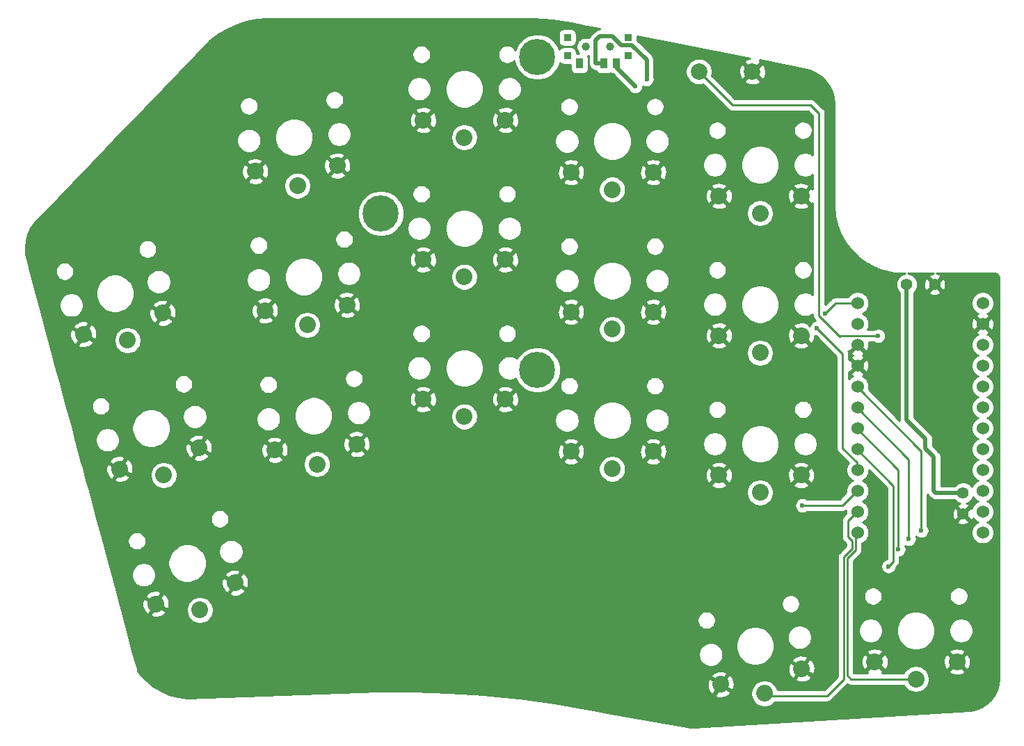
<source format=gbl>
G04 #@! TF.GenerationSoftware,KiCad,Pcbnew,5.1.10*
G04 #@! TF.CreationDate,2021-08-06T05:26:48+01:00*
G04 #@! TF.ProjectId,hypergolic_right,68797065-7267-46f6-9c69-635f72696768,0.1*
G04 #@! TF.SameCoordinates,Original*
G04 #@! TF.FileFunction,Copper,L2,Bot*
G04 #@! TF.FilePolarity,Positive*
%FSLAX46Y46*%
G04 Gerber Fmt 4.6, Leading zero omitted, Abs format (unit mm)*
G04 Created by KiCad (PCBNEW 5.1.10) date 2021-08-06 05:26:48*
%MOMM*%
%LPD*%
G01*
G04 APERTURE LIST*
G04 #@! TA.AperFunction,ComponentPad*
%ADD10C,2.032000*%
G04 #@! TD*
G04 #@! TA.AperFunction,ComponentPad*
%ADD11C,1.397000*%
G04 #@! TD*
G04 #@! TA.AperFunction,ComponentPad*
%ADD12C,1.524000*%
G04 #@! TD*
G04 #@! TA.AperFunction,ComponentPad*
%ADD13C,4.400000*%
G04 #@! TD*
G04 #@! TA.AperFunction,SMDPad,CuDef*
%ADD14R,0.900000X0.900000*%
G04 #@! TD*
G04 #@! TA.AperFunction,SMDPad,CuDef*
%ADD15R,0.900000X1.250000*%
G04 #@! TD*
G04 #@! TA.AperFunction,WasherPad*
%ADD16C,1.000000*%
G04 #@! TD*
G04 #@! TA.AperFunction,ComponentPad*
%ADD17C,2.000000*%
G04 #@! TD*
G04 #@! TA.AperFunction,ViaPad*
%ADD18C,0.600000*%
G04 #@! TD*
G04 #@! TA.AperFunction,Conductor*
%ADD19C,0.250000*%
G04 #@! TD*
G04 #@! TA.AperFunction,Conductor*
%ADD20C,0.500000*%
G04 #@! TD*
G04 #@! TA.AperFunction,Conductor*
%ADD21C,0.254000*%
G04 #@! TD*
G04 #@! TA.AperFunction,Conductor*
%ADD22C,0.150000*%
G04 #@! TD*
G04 APERTURE END LIST*
D10*
X98000000Y-51940000D03*
X93000000Y-49840000D03*
X103000000Y-49840000D03*
X116000000Y-71820000D03*
X111000000Y-69720000D03*
X121000000Y-69720000D03*
X59696863Y-34467228D03*
X54562554Y-32721126D03*
X64538195Y-32023561D03*
X116000000Y-54820000D03*
X111000000Y-52720000D03*
X121000000Y-52720000D03*
X134966000Y-94546000D03*
X129966000Y-92446000D03*
X139966000Y-92446000D03*
X116533773Y-96305600D03*
X111224938Y-95198228D03*
X121041210Y-93290138D03*
X98000000Y-68945000D03*
X93000000Y-66845000D03*
X103000000Y-66845000D03*
X80000000Y-62570000D03*
X75000000Y-60470000D03*
X85000000Y-60470000D03*
X62068863Y-68389328D03*
X56934554Y-66643226D03*
X66910195Y-65945661D03*
X80000000Y-45570000D03*
X75000000Y-43470000D03*
X85000000Y-43470000D03*
X116000000Y-37820000D03*
X111000000Y-35720000D03*
X121000000Y-35720000D03*
X98000000Y-34940000D03*
X93000000Y-32840000D03*
X103000000Y-32840000D03*
X80000000Y-28580000D03*
X75000000Y-26480000D03*
X85000000Y-26480000D03*
X60882663Y-51425828D03*
X55748354Y-49679726D03*
X65723995Y-48982161D03*
D11*
X140716000Y-74422000D03*
X140716000Y-71882000D03*
D12*
X127870600Y-48768000D03*
X127870600Y-51308000D03*
X127870600Y-53848000D03*
X127870600Y-56388000D03*
X127870600Y-58928000D03*
X127870600Y-61468000D03*
X127870600Y-64008000D03*
X127870600Y-66548000D03*
X127870600Y-69088000D03*
X127870600Y-71628000D03*
X127870600Y-74168000D03*
X127870600Y-76708000D03*
X143090600Y-76708000D03*
X143090600Y-74168000D03*
X143090600Y-71628000D03*
X143090600Y-69088000D03*
X143090600Y-66548000D03*
X143090600Y-64008000D03*
X143090600Y-61468000D03*
X143090600Y-58928000D03*
X143090600Y-56388000D03*
X143090600Y-53848000D03*
X143090600Y-51308000D03*
X143090600Y-48768000D03*
D11*
X133858000Y-46482000D03*
D13*
X69850000Y-37846000D03*
X88900000Y-56896000D03*
X88900000Y-18796000D03*
D10*
X47819532Y-86140662D03*
X42446383Y-85406313D03*
X52105642Y-82818123D03*
X43418332Y-69715062D03*
X38045183Y-68980713D03*
X47704442Y-66392523D03*
X39018432Y-53294362D03*
X33645283Y-52560013D03*
X43304542Y-49971823D03*
D14*
X99966000Y-16426000D03*
X99966000Y-18626000D03*
X92566000Y-18626000D03*
X92566000Y-16426000D03*
D15*
X94016000Y-19601000D03*
X98516000Y-19601000D03*
X97016000Y-19601000D03*
D16*
X97766000Y-17526000D03*
X94766000Y-17526000D03*
D17*
X108562000Y-20574000D03*
X115062000Y-20574000D03*
D11*
X137262000Y-46482000D03*
D18*
X130373001Y-52760999D03*
X102200667Y-21497333D03*
X122936000Y-51816000D03*
X123952000Y-50038000D03*
X135636000Y-76454000D03*
X134112000Y-77470000D03*
X132842000Y-78740000D03*
X131629990Y-80829990D03*
X121158000Y-73406000D03*
X100816686Y-22373314D03*
D19*
X123174953Y-25638953D02*
X123174953Y-50276953D01*
X122174000Y-24638000D02*
X123174953Y-25638953D01*
X112626000Y-24638000D02*
X122174000Y-24638000D01*
X108562000Y-20574000D02*
X112626000Y-24638000D01*
X125801001Y-52760999D02*
X130373001Y-52760999D01*
X125730000Y-52832000D02*
X125801001Y-52760999D01*
X123174953Y-50276953D02*
X125730000Y-52832000D01*
D20*
X96055000Y-19601000D02*
X97016000Y-19601000D01*
X96012000Y-19558000D02*
X96055000Y-19601000D01*
X96012000Y-16764000D02*
X96012000Y-19558000D01*
X98044000Y-16256000D02*
X96520000Y-16256000D01*
X99114001Y-17326001D02*
X98044000Y-16256000D01*
X100376003Y-17326001D02*
X99114001Y-17326001D01*
X96520000Y-16256000D02*
X96012000Y-16764000D01*
X102200667Y-19150665D02*
X100376003Y-17326001D01*
X102200667Y-21497333D02*
X102200667Y-19150665D01*
X133858000Y-46482000D02*
X133858000Y-62992000D01*
X136144000Y-66488214D02*
X137160000Y-67504214D01*
X136144000Y-65278000D02*
X136144000Y-66488214D01*
X133858000Y-62992000D02*
X136144000Y-65278000D01*
X137414000Y-71882000D02*
X137160000Y-71628000D01*
X140716000Y-71882000D02*
X137414000Y-71882000D01*
X137160000Y-67504214D02*
X137160000Y-71628000D01*
D19*
X122936000Y-51816000D02*
X126055001Y-54935001D01*
X127770600Y-68156762D02*
X127770600Y-69088000D01*
X126055001Y-66441163D02*
X127770600Y-68156762D01*
X126055001Y-54935001D02*
X126055001Y-66441163D01*
X125222000Y-48768000D02*
X123952000Y-50038000D01*
X127770600Y-48768000D02*
X125222000Y-48768000D01*
X135636000Y-66793400D02*
X127770600Y-58928000D01*
X135636000Y-76454000D02*
X135636000Y-66793400D01*
X134112000Y-67809400D02*
X127770600Y-61468000D01*
X134112000Y-77470000D02*
X134112000Y-67809400D01*
X132842000Y-69079400D02*
X127770600Y-64008000D01*
X132842000Y-78740000D02*
X132842000Y-69079400D01*
X132216999Y-70994399D02*
X127770600Y-66548000D01*
X132216999Y-80242981D02*
X132216999Y-70994399D01*
X131629990Y-80829990D02*
X132216999Y-80242981D01*
X125992600Y-73406000D02*
X127770600Y-71628000D01*
X121158000Y-73406000D02*
X125992600Y-73406000D01*
X126166999Y-94559001D02*
X126166999Y-88828999D01*
X124152609Y-96573391D02*
X126166999Y-94559001D01*
X126166999Y-88828999D02*
X126166999Y-89549031D01*
X126166999Y-79694609D02*
X127188626Y-78672982D01*
X126166999Y-88828999D02*
X126166999Y-79694609D01*
X126683599Y-75255001D02*
X127770600Y-74168000D01*
X126683599Y-77229761D02*
X126683599Y-75255001D01*
X127188626Y-77734788D02*
X126683599Y-77229761D01*
X127188626Y-78672982D02*
X127188626Y-77734788D01*
X116801564Y-96573391D02*
X116533773Y-96305600D01*
X124152609Y-96573391D02*
X116801564Y-96573391D01*
X127638635Y-76839965D02*
X127770600Y-76708000D01*
X127638635Y-78859383D02*
X127638635Y-76839965D01*
X127252009Y-79246009D02*
X127638635Y-78859383D01*
X127375027Y-79122991D02*
X127252009Y-79246009D01*
X127252009Y-79246009D02*
X126617009Y-79881009D01*
X127058000Y-94546000D02*
X126617009Y-94105009D01*
X126617009Y-79881009D02*
X126617009Y-94105009D01*
X127058000Y-94546000D02*
X134966000Y-94546000D01*
D20*
X98516000Y-20072628D02*
X100816686Y-22373314D01*
X98516000Y-19601000D02*
X98516000Y-20072628D01*
D21*
X88424764Y-14172375D02*
X90722280Y-14345604D01*
X93005809Y-14667014D01*
X94860872Y-15040862D01*
X94862540Y-15041364D01*
X96519302Y-15366788D01*
X96476533Y-15371000D01*
X96476523Y-15371000D01*
X96346510Y-15383805D01*
X96179687Y-15434411D01*
X96025941Y-15516589D01*
X95891183Y-15627183D01*
X95863466Y-15660956D01*
X95416956Y-16107466D01*
X95383183Y-16135183D01*
X95272589Y-16269942D01*
X95190411Y-16423688D01*
X95177046Y-16467746D01*
X95097067Y-16434617D01*
X94877788Y-16391000D01*
X94654212Y-16391000D01*
X94434933Y-16434617D01*
X94228376Y-16520176D01*
X94042480Y-16644388D01*
X93884388Y-16802480D01*
X93760176Y-16988376D01*
X93674617Y-17194933D01*
X93631000Y-17414212D01*
X93631000Y-17637788D01*
X93674617Y-17857067D01*
X93760176Y-18063624D01*
X93884388Y-18249520D01*
X93972796Y-18337928D01*
X93654072Y-18337928D01*
X93654072Y-18176000D01*
X93641812Y-18051518D01*
X93605502Y-17931820D01*
X93546537Y-17821506D01*
X93467185Y-17724815D01*
X93370494Y-17645463D01*
X93260180Y-17586498D01*
X93140482Y-17550188D01*
X93016000Y-17537928D01*
X92116000Y-17537928D01*
X91991518Y-17550188D01*
X91871820Y-17586498D01*
X91761506Y-17645463D01*
X91664815Y-17724815D01*
X91585463Y-17821506D01*
X91573896Y-17843146D01*
X91412344Y-17453124D01*
X91102088Y-16988793D01*
X90707207Y-16593912D01*
X90242876Y-16283656D01*
X89726939Y-16069948D01*
X89254633Y-15976000D01*
X91477928Y-15976000D01*
X91477928Y-16876000D01*
X91490188Y-17000482D01*
X91526498Y-17120180D01*
X91585463Y-17230494D01*
X91664815Y-17327185D01*
X91761506Y-17406537D01*
X91871820Y-17465502D01*
X91991518Y-17501812D01*
X92116000Y-17514072D01*
X93016000Y-17514072D01*
X93140482Y-17501812D01*
X93260180Y-17465502D01*
X93370494Y-17406537D01*
X93467185Y-17327185D01*
X93546537Y-17230494D01*
X93605502Y-17120180D01*
X93641812Y-17000482D01*
X93654072Y-16876000D01*
X93654072Y-15976000D01*
X93641812Y-15851518D01*
X93605502Y-15731820D01*
X93546537Y-15621506D01*
X93467185Y-15524815D01*
X93370494Y-15445463D01*
X93260180Y-15386498D01*
X93140482Y-15350188D01*
X93016000Y-15337928D01*
X92116000Y-15337928D01*
X91991518Y-15350188D01*
X91871820Y-15386498D01*
X91761506Y-15445463D01*
X91664815Y-15524815D01*
X91585463Y-15621506D01*
X91526498Y-15731820D01*
X91490188Y-15851518D01*
X91477928Y-15976000D01*
X89254633Y-15976000D01*
X89179223Y-15961000D01*
X88620777Y-15961000D01*
X88073061Y-16069948D01*
X87557124Y-16283656D01*
X87092793Y-16593912D01*
X86697912Y-16988793D01*
X86387656Y-17453124D01*
X86198460Y-17909883D01*
X86097961Y-17759476D01*
X85940524Y-17602039D01*
X85755398Y-17478341D01*
X85549696Y-17393137D01*
X85331325Y-17349700D01*
X85108675Y-17349700D01*
X84890304Y-17393137D01*
X84684602Y-17478341D01*
X84499476Y-17602039D01*
X84342039Y-17759476D01*
X84218341Y-17944602D01*
X84133137Y-18150304D01*
X84089700Y-18368675D01*
X84089700Y-18591325D01*
X84133137Y-18809696D01*
X84218341Y-19015398D01*
X84342039Y-19200524D01*
X84499476Y-19357961D01*
X84684602Y-19481659D01*
X84890304Y-19566863D01*
X85108675Y-19610300D01*
X85331325Y-19610300D01*
X85549696Y-19566863D01*
X85755398Y-19481659D01*
X85940524Y-19357961D01*
X86091257Y-19207228D01*
X86173948Y-19622939D01*
X86387656Y-20138876D01*
X86697912Y-20603207D01*
X87092793Y-20998088D01*
X87557124Y-21308344D01*
X88073061Y-21522052D01*
X88620777Y-21631000D01*
X89179223Y-21631000D01*
X89726939Y-21522052D01*
X90242876Y-21308344D01*
X90707207Y-20998088D01*
X91102088Y-20603207D01*
X91412344Y-20138876D01*
X91626052Y-19622939D01*
X91648945Y-19507848D01*
X91664815Y-19527185D01*
X91761506Y-19606537D01*
X91871820Y-19665502D01*
X91991518Y-19701812D01*
X92116000Y-19714072D01*
X92927928Y-19714072D01*
X92927928Y-20226000D01*
X92940188Y-20350482D01*
X92976498Y-20470180D01*
X93035463Y-20580494D01*
X93114815Y-20677185D01*
X93211506Y-20756537D01*
X93321820Y-20815502D01*
X93441518Y-20851812D01*
X93566000Y-20864072D01*
X94466000Y-20864072D01*
X94590482Y-20851812D01*
X94710180Y-20815502D01*
X94820494Y-20756537D01*
X94917185Y-20677185D01*
X94996537Y-20580494D01*
X95055502Y-20470180D01*
X95091812Y-20350482D01*
X95104072Y-20226000D01*
X95104072Y-18976000D01*
X95091812Y-18851518D01*
X95055502Y-18731820D01*
X95004206Y-18635854D01*
X95097067Y-18617383D01*
X95127001Y-18604984D01*
X95127001Y-19514521D01*
X95122719Y-19558000D01*
X95139805Y-19731490D01*
X95190412Y-19898313D01*
X95272590Y-20052059D01*
X95355468Y-20153046D01*
X95355471Y-20153049D01*
X95383184Y-20186817D01*
X95406798Y-20206197D01*
X95426183Y-20229817D01*
X95560941Y-20340411D01*
X95714687Y-20422589D01*
X95881510Y-20473195D01*
X95983478Y-20483238D01*
X96035463Y-20580494D01*
X96114815Y-20677185D01*
X96211506Y-20756537D01*
X96321820Y-20815502D01*
X96441518Y-20851812D01*
X96566000Y-20864072D01*
X97466000Y-20864072D01*
X97590482Y-20851812D01*
X97710180Y-20815502D01*
X97766000Y-20785665D01*
X97821820Y-20815502D01*
X97941518Y-20851812D01*
X98054759Y-20862965D01*
X99974032Y-22782238D01*
X99988100Y-22816203D01*
X100090424Y-22969342D01*
X100220658Y-23099576D01*
X100373797Y-23201900D01*
X100543957Y-23272382D01*
X100724597Y-23308314D01*
X100908775Y-23308314D01*
X101089415Y-23272382D01*
X101259575Y-23201900D01*
X101412714Y-23099576D01*
X101542948Y-22969342D01*
X101645272Y-22816203D01*
X101715754Y-22646043D01*
X101751686Y-22465403D01*
X101751686Y-22321848D01*
X101757778Y-22325919D01*
X101927938Y-22396401D01*
X102108578Y-22432333D01*
X102292756Y-22432333D01*
X102473396Y-22396401D01*
X102643556Y-22325919D01*
X102796695Y-22223595D01*
X102926929Y-22093361D01*
X103029253Y-21940222D01*
X103099735Y-21770062D01*
X103135667Y-21589422D01*
X103135667Y-21405244D01*
X103099735Y-21224604D01*
X103085667Y-21190641D01*
X103085667Y-19194134D01*
X103089948Y-19150665D01*
X103085667Y-19107196D01*
X103085667Y-19107188D01*
X103072862Y-18977175D01*
X103022256Y-18810352D01*
X103022256Y-18810351D01*
X102940078Y-18656606D01*
X102857199Y-18555618D01*
X102857197Y-18555616D01*
X102829484Y-18521848D01*
X102795716Y-18494135D01*
X101054072Y-16752492D01*
X101054072Y-16257514D01*
X114806346Y-18958757D01*
X114680325Y-18976039D01*
X114375912Y-19081205D01*
X114201956Y-19174186D01*
X114106192Y-19438587D01*
X115062000Y-20394395D01*
X116017808Y-19438587D01*
X115923494Y-19178189D01*
X121262668Y-20226918D01*
X122054136Y-20421155D01*
X122758171Y-20731506D01*
X123397618Y-21159395D01*
X123953048Y-21691823D01*
X124407587Y-22312613D01*
X124747418Y-23002897D01*
X124962222Y-23741708D01*
X125046371Y-24514889D01*
X125021490Y-25096000D01*
X125020001Y-25111123D01*
X125020000Y-37009027D01*
X125023034Y-37039837D01*
X125113257Y-38070774D01*
X125115584Y-38085216D01*
X125116402Y-38099813D01*
X125128915Y-38169300D01*
X125378158Y-39243860D01*
X125382931Y-39259271D01*
X125386148Y-39275070D01*
X125408561Y-39342022D01*
X125810315Y-40369348D01*
X125817262Y-40383907D01*
X125822726Y-40399076D01*
X125854569Y-40462092D01*
X126400414Y-41420661D01*
X126409391Y-41434066D01*
X126416987Y-41448287D01*
X126457593Y-41506046D01*
X127136096Y-42375779D01*
X127146913Y-42387747D01*
X127156484Y-42400724D01*
X127205003Y-42452016D01*
X128001951Y-43214692D01*
X128014379Y-43224970D01*
X128025725Y-43236432D01*
X128081140Y-43280183D01*
X128979837Y-43919827D01*
X128993623Y-43928206D01*
X129006501Y-43937907D01*
X129067652Y-43973200D01*
X130049273Y-44476413D01*
X130064126Y-44482715D01*
X130078267Y-44490454D01*
X130143872Y-44516550D01*
X131187853Y-44872788D01*
X131203452Y-44876878D01*
X131218572Y-44882498D01*
X131287256Y-44898850D01*
X132371727Y-45100651D01*
X132387759Y-45102447D01*
X132403525Y-45105824D01*
X132473850Y-45112090D01*
X133555263Y-45154413D01*
X133569199Y-45155781D01*
X133690243Y-45155744D01*
X133469032Y-45199746D01*
X133226351Y-45300268D01*
X133007943Y-45446203D01*
X132822203Y-45631943D01*
X132676268Y-45850351D01*
X132575746Y-46093032D01*
X132524500Y-46350662D01*
X132524500Y-46613338D01*
X132575746Y-46870968D01*
X132676268Y-47113649D01*
X132822203Y-47332057D01*
X132973000Y-47482854D01*
X132973001Y-62948521D01*
X132968719Y-62992000D01*
X132975199Y-63057797D01*
X129220381Y-59302980D01*
X129267600Y-59065592D01*
X129267600Y-58790408D01*
X129213914Y-58520510D01*
X129108605Y-58266273D01*
X128955720Y-58037465D01*
X128761135Y-57842880D01*
X128532327Y-57689995D01*
X128460657Y-57660308D01*
X128473623Y-57655636D01*
X128589580Y-57593656D01*
X128656560Y-57353565D01*
X127870600Y-56567605D01*
X127084640Y-57353565D01*
X127151620Y-57593656D01*
X127287360Y-57657485D01*
X127208873Y-57689995D01*
X126980065Y-57842880D01*
X126815001Y-58007944D01*
X126815001Y-57148843D01*
X126905035Y-57173960D01*
X127690995Y-56388000D01*
X128050205Y-56388000D01*
X128836165Y-57173960D01*
X129076256Y-57106980D01*
X129193356Y-56857952D01*
X129259623Y-56590865D01*
X129272510Y-56315983D01*
X129231522Y-56043867D01*
X129138236Y-55784977D01*
X129076256Y-55669020D01*
X128836165Y-55602040D01*
X128050205Y-56388000D01*
X127690995Y-56388000D01*
X126905035Y-55602040D01*
X126815001Y-55627157D01*
X126815001Y-54972334D01*
X126818678Y-54935001D01*
X126806718Y-54813565D01*
X127084640Y-54813565D01*
X127151620Y-55053656D01*
X127282244Y-55115079D01*
X127267577Y-55120364D01*
X127151620Y-55182344D01*
X127084640Y-55422435D01*
X127870600Y-56208395D01*
X128656560Y-55422435D01*
X128589580Y-55182344D01*
X128458956Y-55120921D01*
X128473623Y-55115636D01*
X128589580Y-55053656D01*
X128656560Y-54813565D01*
X127870600Y-54027605D01*
X127084640Y-54813565D01*
X126806718Y-54813565D01*
X126804004Y-54786015D01*
X126760547Y-54642754D01*
X126729701Y-54585046D01*
X126905035Y-54633960D01*
X127690995Y-53848000D01*
X127676853Y-53833858D01*
X127856458Y-53654253D01*
X127870600Y-53668395D01*
X127884743Y-53654253D01*
X128064348Y-53833858D01*
X128050205Y-53848000D01*
X128836165Y-54633960D01*
X129076256Y-54566980D01*
X129193356Y-54317952D01*
X129259623Y-54050865D01*
X129272510Y-53775983D01*
X129234103Y-53520999D01*
X129827466Y-53520999D01*
X129930112Y-53589585D01*
X130100272Y-53660067D01*
X130280912Y-53695999D01*
X130465090Y-53695999D01*
X130645730Y-53660067D01*
X130815890Y-53589585D01*
X130969029Y-53487261D01*
X131099263Y-53357027D01*
X131201587Y-53203888D01*
X131272069Y-53033728D01*
X131308001Y-52853088D01*
X131308001Y-52668910D01*
X131272069Y-52488270D01*
X131201587Y-52318110D01*
X131099263Y-52164971D01*
X130969029Y-52034737D01*
X130815890Y-51932413D01*
X130645730Y-51861931D01*
X130465090Y-51825999D01*
X130280912Y-51825999D01*
X130100272Y-51861931D01*
X129930112Y-51932413D01*
X129827466Y-52000999D01*
X129087710Y-52000999D01*
X129108605Y-51969727D01*
X129213914Y-51715490D01*
X129267600Y-51445592D01*
X129267600Y-51170408D01*
X129213914Y-50900510D01*
X129108605Y-50646273D01*
X128955720Y-50417465D01*
X128761135Y-50222880D01*
X128532327Y-50069995D01*
X128455085Y-50038000D01*
X128532327Y-50006005D01*
X128761135Y-49853120D01*
X128955720Y-49658535D01*
X129108605Y-49429727D01*
X129213914Y-49175490D01*
X129267600Y-48905592D01*
X129267600Y-48630408D01*
X129213914Y-48360510D01*
X129108605Y-48106273D01*
X128955720Y-47877465D01*
X128761135Y-47682880D01*
X128532327Y-47529995D01*
X128278090Y-47424686D01*
X128008192Y-47371000D01*
X127733008Y-47371000D01*
X127463110Y-47424686D01*
X127208873Y-47529995D01*
X126980065Y-47682880D01*
X126785480Y-47877465D01*
X126698259Y-48008000D01*
X125259322Y-48008000D01*
X125221999Y-48004324D01*
X125184676Y-48008000D01*
X125184667Y-48008000D01*
X125073014Y-48018997D01*
X124929753Y-48062454D01*
X124797724Y-48133026D01*
X124681999Y-48227999D01*
X124658201Y-48256997D01*
X123934953Y-48980246D01*
X123934953Y-25676275D01*
X123938629Y-25638952D01*
X123934953Y-25601629D01*
X123934953Y-25601620D01*
X123923956Y-25489967D01*
X123880499Y-25346706D01*
X123809927Y-25214677D01*
X123714954Y-25098952D01*
X123685957Y-25075155D01*
X122737804Y-24127002D01*
X122714001Y-24097999D01*
X122598276Y-24003026D01*
X122466247Y-23932454D01*
X122322986Y-23888997D01*
X122211333Y-23878000D01*
X122211322Y-23878000D01*
X122174000Y-23874324D01*
X122136678Y-23878000D01*
X112940802Y-23878000D01*
X110772215Y-21709413D01*
X114106192Y-21709413D01*
X114201956Y-21973814D01*
X114491571Y-22114704D01*
X114803108Y-22196384D01*
X115124595Y-22215718D01*
X115443675Y-22171961D01*
X115748088Y-22066795D01*
X115922044Y-21973814D01*
X116017808Y-21709413D01*
X115062000Y-20753605D01*
X114106192Y-21709413D01*
X110772215Y-21709413D01*
X110128177Y-21065376D01*
X110134168Y-21050912D01*
X110197000Y-20735033D01*
X110197000Y-20636595D01*
X113420282Y-20636595D01*
X113464039Y-20955675D01*
X113569205Y-21260088D01*
X113662186Y-21434044D01*
X113926587Y-21529808D01*
X114882395Y-20574000D01*
X115241605Y-20574000D01*
X116197413Y-21529808D01*
X116461814Y-21434044D01*
X116602704Y-21144429D01*
X116684384Y-20832892D01*
X116703718Y-20511405D01*
X116659961Y-20192325D01*
X116554795Y-19887912D01*
X116461814Y-19713956D01*
X116197413Y-19618192D01*
X115241605Y-20574000D01*
X114882395Y-20574000D01*
X113926587Y-19618192D01*
X113662186Y-19713956D01*
X113521296Y-20003571D01*
X113439616Y-20315108D01*
X113420282Y-20636595D01*
X110197000Y-20636595D01*
X110197000Y-20412967D01*
X110134168Y-20097088D01*
X110010918Y-19799537D01*
X109831987Y-19531748D01*
X109604252Y-19304013D01*
X109336463Y-19125082D01*
X109038912Y-19001832D01*
X108723033Y-18939000D01*
X108400967Y-18939000D01*
X108085088Y-19001832D01*
X107787537Y-19125082D01*
X107519748Y-19304013D01*
X107292013Y-19531748D01*
X107113082Y-19799537D01*
X106989832Y-20097088D01*
X106927000Y-20412967D01*
X106927000Y-20735033D01*
X106989832Y-21050912D01*
X107113082Y-21348463D01*
X107292013Y-21616252D01*
X107519748Y-21843987D01*
X107787537Y-22022918D01*
X108085088Y-22146168D01*
X108400967Y-22209000D01*
X108723033Y-22209000D01*
X109038912Y-22146168D01*
X109053376Y-22140177D01*
X112062200Y-25149002D01*
X112085999Y-25178001D01*
X112114997Y-25201799D01*
X112201723Y-25272974D01*
X112250577Y-25299087D01*
X112333753Y-25343546D01*
X112477014Y-25387003D01*
X112588667Y-25398000D01*
X112588677Y-25398000D01*
X112626000Y-25401676D01*
X112663323Y-25398000D01*
X121859199Y-25398000D01*
X122414953Y-25953755D01*
X122414953Y-30744275D01*
X122203838Y-30603212D01*
X121933421Y-30491202D01*
X121646348Y-30434100D01*
X121353652Y-30434100D01*
X121066579Y-30491202D01*
X120796162Y-30603212D01*
X120552794Y-30765826D01*
X120345826Y-30972794D01*
X120183212Y-31216162D01*
X120071202Y-31486579D01*
X120014100Y-31773652D01*
X120014100Y-32066348D01*
X120071202Y-32353421D01*
X120183212Y-32623838D01*
X120345826Y-32867206D01*
X120552794Y-33074174D01*
X120796162Y-33236788D01*
X121066579Y-33348798D01*
X121353652Y-33405900D01*
X121646348Y-33405900D01*
X121933421Y-33348798D01*
X122203838Y-33236788D01*
X122414953Y-33095725D01*
X122414953Y-34854394D01*
X122412860Y-34850478D01*
X122146823Y-34752782D01*
X121179605Y-35720000D01*
X122146823Y-36687218D01*
X122412860Y-36589522D01*
X122414953Y-36585227D01*
X122414954Y-47744276D01*
X122203838Y-47603212D01*
X121933421Y-47491202D01*
X121646348Y-47434100D01*
X121353652Y-47434100D01*
X121066579Y-47491202D01*
X120796162Y-47603212D01*
X120552794Y-47765826D01*
X120345826Y-47972794D01*
X120183212Y-48216162D01*
X120071202Y-48486579D01*
X120014100Y-48773652D01*
X120014100Y-49066348D01*
X120071202Y-49353421D01*
X120183212Y-49623838D01*
X120345826Y-49867206D01*
X120552794Y-50074174D01*
X120796162Y-50236788D01*
X121066579Y-50348798D01*
X121353652Y-50405900D01*
X121646348Y-50405900D01*
X121933421Y-50348798D01*
X122203838Y-50236788D01*
X122414954Y-50095724D01*
X122414954Y-50239620D01*
X122411277Y-50276953D01*
X122414954Y-50314286D01*
X122425951Y-50425939D01*
X122432049Y-50446042D01*
X122469407Y-50569199D01*
X122539979Y-50701229D01*
X122610372Y-50787002D01*
X122634953Y-50816954D01*
X122663951Y-50840752D01*
X122727379Y-50904180D01*
X122663271Y-50916932D01*
X122493111Y-50987414D01*
X122339972Y-51089738D01*
X122209738Y-51219972D01*
X122107414Y-51373111D01*
X122065082Y-51475311D01*
X121967217Y-51573175D01*
X121869522Y-51307140D01*
X121577179Y-51164652D01*
X121262656Y-51081936D01*
X120938038Y-51062169D01*
X120615802Y-51106112D01*
X120308330Y-51212076D01*
X120130478Y-51307140D01*
X120032782Y-51573177D01*
X121000000Y-52540395D01*
X121014143Y-52526253D01*
X121193748Y-52705858D01*
X121179605Y-52720000D01*
X122146823Y-53687218D01*
X122412860Y-53589522D01*
X122555348Y-53297179D01*
X122638064Y-52982656D01*
X122654578Y-52711467D01*
X122663271Y-52715068D01*
X122784352Y-52739153D01*
X125295001Y-55249803D01*
X125295002Y-66403831D01*
X125291325Y-66441163D01*
X125305999Y-66590148D01*
X125349455Y-66733409D01*
X125420027Y-66865439D01*
X125483176Y-66942385D01*
X125515001Y-66981164D01*
X125543999Y-67004962D01*
X126765862Y-68226826D01*
X126632595Y-68426273D01*
X126527286Y-68680510D01*
X126473600Y-68950408D01*
X126473600Y-69225592D01*
X126527286Y-69495490D01*
X126632595Y-69749727D01*
X126785480Y-69978535D01*
X126980065Y-70173120D01*
X127208873Y-70326005D01*
X127286115Y-70358000D01*
X127208873Y-70389995D01*
X126980065Y-70542880D01*
X126785480Y-70737465D01*
X126632595Y-70966273D01*
X126527286Y-71220510D01*
X126473600Y-71490408D01*
X126473600Y-71765592D01*
X126487637Y-71836161D01*
X125677799Y-72646000D01*
X121703535Y-72646000D01*
X121600889Y-72577414D01*
X121430729Y-72506932D01*
X121250089Y-72471000D01*
X121065911Y-72471000D01*
X120885271Y-72506932D01*
X120715111Y-72577414D01*
X120561972Y-72679738D01*
X120431738Y-72809972D01*
X120329414Y-72963111D01*
X120258932Y-73133271D01*
X120223000Y-73313911D01*
X120223000Y-73498089D01*
X120258932Y-73678729D01*
X120329414Y-73848889D01*
X120431738Y-74002028D01*
X120561972Y-74132262D01*
X120715111Y-74234586D01*
X120885271Y-74305068D01*
X121065911Y-74341000D01*
X121250089Y-74341000D01*
X121430729Y-74305068D01*
X121600889Y-74234586D01*
X121703535Y-74166000D01*
X125955278Y-74166000D01*
X125992600Y-74169676D01*
X126029922Y-74166000D01*
X126029933Y-74166000D01*
X126141586Y-74155003D01*
X126284847Y-74111546D01*
X126416876Y-74040974D01*
X126482155Y-73987401D01*
X126473600Y-74030408D01*
X126473600Y-74305592D01*
X126487637Y-74376162D01*
X126172597Y-74691202D01*
X126143599Y-74715000D01*
X126119801Y-74743998D01*
X126119800Y-74743999D01*
X126048625Y-74830725D01*
X125978053Y-74962755D01*
X125949000Y-75058535D01*
X125935417Y-75103314D01*
X125934597Y-75106016D01*
X125919923Y-75255001D01*
X125923600Y-75292333D01*
X125923599Y-77192438D01*
X125919923Y-77229761D01*
X125923599Y-77267083D01*
X125923599Y-77267093D01*
X125934596Y-77378746D01*
X125973602Y-77507333D01*
X125978053Y-77522007D01*
X126048625Y-77654037D01*
X126084258Y-77697455D01*
X126143598Y-77769762D01*
X126172602Y-77793565D01*
X126428627Y-78049590D01*
X126428626Y-78358180D01*
X125655997Y-79130810D01*
X125626999Y-79154608D01*
X125603201Y-79183606D01*
X125603200Y-79183607D01*
X125532025Y-79270333D01*
X125461453Y-79402363D01*
X125417997Y-79545624D01*
X125403323Y-79694609D01*
X125407000Y-79731941D01*
X125406999Y-88791666D01*
X125406999Y-89586364D01*
X125407000Y-89586373D01*
X125406999Y-94244199D01*
X123837808Y-95813391D01*
X118116923Y-95813391D01*
X117996870Y-95523558D01*
X117816188Y-95253149D01*
X117586224Y-95023185D01*
X117315815Y-94842503D01*
X117015352Y-94718047D01*
X116696382Y-94654600D01*
X116371164Y-94654600D01*
X116052194Y-94718047D01*
X115751731Y-94842503D01*
X115481322Y-95023185D01*
X115251358Y-95253149D01*
X115070676Y-95523558D01*
X114946220Y-95824021D01*
X114882773Y-96142991D01*
X114882773Y-96468209D01*
X114946220Y-96787179D01*
X115070676Y-97087642D01*
X115251358Y-97358051D01*
X115481322Y-97588015D01*
X115751731Y-97768697D01*
X116052194Y-97893153D01*
X116371164Y-97956600D01*
X116696382Y-97956600D01*
X117015352Y-97893153D01*
X117315815Y-97768697D01*
X117586224Y-97588015D01*
X117816188Y-97358051D01*
X117832665Y-97333391D01*
X124115287Y-97333391D01*
X124152609Y-97337067D01*
X124189931Y-97333391D01*
X124189942Y-97333391D01*
X124301595Y-97322394D01*
X124444856Y-97278937D01*
X124576885Y-97208365D01*
X124692610Y-97113392D01*
X124716413Y-97084388D01*
X126626092Y-95174710D01*
X126633724Y-95180974D01*
X126765753Y-95251546D01*
X126909014Y-95295003D01*
X127020667Y-95306000D01*
X127020676Y-95306000D01*
X127057999Y-95309676D01*
X127095322Y-95306000D01*
X133493773Y-95306000D01*
X133502903Y-95328042D01*
X133683585Y-95598451D01*
X133913549Y-95828415D01*
X134183958Y-96009097D01*
X134484421Y-96133553D01*
X134803391Y-96197000D01*
X135128609Y-96197000D01*
X135447579Y-96133553D01*
X135748042Y-96009097D01*
X136018451Y-95828415D01*
X136248415Y-95598451D01*
X136429097Y-95328042D01*
X136553553Y-95027579D01*
X136617000Y-94708609D01*
X136617000Y-94383391D01*
X136553553Y-94064421D01*
X136429097Y-93763958D01*
X136314748Y-93592823D01*
X138998782Y-93592823D01*
X139096478Y-93858860D01*
X139388821Y-94001348D01*
X139703344Y-94084064D01*
X140027962Y-94103831D01*
X140350198Y-94059888D01*
X140657670Y-93953924D01*
X140835522Y-93858860D01*
X140933218Y-93592823D01*
X139966000Y-92625605D01*
X138998782Y-93592823D01*
X136314748Y-93592823D01*
X136248415Y-93493549D01*
X136018451Y-93263585D01*
X135748042Y-93082903D01*
X135447579Y-92958447D01*
X135128609Y-92895000D01*
X134803391Y-92895000D01*
X134484421Y-92958447D01*
X134183958Y-93082903D01*
X133913549Y-93263585D01*
X133683585Y-93493549D01*
X133502903Y-93763958D01*
X133493773Y-93786000D01*
X130862278Y-93786000D01*
X130933218Y-93592823D01*
X129966000Y-92625605D01*
X128998782Y-93592823D01*
X129069722Y-93786000D01*
X127377009Y-93786000D01*
X127377009Y-92507962D01*
X128308169Y-92507962D01*
X128352112Y-92830198D01*
X128458076Y-93137670D01*
X128553140Y-93315522D01*
X128819177Y-93413218D01*
X129786395Y-92446000D01*
X130145605Y-92446000D01*
X131112823Y-93413218D01*
X131378860Y-93315522D01*
X131521348Y-93023179D01*
X131604064Y-92708656D01*
X131616284Y-92507962D01*
X138308169Y-92507962D01*
X138352112Y-92830198D01*
X138458076Y-93137670D01*
X138553140Y-93315522D01*
X138819177Y-93413218D01*
X139786395Y-92446000D01*
X140145605Y-92446000D01*
X141112823Y-93413218D01*
X141378860Y-93315522D01*
X141521348Y-93023179D01*
X141604064Y-92708656D01*
X141623831Y-92384038D01*
X141579888Y-92061802D01*
X141473924Y-91754330D01*
X141378860Y-91576478D01*
X141112823Y-91478782D01*
X140145605Y-92446000D01*
X139786395Y-92446000D01*
X138819177Y-91478782D01*
X138553140Y-91576478D01*
X138410652Y-91868821D01*
X138327936Y-92183344D01*
X138308169Y-92507962D01*
X131616284Y-92507962D01*
X131623831Y-92384038D01*
X131579888Y-92061802D01*
X131473924Y-91754330D01*
X131378860Y-91576478D01*
X131112823Y-91478782D01*
X130145605Y-92446000D01*
X129786395Y-92446000D01*
X128819177Y-91478782D01*
X128553140Y-91576478D01*
X128410652Y-91868821D01*
X128327936Y-92183344D01*
X128308169Y-92507962D01*
X127377009Y-92507962D01*
X127377009Y-91299177D01*
X128998782Y-91299177D01*
X129966000Y-92266395D01*
X130933218Y-91299177D01*
X138998782Y-91299177D01*
X139966000Y-92266395D01*
X140933218Y-91299177D01*
X140835522Y-91033140D01*
X140543179Y-90890652D01*
X140228656Y-90807936D01*
X139904038Y-90788169D01*
X139581802Y-90832112D01*
X139274330Y-90938076D01*
X139096478Y-91033140D01*
X138998782Y-91299177D01*
X130933218Y-91299177D01*
X130835522Y-91033140D01*
X130543179Y-90890652D01*
X130228656Y-90807936D01*
X129904038Y-90788169D01*
X129581802Y-90832112D01*
X129274330Y-90938076D01*
X129096478Y-91033140D01*
X128998782Y-91299177D01*
X127377009Y-91299177D01*
X127377009Y-88499652D01*
X127980100Y-88499652D01*
X127980100Y-88792348D01*
X128037202Y-89079421D01*
X128149212Y-89349838D01*
X128311826Y-89593206D01*
X128518794Y-89800174D01*
X128762162Y-89962788D01*
X129032579Y-90074798D01*
X129319652Y-90131900D01*
X129612348Y-90131900D01*
X129899421Y-90074798D01*
X130169838Y-89962788D01*
X130413206Y-89800174D01*
X130620174Y-89593206D01*
X130782788Y-89349838D01*
X130894798Y-89079421D01*
X130951900Y-88792348D01*
X130951900Y-88499652D01*
X130934982Y-88414594D01*
X132616500Y-88414594D01*
X132616500Y-88877406D01*
X132706790Y-89331324D01*
X132883900Y-89758905D01*
X133141024Y-90143719D01*
X133468281Y-90470976D01*
X133853095Y-90728100D01*
X134280676Y-90905210D01*
X134734594Y-90995500D01*
X135197406Y-90995500D01*
X135651324Y-90905210D01*
X136078905Y-90728100D01*
X136463719Y-90470976D01*
X136790976Y-90143719D01*
X137048100Y-89758905D01*
X137225210Y-89331324D01*
X137315500Y-88877406D01*
X137315500Y-88499652D01*
X138980100Y-88499652D01*
X138980100Y-88792348D01*
X139037202Y-89079421D01*
X139149212Y-89349838D01*
X139311826Y-89593206D01*
X139518794Y-89800174D01*
X139762162Y-89962788D01*
X140032579Y-90074798D01*
X140319652Y-90131900D01*
X140612348Y-90131900D01*
X140899421Y-90074798D01*
X141169838Y-89962788D01*
X141413206Y-89800174D01*
X141620174Y-89593206D01*
X141782788Y-89349838D01*
X141894798Y-89079421D01*
X141951900Y-88792348D01*
X141951900Y-88499652D01*
X141894798Y-88212579D01*
X141782788Y-87942162D01*
X141620174Y-87698794D01*
X141413206Y-87491826D01*
X141169838Y-87329212D01*
X140899421Y-87217202D01*
X140612348Y-87160100D01*
X140319652Y-87160100D01*
X140032579Y-87217202D01*
X139762162Y-87329212D01*
X139518794Y-87491826D01*
X139311826Y-87698794D01*
X139149212Y-87942162D01*
X139037202Y-88212579D01*
X138980100Y-88499652D01*
X137315500Y-88499652D01*
X137315500Y-88414594D01*
X137225210Y-87960676D01*
X137048100Y-87533095D01*
X136790976Y-87148281D01*
X136463719Y-86821024D01*
X136078905Y-86563900D01*
X135651324Y-86386790D01*
X135197406Y-86296500D01*
X134734594Y-86296500D01*
X134280676Y-86386790D01*
X133853095Y-86563900D01*
X133468281Y-86821024D01*
X133141024Y-87148281D01*
X132883900Y-87533095D01*
X132706790Y-87960676D01*
X132616500Y-88414594D01*
X130934982Y-88414594D01*
X130894798Y-88212579D01*
X130782788Y-87942162D01*
X130620174Y-87698794D01*
X130413206Y-87491826D01*
X130169838Y-87329212D01*
X129899421Y-87217202D01*
X129612348Y-87160100D01*
X129319652Y-87160100D01*
X129032579Y-87217202D01*
X128762162Y-87329212D01*
X128518794Y-87491826D01*
X128311826Y-87698794D01*
X128149212Y-87942162D01*
X128037202Y-88212579D01*
X127980100Y-88499652D01*
X127377009Y-88499652D01*
X127377009Y-84334675D01*
X128615700Y-84334675D01*
X128615700Y-84557325D01*
X128659137Y-84775696D01*
X128744341Y-84981398D01*
X128868039Y-85166524D01*
X129025476Y-85323961D01*
X129210602Y-85447659D01*
X129416304Y-85532863D01*
X129634675Y-85576300D01*
X129857325Y-85576300D01*
X130075696Y-85532863D01*
X130281398Y-85447659D01*
X130466524Y-85323961D01*
X130623961Y-85166524D01*
X130747659Y-84981398D01*
X130832863Y-84775696D01*
X130876300Y-84557325D01*
X130876300Y-84334675D01*
X139055700Y-84334675D01*
X139055700Y-84557325D01*
X139099137Y-84775696D01*
X139184341Y-84981398D01*
X139308039Y-85166524D01*
X139465476Y-85323961D01*
X139650602Y-85447659D01*
X139856304Y-85532863D01*
X140074675Y-85576300D01*
X140297325Y-85576300D01*
X140515696Y-85532863D01*
X140721398Y-85447659D01*
X140906524Y-85323961D01*
X141063961Y-85166524D01*
X141187659Y-84981398D01*
X141272863Y-84775696D01*
X141316300Y-84557325D01*
X141316300Y-84334675D01*
X141272863Y-84116304D01*
X141187659Y-83910602D01*
X141063961Y-83725476D01*
X140906524Y-83568039D01*
X140721398Y-83444341D01*
X140515696Y-83359137D01*
X140297325Y-83315700D01*
X140074675Y-83315700D01*
X139856304Y-83359137D01*
X139650602Y-83444341D01*
X139465476Y-83568039D01*
X139308039Y-83725476D01*
X139184341Y-83910602D01*
X139099137Y-84116304D01*
X139055700Y-84334675D01*
X130876300Y-84334675D01*
X130832863Y-84116304D01*
X130747659Y-83910602D01*
X130623961Y-83725476D01*
X130466524Y-83568039D01*
X130281398Y-83444341D01*
X130075696Y-83359137D01*
X129857325Y-83315700D01*
X129634675Y-83315700D01*
X129416304Y-83359137D01*
X129210602Y-83444341D01*
X129025476Y-83568039D01*
X128868039Y-83725476D01*
X128744341Y-83910602D01*
X128659137Y-84116304D01*
X128615700Y-84334675D01*
X127377009Y-84334675D01*
X127377009Y-80195810D01*
X127815808Y-79757012D01*
X127815813Y-79757006D01*
X128149633Y-79423186D01*
X128178636Y-79399384D01*
X128273609Y-79283659D01*
X128344181Y-79151630D01*
X128387638Y-79008369D01*
X128398635Y-78896716D01*
X128398635Y-78896708D01*
X128402311Y-78859383D01*
X128398635Y-78822058D01*
X128398635Y-78001382D01*
X128532327Y-77946005D01*
X128761135Y-77793120D01*
X128955720Y-77598535D01*
X129108605Y-77369727D01*
X129213914Y-77115490D01*
X129267600Y-76845592D01*
X129267600Y-76570408D01*
X129213914Y-76300510D01*
X129108605Y-76046273D01*
X128955720Y-75817465D01*
X128761135Y-75622880D01*
X128532327Y-75469995D01*
X128455085Y-75438000D01*
X128532327Y-75406005D01*
X128761135Y-75253120D01*
X128955720Y-75058535D01*
X129108605Y-74829727D01*
X129213914Y-74575490D01*
X129267600Y-74305592D01*
X129267600Y-74030408D01*
X129213914Y-73760510D01*
X129108605Y-73506273D01*
X128955720Y-73277465D01*
X128761135Y-73082880D01*
X128532327Y-72929995D01*
X128455085Y-72898000D01*
X128532327Y-72866005D01*
X128761135Y-72713120D01*
X128955720Y-72518535D01*
X129108605Y-72289727D01*
X129213914Y-72035490D01*
X129267600Y-71765592D01*
X129267600Y-71490408D01*
X129213914Y-71220510D01*
X129108605Y-70966273D01*
X128955720Y-70737465D01*
X128761135Y-70542880D01*
X128532327Y-70389995D01*
X128455085Y-70358000D01*
X128532327Y-70326005D01*
X128761135Y-70173120D01*
X128955720Y-69978535D01*
X129108605Y-69749727D01*
X129213914Y-69495490D01*
X129267600Y-69225592D01*
X129267600Y-69119801D01*
X131457000Y-71309202D01*
X131456999Y-79911083D01*
X131357261Y-79930922D01*
X131187101Y-80001404D01*
X131033962Y-80103728D01*
X130903728Y-80233962D01*
X130801404Y-80387101D01*
X130730922Y-80557261D01*
X130694990Y-80737901D01*
X130694990Y-80922079D01*
X130730922Y-81102719D01*
X130801404Y-81272879D01*
X130903728Y-81426018D01*
X131033962Y-81556252D01*
X131187101Y-81658576D01*
X131357261Y-81729058D01*
X131537901Y-81764990D01*
X131722079Y-81764990D01*
X131902719Y-81729058D01*
X132072879Y-81658576D01*
X132226018Y-81556252D01*
X132356252Y-81426018D01*
X132458576Y-81272879D01*
X132529058Y-81102719D01*
X132553143Y-80981639D01*
X132728003Y-80806779D01*
X132757000Y-80782982D01*
X132816049Y-80711031D01*
X132851973Y-80667258D01*
X132922545Y-80535228D01*
X132950336Y-80443611D01*
X132966002Y-80391967D01*
X132976999Y-80280314D01*
X132976999Y-80280305D01*
X132980675Y-80242982D01*
X132976999Y-80205659D01*
X132976999Y-79666465D01*
X133114729Y-79639068D01*
X133284889Y-79568586D01*
X133438028Y-79466262D01*
X133568262Y-79336028D01*
X133670586Y-79182889D01*
X133741068Y-79012729D01*
X133777000Y-78832089D01*
X133777000Y-78647911D01*
X133741068Y-78467271D01*
X133671629Y-78299629D01*
X133839271Y-78369068D01*
X134019911Y-78405000D01*
X134204089Y-78405000D01*
X134384729Y-78369068D01*
X134554889Y-78298586D01*
X134708028Y-78196262D01*
X134838262Y-78066028D01*
X134940586Y-77912889D01*
X135011068Y-77742729D01*
X135047000Y-77562089D01*
X135047000Y-77377911D01*
X135011068Y-77197271D01*
X134978603Y-77118893D01*
X135039972Y-77180262D01*
X135193111Y-77282586D01*
X135363271Y-77353068D01*
X135543911Y-77389000D01*
X135728089Y-77389000D01*
X135908729Y-77353068D01*
X136078889Y-77282586D01*
X136232028Y-77180262D01*
X136362262Y-77050028D01*
X136464586Y-76896889D01*
X136535068Y-76726729D01*
X136571000Y-76546089D01*
X136571000Y-76361911D01*
X136535068Y-76181271D01*
X136464586Y-76011111D01*
X136396000Y-75908465D01*
X136396000Y-75342197D01*
X139975408Y-75342197D01*
X140034686Y-75575812D01*
X140272875Y-75686559D01*
X140528093Y-75748711D01*
X140790533Y-75759876D01*
X141050107Y-75719629D01*
X141296842Y-75629514D01*
X141397314Y-75575812D01*
X141456592Y-75342197D01*
X140716000Y-74601605D01*
X139975408Y-75342197D01*
X136396000Y-75342197D01*
X136396000Y-74496533D01*
X139378124Y-74496533D01*
X139418371Y-74756107D01*
X139508486Y-75002842D01*
X139562188Y-75103314D01*
X139795803Y-75162592D01*
X140536395Y-74422000D01*
X139795803Y-73681408D01*
X139562188Y-73740686D01*
X139451441Y-73978875D01*
X139389289Y-74234093D01*
X139378124Y-74496533D01*
X136396000Y-74496533D01*
X136396000Y-72076054D01*
X136420590Y-72122059D01*
X136503468Y-72223046D01*
X136503471Y-72223049D01*
X136531184Y-72256817D01*
X136564952Y-72284530D01*
X136757466Y-72477044D01*
X136785183Y-72510817D01*
X136919941Y-72621411D01*
X137073687Y-72703589D01*
X137240510Y-72754195D01*
X137370523Y-72767000D01*
X137370533Y-72767000D01*
X137413999Y-72771281D01*
X137457465Y-72767000D01*
X139715146Y-72767000D01*
X139865943Y-72917797D01*
X140084351Y-73063732D01*
X140301570Y-73153707D01*
X140135158Y-73214486D01*
X140034686Y-73268188D01*
X139975408Y-73501803D01*
X140716000Y-74242395D01*
X141456592Y-73501803D01*
X141397314Y-73268188D01*
X141159125Y-73157441D01*
X141135378Y-73151658D01*
X141347649Y-73063732D01*
X141566057Y-72917797D01*
X141751797Y-72732057D01*
X141897732Y-72513649D01*
X141937716Y-72417119D01*
X142005480Y-72518535D01*
X142200065Y-72713120D01*
X142428873Y-72866005D01*
X142506115Y-72898000D01*
X142428873Y-72929995D01*
X142200065Y-73082880D01*
X142005480Y-73277465D01*
X141852595Y-73506273D01*
X141766370Y-73714438D01*
X141636197Y-73681408D01*
X140895605Y-74422000D01*
X141636197Y-75162592D01*
X141869812Y-75103314D01*
X141937757Y-74957181D01*
X142005480Y-75058535D01*
X142200065Y-75253120D01*
X142428873Y-75406005D01*
X142506115Y-75438000D01*
X142428873Y-75469995D01*
X142200065Y-75622880D01*
X142005480Y-75817465D01*
X141852595Y-76046273D01*
X141747286Y-76300510D01*
X141693600Y-76570408D01*
X141693600Y-76845592D01*
X141747286Y-77115490D01*
X141852595Y-77369727D01*
X142005480Y-77598535D01*
X142200065Y-77793120D01*
X142428873Y-77946005D01*
X142683110Y-78051314D01*
X142953008Y-78105000D01*
X143228192Y-78105000D01*
X143498090Y-78051314D01*
X143752327Y-77946005D01*
X143981135Y-77793120D01*
X144175720Y-77598535D01*
X144328605Y-77369727D01*
X144433914Y-77115490D01*
X144487600Y-76845592D01*
X144487600Y-76570408D01*
X144433914Y-76300510D01*
X144328605Y-76046273D01*
X144175720Y-75817465D01*
X143981135Y-75622880D01*
X143752327Y-75469995D01*
X143675085Y-75438000D01*
X143752327Y-75406005D01*
X143981135Y-75253120D01*
X144175720Y-75058535D01*
X144328605Y-74829727D01*
X144433914Y-74575490D01*
X144487600Y-74305592D01*
X144487600Y-74030408D01*
X144433914Y-73760510D01*
X144328605Y-73506273D01*
X144175720Y-73277465D01*
X143981135Y-73082880D01*
X143752327Y-72929995D01*
X143675085Y-72898000D01*
X143752327Y-72866005D01*
X143981135Y-72713120D01*
X144175720Y-72518535D01*
X144328605Y-72289727D01*
X144433914Y-72035490D01*
X144487600Y-71765592D01*
X144487600Y-71490408D01*
X144433914Y-71220510D01*
X144328605Y-70966273D01*
X144175720Y-70737465D01*
X143981135Y-70542880D01*
X143752327Y-70389995D01*
X143675085Y-70358000D01*
X143752327Y-70326005D01*
X143981135Y-70173120D01*
X144175720Y-69978535D01*
X144328605Y-69749727D01*
X144433914Y-69495490D01*
X144487600Y-69225592D01*
X144487600Y-68950408D01*
X144433914Y-68680510D01*
X144328605Y-68426273D01*
X144175720Y-68197465D01*
X143981135Y-68002880D01*
X143752327Y-67849995D01*
X143675085Y-67818000D01*
X143752327Y-67786005D01*
X143981135Y-67633120D01*
X144175720Y-67438535D01*
X144328605Y-67209727D01*
X144433914Y-66955490D01*
X144487600Y-66685592D01*
X144487600Y-66410408D01*
X144433914Y-66140510D01*
X144328605Y-65886273D01*
X144175720Y-65657465D01*
X143981135Y-65462880D01*
X143752327Y-65309995D01*
X143675085Y-65278000D01*
X143752327Y-65246005D01*
X143981135Y-65093120D01*
X144175720Y-64898535D01*
X144328605Y-64669727D01*
X144433914Y-64415490D01*
X144487600Y-64145592D01*
X144487600Y-63870408D01*
X144433914Y-63600510D01*
X144328605Y-63346273D01*
X144175720Y-63117465D01*
X143981135Y-62922880D01*
X143752327Y-62769995D01*
X143675085Y-62738000D01*
X143752327Y-62706005D01*
X143981135Y-62553120D01*
X144175720Y-62358535D01*
X144328605Y-62129727D01*
X144433914Y-61875490D01*
X144487600Y-61605592D01*
X144487600Y-61330408D01*
X144433914Y-61060510D01*
X144328605Y-60806273D01*
X144175720Y-60577465D01*
X143981135Y-60382880D01*
X143752327Y-60229995D01*
X143675085Y-60198000D01*
X143752327Y-60166005D01*
X143981135Y-60013120D01*
X144175720Y-59818535D01*
X144328605Y-59589727D01*
X144433914Y-59335490D01*
X144487600Y-59065592D01*
X144487600Y-58790408D01*
X144433914Y-58520510D01*
X144328605Y-58266273D01*
X144175720Y-58037465D01*
X143981135Y-57842880D01*
X143752327Y-57689995D01*
X143675085Y-57658000D01*
X143752327Y-57626005D01*
X143981135Y-57473120D01*
X144175720Y-57278535D01*
X144328605Y-57049727D01*
X144433914Y-56795490D01*
X144487600Y-56525592D01*
X144487600Y-56250408D01*
X144433914Y-55980510D01*
X144328605Y-55726273D01*
X144175720Y-55497465D01*
X143981135Y-55302880D01*
X143752327Y-55149995D01*
X143675085Y-55118000D01*
X143752327Y-55086005D01*
X143981135Y-54933120D01*
X144175720Y-54738535D01*
X144328605Y-54509727D01*
X144433914Y-54255490D01*
X144487600Y-53985592D01*
X144487600Y-53710408D01*
X144433914Y-53440510D01*
X144328605Y-53186273D01*
X144175720Y-52957465D01*
X143981135Y-52762880D01*
X143752327Y-52609995D01*
X143680657Y-52580308D01*
X143693623Y-52575636D01*
X143809580Y-52513656D01*
X143876560Y-52273565D01*
X143090600Y-51487605D01*
X142304640Y-52273565D01*
X142371620Y-52513656D01*
X142507360Y-52577485D01*
X142428873Y-52609995D01*
X142200065Y-52762880D01*
X142005480Y-52957465D01*
X141852595Y-53186273D01*
X141747286Y-53440510D01*
X141693600Y-53710408D01*
X141693600Y-53985592D01*
X141747286Y-54255490D01*
X141852595Y-54509727D01*
X142005480Y-54738535D01*
X142200065Y-54933120D01*
X142428873Y-55086005D01*
X142506115Y-55118000D01*
X142428873Y-55149995D01*
X142200065Y-55302880D01*
X142005480Y-55497465D01*
X141852595Y-55726273D01*
X141747286Y-55980510D01*
X141693600Y-56250408D01*
X141693600Y-56525592D01*
X141747286Y-56795490D01*
X141852595Y-57049727D01*
X142005480Y-57278535D01*
X142200065Y-57473120D01*
X142428873Y-57626005D01*
X142506115Y-57658000D01*
X142428873Y-57689995D01*
X142200065Y-57842880D01*
X142005480Y-58037465D01*
X141852595Y-58266273D01*
X141747286Y-58520510D01*
X141693600Y-58790408D01*
X141693600Y-59065592D01*
X141747286Y-59335490D01*
X141852595Y-59589727D01*
X142005480Y-59818535D01*
X142200065Y-60013120D01*
X142428873Y-60166005D01*
X142506115Y-60198000D01*
X142428873Y-60229995D01*
X142200065Y-60382880D01*
X142005480Y-60577465D01*
X141852595Y-60806273D01*
X141747286Y-61060510D01*
X141693600Y-61330408D01*
X141693600Y-61605592D01*
X141747286Y-61875490D01*
X141852595Y-62129727D01*
X142005480Y-62358535D01*
X142200065Y-62553120D01*
X142428873Y-62706005D01*
X142506115Y-62738000D01*
X142428873Y-62769995D01*
X142200065Y-62922880D01*
X142005480Y-63117465D01*
X141852595Y-63346273D01*
X141747286Y-63600510D01*
X141693600Y-63870408D01*
X141693600Y-64145592D01*
X141747286Y-64415490D01*
X141852595Y-64669727D01*
X142005480Y-64898535D01*
X142200065Y-65093120D01*
X142428873Y-65246005D01*
X142506115Y-65278000D01*
X142428873Y-65309995D01*
X142200065Y-65462880D01*
X142005480Y-65657465D01*
X141852595Y-65886273D01*
X141747286Y-66140510D01*
X141693600Y-66410408D01*
X141693600Y-66685592D01*
X141747286Y-66955490D01*
X141852595Y-67209727D01*
X142005480Y-67438535D01*
X142200065Y-67633120D01*
X142428873Y-67786005D01*
X142506115Y-67818000D01*
X142428873Y-67849995D01*
X142200065Y-68002880D01*
X142005480Y-68197465D01*
X141852595Y-68426273D01*
X141747286Y-68680510D01*
X141693600Y-68950408D01*
X141693600Y-69225592D01*
X141747286Y-69495490D01*
X141852595Y-69749727D01*
X142005480Y-69978535D01*
X142200065Y-70173120D01*
X142428873Y-70326005D01*
X142506115Y-70358000D01*
X142428873Y-70389995D01*
X142200065Y-70542880D01*
X142005480Y-70737465D01*
X141852595Y-70966273D01*
X141797229Y-71099937D01*
X141751797Y-71031943D01*
X141566057Y-70846203D01*
X141347649Y-70700268D01*
X141104968Y-70599746D01*
X140847338Y-70548500D01*
X140584662Y-70548500D01*
X140327032Y-70599746D01*
X140084351Y-70700268D01*
X139865943Y-70846203D01*
X139715146Y-70997000D01*
X138045000Y-70997000D01*
X138045000Y-67547683D01*
X138049281Y-67504214D01*
X138045000Y-67460745D01*
X138045000Y-67460737D01*
X138032195Y-67330724D01*
X138031666Y-67328978D01*
X138013592Y-67269399D01*
X137981589Y-67163901D01*
X137899411Y-67010155D01*
X137854548Y-66955490D01*
X137816532Y-66909167D01*
X137816530Y-66909165D01*
X137788817Y-66875397D01*
X137755050Y-66847685D01*
X137029000Y-66121636D01*
X137029000Y-65321465D01*
X137033281Y-65277999D01*
X137029000Y-65234533D01*
X137029000Y-65234523D01*
X137016195Y-65104510D01*
X136965589Y-64937687D01*
X136883411Y-64783941D01*
X136842558Y-64734162D01*
X136800532Y-64682953D01*
X136800530Y-64682951D01*
X136772817Y-64649183D01*
X136739050Y-64621471D01*
X134743000Y-62625422D01*
X134743000Y-51380017D01*
X141688690Y-51380017D01*
X141729678Y-51652133D01*
X141822964Y-51911023D01*
X141884944Y-52026980D01*
X142125035Y-52093960D01*
X142910995Y-51308000D01*
X143270205Y-51308000D01*
X144056165Y-52093960D01*
X144296256Y-52026980D01*
X144413356Y-51777952D01*
X144479623Y-51510865D01*
X144492510Y-51235983D01*
X144451522Y-50963867D01*
X144358236Y-50704977D01*
X144296256Y-50589020D01*
X144056165Y-50522040D01*
X143270205Y-51308000D01*
X142910995Y-51308000D01*
X142125035Y-50522040D01*
X141884944Y-50589020D01*
X141767844Y-50838048D01*
X141701577Y-51105135D01*
X141688690Y-51380017D01*
X134743000Y-51380017D01*
X134743000Y-48630408D01*
X141693600Y-48630408D01*
X141693600Y-48905592D01*
X141747286Y-49175490D01*
X141852595Y-49429727D01*
X142005480Y-49658535D01*
X142200065Y-49853120D01*
X142428873Y-50006005D01*
X142500543Y-50035692D01*
X142487577Y-50040364D01*
X142371620Y-50102344D01*
X142304640Y-50342435D01*
X143090600Y-51128395D01*
X143876560Y-50342435D01*
X143809580Y-50102344D01*
X143673840Y-50038515D01*
X143752327Y-50006005D01*
X143981135Y-49853120D01*
X144175720Y-49658535D01*
X144328605Y-49429727D01*
X144433914Y-49175490D01*
X144487600Y-48905592D01*
X144487600Y-48630408D01*
X144433914Y-48360510D01*
X144328605Y-48106273D01*
X144175720Y-47877465D01*
X143981135Y-47682880D01*
X143752327Y-47529995D01*
X143498090Y-47424686D01*
X143228192Y-47371000D01*
X142953008Y-47371000D01*
X142683110Y-47424686D01*
X142428873Y-47529995D01*
X142200065Y-47682880D01*
X142005480Y-47877465D01*
X141852595Y-48106273D01*
X141747286Y-48360510D01*
X141693600Y-48630408D01*
X134743000Y-48630408D01*
X134743000Y-47482854D01*
X134823657Y-47402197D01*
X136521408Y-47402197D01*
X136580686Y-47635812D01*
X136818875Y-47746559D01*
X137074093Y-47808711D01*
X137336533Y-47819876D01*
X137596107Y-47779629D01*
X137842842Y-47689514D01*
X137943314Y-47635812D01*
X138002592Y-47402197D01*
X137262000Y-46661605D01*
X136521408Y-47402197D01*
X134823657Y-47402197D01*
X134893797Y-47332057D01*
X135039732Y-47113649D01*
X135140254Y-46870968D01*
X135191500Y-46613338D01*
X135191500Y-46556533D01*
X135924124Y-46556533D01*
X135964371Y-46816107D01*
X136054486Y-47062842D01*
X136108188Y-47163314D01*
X136341803Y-47222592D01*
X137082395Y-46482000D01*
X137441605Y-46482000D01*
X138182197Y-47222592D01*
X138415812Y-47163314D01*
X138526559Y-46925125D01*
X138588711Y-46669907D01*
X138599876Y-46407467D01*
X138559629Y-46147893D01*
X138469514Y-45901158D01*
X138415812Y-45800686D01*
X138182197Y-45741408D01*
X137441605Y-46482000D01*
X137082395Y-46482000D01*
X136341803Y-45741408D01*
X136108188Y-45800686D01*
X135997441Y-46038875D01*
X135935289Y-46294093D01*
X135924124Y-46556533D01*
X135191500Y-46556533D01*
X135191500Y-46350662D01*
X135140254Y-46093032D01*
X135039732Y-45850351D01*
X134893797Y-45631943D01*
X134708057Y-45446203D01*
X134489649Y-45300268D01*
X134246968Y-45199746D01*
X134025244Y-45155642D01*
X137119259Y-45154700D01*
X136927893Y-45184371D01*
X136681158Y-45274486D01*
X136580686Y-45328188D01*
X136521408Y-45561803D01*
X137262000Y-46302395D01*
X138002592Y-45561803D01*
X137943314Y-45328188D01*
X137705125Y-45217441D01*
X137449907Y-45155289D01*
X137433801Y-45154604D01*
X144417901Y-45152476D01*
X144583575Y-45158249D01*
X144689341Y-45183048D01*
X144788280Y-45227919D01*
X144876616Y-45291151D01*
X144950992Y-45370341D01*
X145008566Y-45462463D01*
X145047150Y-45564015D01*
X145068786Y-45691873D01*
X145070001Y-45731048D01*
X145070000Y-78197483D01*
X145069967Y-78197822D01*
X145070000Y-78231352D01*
X145070000Y-78266876D01*
X145070035Y-78267235D01*
X145085968Y-94455789D01*
X145018183Y-95193504D01*
X144825873Y-95875379D01*
X144512521Y-96510795D01*
X144088622Y-97078466D01*
X143568373Y-97559379D01*
X142969194Y-97937433D01*
X142311154Y-98199965D01*
X141589667Y-98343477D01*
X141494980Y-98351938D01*
X107931959Y-100411400D01*
X107680916Y-100410761D01*
X107558151Y-100391536D01*
X97412528Y-98616053D01*
X95265921Y-98189001D01*
X95256735Y-98187339D01*
X95247515Y-98185590D01*
X91007895Y-97457773D01*
X90995648Y-97455891D01*
X90983400Y-97454007D01*
X86720962Y-96874594D01*
X86708657Y-96873140D01*
X86696351Y-96871685D01*
X83084235Y-96508535D01*
X110494315Y-96508535D01*
X110640978Y-96751043D01*
X110955138Y-96835131D01*
X111279666Y-96856314D01*
X111602090Y-96813777D01*
X111910021Y-96709156D01*
X112191626Y-96546471D01*
X112348071Y-96419217D01*
X112393210Y-96139427D01*
X111259208Y-95374533D01*
X110494315Y-96508535D01*
X83084235Y-96508535D01*
X82416289Y-96441382D01*
X82391591Y-96439334D01*
X78099124Y-96158666D01*
X78099120Y-96158666D01*
X78074365Y-96157481D01*
X73774715Y-96026788D01*
X73774713Y-96026788D01*
X73749932Y-96026467D01*
X69471811Y-96045804D01*
X69460450Y-96045103D01*
X46259025Y-96893641D01*
X45180341Y-96728624D01*
X44113853Y-96416809D01*
X43097975Y-95966683D01*
X42150546Y-95386152D01*
X41986635Y-95252956D01*
X109566852Y-95252956D01*
X109609389Y-95575380D01*
X109714010Y-95883311D01*
X109876695Y-96164916D01*
X110003949Y-96321361D01*
X110283739Y-96366500D01*
X111048633Y-95232498D01*
X110947019Y-95163958D01*
X111401243Y-95163958D01*
X112535245Y-95928851D01*
X112777753Y-95782188D01*
X112861841Y-95468028D01*
X112883024Y-95143500D01*
X112840487Y-94821076D01*
X112765527Y-94600445D01*
X120310587Y-94600445D01*
X120457250Y-94842953D01*
X120771410Y-94927041D01*
X121095938Y-94948224D01*
X121418362Y-94905687D01*
X121726293Y-94801066D01*
X122007898Y-94638381D01*
X122164343Y-94511127D01*
X122209482Y-94231337D01*
X121075480Y-93466443D01*
X120310587Y-94600445D01*
X112765527Y-94600445D01*
X112735866Y-94513145D01*
X112573181Y-94231540D01*
X112445927Y-94075095D01*
X112166137Y-94029956D01*
X111401243Y-95163958D01*
X110947019Y-95163958D01*
X109914631Y-94467605D01*
X109672123Y-94614268D01*
X109588035Y-94928428D01*
X109566852Y-95252956D01*
X41986635Y-95252956D01*
X41288230Y-94685426D01*
X40884496Y-94257029D01*
X110056666Y-94257029D01*
X111190668Y-95021923D01*
X111955561Y-93887921D01*
X111808898Y-93645413D01*
X111494738Y-93561325D01*
X111170210Y-93540142D01*
X110847786Y-93582679D01*
X110539855Y-93687300D01*
X110258250Y-93849985D01*
X110101805Y-93977239D01*
X110056666Y-94257029D01*
X40884496Y-94257029D01*
X40517615Y-93867737D01*
X40277048Y-93556547D01*
X40220067Y-93344866D01*
X119383124Y-93344866D01*
X119425661Y-93667290D01*
X119530282Y-93975221D01*
X119692967Y-94256826D01*
X119820221Y-94413271D01*
X120100011Y-94458410D01*
X120864905Y-93324408D01*
X120763291Y-93255868D01*
X121217515Y-93255868D01*
X122351517Y-94020761D01*
X122594025Y-93874098D01*
X122678113Y-93559938D01*
X122699296Y-93235410D01*
X122656759Y-92912986D01*
X122552138Y-92605055D01*
X122389453Y-92323450D01*
X122262199Y-92167005D01*
X121982409Y-92121866D01*
X121217515Y-93255868D01*
X120763291Y-93255868D01*
X119730903Y-92559515D01*
X119488395Y-92706178D01*
X119404307Y-93020338D01*
X119383124Y-93344866D01*
X40220067Y-93344866D01*
X39701140Y-91417101D01*
X108523150Y-91417101D01*
X108523150Y-91709797D01*
X108580252Y-91996870D01*
X108692262Y-92267287D01*
X108854876Y-92510655D01*
X109061844Y-92717623D01*
X109305212Y-92880237D01*
X109575629Y-92992247D01*
X109862702Y-93049349D01*
X110155398Y-93049349D01*
X110442471Y-92992247D01*
X110712888Y-92880237D01*
X110956256Y-92717623D01*
X111163224Y-92510655D01*
X111325838Y-92267287D01*
X111437848Y-91996870D01*
X111494950Y-91709797D01*
X111494950Y-91417101D01*
X111437848Y-91130028D01*
X111325838Y-90859611D01*
X111163224Y-90616243D01*
X110956256Y-90409275D01*
X110766666Y-90282594D01*
X113058500Y-90282594D01*
X113058500Y-90745406D01*
X113148790Y-91199324D01*
X113325900Y-91626905D01*
X113583024Y-92011719D01*
X113910281Y-92338976D01*
X114295095Y-92596100D01*
X114722676Y-92773210D01*
X115176594Y-92863500D01*
X115639406Y-92863500D01*
X116093324Y-92773210D01*
X116520905Y-92596100D01*
X116890808Y-92348939D01*
X119872938Y-92348939D01*
X121006940Y-93113833D01*
X121771833Y-91979831D01*
X121625170Y-91737323D01*
X121311010Y-91653235D01*
X120986482Y-91632052D01*
X120664058Y-91674589D01*
X120356127Y-91779210D01*
X120074522Y-91941895D01*
X119918077Y-92069149D01*
X119872938Y-92348939D01*
X116890808Y-92348939D01*
X116905719Y-92338976D01*
X117232976Y-92011719D01*
X117490100Y-91626905D01*
X117667210Y-91199324D01*
X117757500Y-90745406D01*
X117757500Y-90282594D01*
X117667210Y-89828676D01*
X117490100Y-89401095D01*
X117434714Y-89318203D01*
X119321050Y-89318203D01*
X119321050Y-89610899D01*
X119378152Y-89897972D01*
X119490162Y-90168389D01*
X119652776Y-90411757D01*
X119859744Y-90618725D01*
X120103112Y-90781339D01*
X120373529Y-90893349D01*
X120660602Y-90950451D01*
X120953298Y-90950451D01*
X121240371Y-90893349D01*
X121510788Y-90781339D01*
X121754156Y-90618725D01*
X121961124Y-90411757D01*
X122123738Y-90168389D01*
X122235748Y-89897972D01*
X122292850Y-89610899D01*
X122292850Y-89318203D01*
X122235748Y-89031130D01*
X122123738Y-88760713D01*
X121961124Y-88517345D01*
X121754156Y-88310377D01*
X121510788Y-88147763D01*
X121240371Y-88035753D01*
X120953298Y-87978651D01*
X120660602Y-87978651D01*
X120373529Y-88035753D01*
X120103112Y-88147763D01*
X119859744Y-88310377D01*
X119652776Y-88517345D01*
X119490162Y-88760713D01*
X119378152Y-89031130D01*
X119321050Y-89318203D01*
X117434714Y-89318203D01*
X117232976Y-89016281D01*
X116905719Y-88689024D01*
X116520905Y-88431900D01*
X116093324Y-88254790D01*
X115639406Y-88164500D01*
X115176594Y-88164500D01*
X114722676Y-88254790D01*
X114295095Y-88431900D01*
X113910281Y-88689024D01*
X113583024Y-89016281D01*
X113325900Y-89401095D01*
X113148790Y-89828676D01*
X113058500Y-90282594D01*
X110766666Y-90282594D01*
X110712888Y-90246661D01*
X110442471Y-90134651D01*
X110155398Y-90077549D01*
X109862702Y-90077549D01*
X109575629Y-90134651D01*
X109305212Y-90246661D01*
X109061844Y-90409275D01*
X108854876Y-90616243D01*
X108692262Y-90859611D01*
X108580252Y-91130028D01*
X108523150Y-91417101D01*
X39701140Y-91417101D01*
X38448696Y-86764394D01*
X41808942Y-86764394D01*
X41972164Y-86996080D01*
X42291425Y-87058048D01*
X42616640Y-87056542D01*
X42935312Y-86991618D01*
X43235195Y-86865771D01*
X43504764Y-86683839D01*
X43651952Y-86545982D01*
X43677464Y-86263725D01*
X42492868Y-85579798D01*
X41808942Y-86764394D01*
X38448696Y-86764394D01*
X38041407Y-85251355D01*
X40794648Y-85251355D01*
X40796154Y-85576570D01*
X40861078Y-85895242D01*
X40986925Y-86195125D01*
X41168857Y-86464694D01*
X41306714Y-86611882D01*
X41588971Y-86637394D01*
X42272898Y-85452798D01*
X42111870Y-85359828D01*
X42619868Y-85359828D01*
X43804464Y-86043754D01*
X43897723Y-85978053D01*
X46168532Y-85978053D01*
X46168532Y-86303271D01*
X46231979Y-86622241D01*
X46356435Y-86922704D01*
X46537117Y-87193113D01*
X46767081Y-87423077D01*
X47037490Y-87603759D01*
X47337953Y-87728215D01*
X47656923Y-87791662D01*
X47982141Y-87791662D01*
X48301111Y-87728215D01*
X48601574Y-87603759D01*
X48871983Y-87423077D01*
X49019196Y-87275864D01*
X108352208Y-87275864D01*
X108352208Y-87498514D01*
X108395645Y-87716885D01*
X108480849Y-87922587D01*
X108604547Y-88107713D01*
X108761984Y-88265150D01*
X108947110Y-88388848D01*
X109152812Y-88474052D01*
X109371183Y-88517489D01*
X109593833Y-88517489D01*
X109812204Y-88474052D01*
X110017906Y-88388848D01*
X110203032Y-88265150D01*
X110360469Y-88107713D01*
X110484167Y-87922587D01*
X110569371Y-87716885D01*
X110612808Y-87498514D01*
X110612808Y-87275864D01*
X110569371Y-87057493D01*
X110484167Y-86851791D01*
X110360469Y-86666665D01*
X110203032Y-86509228D01*
X110017906Y-86385530D01*
X109812204Y-86300326D01*
X109593833Y-86256889D01*
X109371183Y-86256889D01*
X109152812Y-86300326D01*
X108947110Y-86385530D01*
X108761984Y-86509228D01*
X108604547Y-86666665D01*
X108480849Y-86851791D01*
X108395645Y-87057493D01*
X108352208Y-87275864D01*
X49019196Y-87275864D01*
X49101947Y-87193113D01*
X49282629Y-86922704D01*
X49407085Y-86622241D01*
X49470532Y-86303271D01*
X49470532Y-85978053D01*
X49407085Y-85659083D01*
X49282629Y-85358620D01*
X49232648Y-85283818D01*
X118600396Y-85283818D01*
X118600396Y-85506468D01*
X118643833Y-85724839D01*
X118729037Y-85930541D01*
X118852735Y-86115667D01*
X119010172Y-86273104D01*
X119195298Y-86396802D01*
X119401000Y-86482006D01*
X119619371Y-86525443D01*
X119842021Y-86525443D01*
X120060392Y-86482006D01*
X120266094Y-86396802D01*
X120451220Y-86273104D01*
X120608657Y-86115667D01*
X120732355Y-85930541D01*
X120817559Y-85724839D01*
X120860996Y-85506468D01*
X120860996Y-85283818D01*
X120817559Y-85065447D01*
X120732355Y-84859745D01*
X120608657Y-84674619D01*
X120451220Y-84517182D01*
X120266094Y-84393484D01*
X120060392Y-84308280D01*
X119842021Y-84264843D01*
X119619371Y-84264843D01*
X119401000Y-84308280D01*
X119195298Y-84393484D01*
X119010172Y-84517182D01*
X118852735Y-84674619D01*
X118729037Y-84859745D01*
X118643833Y-85065447D01*
X118600396Y-85283818D01*
X49232648Y-85283818D01*
X49101947Y-85088211D01*
X48871983Y-84858247D01*
X48601574Y-84677565D01*
X48301111Y-84553109D01*
X47982141Y-84489662D01*
X47656923Y-84489662D01*
X47337953Y-84553109D01*
X47037490Y-84677565D01*
X46767081Y-84858247D01*
X46537117Y-85088211D01*
X46356435Y-85358620D01*
X46231979Y-85659083D01*
X46168532Y-85978053D01*
X43897723Y-85978053D01*
X44036150Y-85880532D01*
X44098118Y-85561271D01*
X44096612Y-85236056D01*
X44031688Y-84917384D01*
X43905841Y-84617501D01*
X43723909Y-84347932D01*
X43586052Y-84200744D01*
X43314549Y-84176204D01*
X51468201Y-84176204D01*
X51631423Y-84407890D01*
X51950684Y-84469858D01*
X52275899Y-84468352D01*
X52594571Y-84403428D01*
X52894454Y-84277581D01*
X53164023Y-84095649D01*
X53311211Y-83957792D01*
X53336723Y-83675535D01*
X52152127Y-82991608D01*
X51468201Y-84176204D01*
X43314549Y-84176204D01*
X43303795Y-84175232D01*
X42619868Y-85359828D01*
X42111870Y-85359828D01*
X41088302Y-84768872D01*
X40856616Y-84932094D01*
X40794648Y-85251355D01*
X38041407Y-85251355D01*
X37852317Y-84548901D01*
X41215302Y-84548901D01*
X42399898Y-85232828D01*
X43083824Y-84048232D01*
X42920602Y-83816546D01*
X42601341Y-83754578D01*
X42276126Y-83756084D01*
X41957454Y-83821008D01*
X41657571Y-83946855D01*
X41388002Y-84128787D01*
X41240814Y-84266644D01*
X41215302Y-84548901D01*
X37852317Y-84548901D01*
X37090508Y-81718857D01*
X39494008Y-81718857D01*
X39494008Y-82011553D01*
X39551110Y-82298626D01*
X39663120Y-82569043D01*
X39825734Y-82812411D01*
X40032702Y-83019379D01*
X40276070Y-83181993D01*
X40546487Y-83294003D01*
X40833560Y-83351105D01*
X41126256Y-83351105D01*
X41413329Y-83294003D01*
X41683746Y-83181993D01*
X41927114Y-83019379D01*
X42134082Y-82812411D01*
X42296696Y-82569043D01*
X42408706Y-82298626D01*
X42465808Y-82011553D01*
X42465808Y-81718857D01*
X42408706Y-81431784D01*
X42296696Y-81161367D01*
X42134082Y-80917999D01*
X41927114Y-80711031D01*
X41683746Y-80548417D01*
X41413329Y-80436407D01*
X41126256Y-80379305D01*
X40833560Y-80379305D01*
X40546487Y-80436407D01*
X40276070Y-80548417D01*
X40032702Y-80711031D01*
X39825734Y-80917999D01*
X39663120Y-81161367D01*
X39551110Y-81431784D01*
X39494008Y-81718857D01*
X37090508Y-81718857D01*
X36684424Y-80210294D01*
X43943000Y-80210294D01*
X43943000Y-80673106D01*
X44033290Y-81127024D01*
X44210400Y-81554605D01*
X44467524Y-81939419D01*
X44794781Y-82266676D01*
X45179595Y-82523800D01*
X45607176Y-82700910D01*
X46061094Y-82791200D01*
X46523906Y-82791200D01*
X46977824Y-82700910D01*
X47068948Y-82663165D01*
X50453907Y-82663165D01*
X50455413Y-82988380D01*
X50520337Y-83307052D01*
X50646184Y-83606935D01*
X50828116Y-83876504D01*
X50965973Y-84023692D01*
X51248230Y-84049204D01*
X51932157Y-82864608D01*
X51771129Y-82771638D01*
X52279127Y-82771638D01*
X53463723Y-83455564D01*
X53695409Y-83292342D01*
X53757377Y-82973081D01*
X53755871Y-82647866D01*
X53690947Y-82329194D01*
X53565100Y-82029311D01*
X53383168Y-81759742D01*
X53245311Y-81612554D01*
X52963054Y-81587042D01*
X52279127Y-82771638D01*
X51771129Y-82771638D01*
X50747561Y-82180682D01*
X50515875Y-82343904D01*
X50453907Y-82663165D01*
X47068948Y-82663165D01*
X47405405Y-82523800D01*
X47790219Y-82266676D01*
X48096184Y-81960711D01*
X50874561Y-81960711D01*
X52059157Y-82644638D01*
X52743083Y-81460042D01*
X52579861Y-81228356D01*
X52260600Y-81166388D01*
X51935385Y-81167894D01*
X51616713Y-81232818D01*
X51316830Y-81358665D01*
X51047261Y-81540597D01*
X50900073Y-81678454D01*
X50874561Y-81960711D01*
X48096184Y-81960711D01*
X48117476Y-81939419D01*
X48374600Y-81554605D01*
X48551710Y-81127024D01*
X48642000Y-80673106D01*
X48642000Y-80210294D01*
X48551710Y-79756376D01*
X48374600Y-79328795D01*
X48117476Y-78943981D01*
X48045342Y-78871847D01*
X50119192Y-78871847D01*
X50119192Y-79164543D01*
X50176294Y-79451616D01*
X50288304Y-79722033D01*
X50450918Y-79965401D01*
X50657886Y-80172369D01*
X50901254Y-80334983D01*
X51171671Y-80446993D01*
X51458744Y-80504095D01*
X51751440Y-80504095D01*
X52038513Y-80446993D01*
X52308930Y-80334983D01*
X52552298Y-80172369D01*
X52759266Y-79965401D01*
X52921880Y-79722033D01*
X53033890Y-79451616D01*
X53090992Y-79164543D01*
X53090992Y-78871847D01*
X53033890Y-78584774D01*
X52921880Y-78314357D01*
X52759266Y-78070989D01*
X52552298Y-77864021D01*
X52308930Y-77701407D01*
X52038513Y-77589397D01*
X51751440Y-77532295D01*
X51458744Y-77532295D01*
X51171671Y-77589397D01*
X50901254Y-77701407D01*
X50657886Y-77864021D01*
X50450918Y-78070989D01*
X50288304Y-78314357D01*
X50176294Y-78584774D01*
X50119192Y-78871847D01*
X48045342Y-78871847D01*
X47790219Y-78616724D01*
X47405405Y-78359600D01*
X46977824Y-78182490D01*
X46523906Y-78092200D01*
X46061094Y-78092200D01*
X45607176Y-78182490D01*
X45179595Y-78359600D01*
X44794781Y-78616724D01*
X44467524Y-78943981D01*
X44210400Y-79328795D01*
X44033290Y-79756376D01*
X43943000Y-80210294D01*
X36684424Y-80210294D01*
X35988370Y-77624522D01*
X39033027Y-77624522D01*
X39033027Y-77847172D01*
X39076464Y-78065543D01*
X39161668Y-78271245D01*
X39285366Y-78456371D01*
X39442803Y-78613808D01*
X39627929Y-78737506D01*
X39833631Y-78822710D01*
X40052002Y-78866147D01*
X40274652Y-78866147D01*
X40493023Y-78822710D01*
X40698725Y-78737506D01*
X40883851Y-78613808D01*
X41041288Y-78456371D01*
X41164986Y-78271245D01*
X41250190Y-78065543D01*
X41293627Y-77847172D01*
X41293627Y-77624522D01*
X41250190Y-77406151D01*
X41164986Y-77200449D01*
X41041288Y-77015323D01*
X40883851Y-76857886D01*
X40698725Y-76734188D01*
X40493023Y-76648984D01*
X40274652Y-76605547D01*
X40052002Y-76605547D01*
X39833631Y-76648984D01*
X39627929Y-76734188D01*
X39442803Y-76857886D01*
X39285366Y-77015323D01*
X39161668Y-77200449D01*
X39076464Y-77406151D01*
X39033027Y-77624522D01*
X35988370Y-77624522D01*
X35261011Y-74922451D01*
X49117293Y-74922451D01*
X49117293Y-75145101D01*
X49160730Y-75363472D01*
X49245934Y-75569174D01*
X49369632Y-75754300D01*
X49527069Y-75911737D01*
X49712195Y-76035435D01*
X49917897Y-76120639D01*
X50136268Y-76164076D01*
X50358918Y-76164076D01*
X50577289Y-76120639D01*
X50782991Y-76035435D01*
X50968117Y-75911737D01*
X51125554Y-75754300D01*
X51249252Y-75569174D01*
X51334456Y-75363472D01*
X51377893Y-75145101D01*
X51377893Y-74922451D01*
X51334456Y-74704080D01*
X51249252Y-74498378D01*
X51125554Y-74313252D01*
X50968117Y-74155815D01*
X50782991Y-74032117D01*
X50577289Y-73946913D01*
X50358918Y-73903476D01*
X50136268Y-73903476D01*
X49917897Y-73946913D01*
X49712195Y-74032117D01*
X49527069Y-74155815D01*
X49369632Y-74313252D01*
X49245934Y-74498378D01*
X49160730Y-74704080D01*
X49117293Y-74922451D01*
X35261011Y-74922451D01*
X34382103Y-71657391D01*
X114349000Y-71657391D01*
X114349000Y-71982609D01*
X114412447Y-72301579D01*
X114536903Y-72602042D01*
X114717585Y-72872451D01*
X114947549Y-73102415D01*
X115217958Y-73283097D01*
X115518421Y-73407553D01*
X115837391Y-73471000D01*
X116162609Y-73471000D01*
X116481579Y-73407553D01*
X116782042Y-73283097D01*
X117052451Y-73102415D01*
X117282415Y-72872451D01*
X117463097Y-72602042D01*
X117587553Y-72301579D01*
X117651000Y-71982609D01*
X117651000Y-71657391D01*
X117587553Y-71338421D01*
X117463097Y-71037958D01*
X117348748Y-70866823D01*
X120032782Y-70866823D01*
X120130478Y-71132860D01*
X120422821Y-71275348D01*
X120737344Y-71358064D01*
X121061962Y-71377831D01*
X121384198Y-71333888D01*
X121691670Y-71227924D01*
X121869522Y-71132860D01*
X121967218Y-70866823D01*
X121000000Y-69899605D01*
X120032782Y-70866823D01*
X117348748Y-70866823D01*
X117282415Y-70767549D01*
X117052451Y-70537585D01*
X116782042Y-70356903D01*
X116481579Y-70232447D01*
X116162609Y-70169000D01*
X115837391Y-70169000D01*
X115518421Y-70232447D01*
X115217958Y-70356903D01*
X114947549Y-70537585D01*
X114717585Y-70767549D01*
X114536903Y-71037958D01*
X114412447Y-71338421D01*
X114349000Y-71657391D01*
X34382103Y-71657391D01*
X34027154Y-70338794D01*
X37407742Y-70338794D01*
X37570964Y-70570480D01*
X37890225Y-70632448D01*
X38215440Y-70630942D01*
X38534112Y-70566018D01*
X38833995Y-70440171D01*
X39103564Y-70258239D01*
X39250752Y-70120382D01*
X39276264Y-69838125D01*
X38091668Y-69154198D01*
X37407742Y-70338794D01*
X34027154Y-70338794D01*
X33619865Y-68825755D01*
X36393448Y-68825755D01*
X36394954Y-69150970D01*
X36459878Y-69469642D01*
X36585725Y-69769525D01*
X36767657Y-70039094D01*
X36905514Y-70186282D01*
X37187771Y-70211794D01*
X37871698Y-69027198D01*
X37710670Y-68934228D01*
X38218668Y-68934228D01*
X39403264Y-69618154D01*
X39496523Y-69552453D01*
X41767332Y-69552453D01*
X41767332Y-69877671D01*
X41830779Y-70196641D01*
X41955235Y-70497104D01*
X42135917Y-70767513D01*
X42365881Y-70997477D01*
X42636290Y-71178159D01*
X42936753Y-71302615D01*
X43255723Y-71366062D01*
X43580941Y-71366062D01*
X43899911Y-71302615D01*
X44200374Y-71178159D01*
X44470783Y-70997477D01*
X44601437Y-70866823D01*
X110032782Y-70866823D01*
X110130478Y-71132860D01*
X110422821Y-71275348D01*
X110737344Y-71358064D01*
X111061962Y-71377831D01*
X111384198Y-71333888D01*
X111691670Y-71227924D01*
X111869522Y-71132860D01*
X111967218Y-70866823D01*
X111000000Y-69899605D01*
X110032782Y-70866823D01*
X44601437Y-70866823D01*
X44700747Y-70767513D01*
X44881429Y-70497104D01*
X45005885Y-70196641D01*
X45069332Y-69877671D01*
X45069332Y-69552453D01*
X45005885Y-69233483D01*
X44881429Y-68933020D01*
X44700747Y-68662611D01*
X44470783Y-68432647D01*
X44200374Y-68251965D01*
X43899911Y-68127509D01*
X43580941Y-68064062D01*
X43255723Y-68064062D01*
X42936753Y-68127509D01*
X42636290Y-68251965D01*
X42365881Y-68432647D01*
X42135917Y-68662611D01*
X41955235Y-68933020D01*
X41830779Y-69233483D01*
X41767332Y-69552453D01*
X39496523Y-69552453D01*
X39634950Y-69454932D01*
X39696918Y-69135671D01*
X39695412Y-68810456D01*
X39630488Y-68491784D01*
X39504641Y-68191901D01*
X39322709Y-67922332D01*
X39184852Y-67775144D01*
X38913349Y-67750604D01*
X47067001Y-67750604D01*
X47230223Y-67982290D01*
X47549484Y-68044258D01*
X47874699Y-68042752D01*
X48193371Y-67977828D01*
X48486715Y-67854725D01*
X56049690Y-67854725D01*
X56165706Y-68113299D01*
X56467277Y-68235047D01*
X56786804Y-68295622D01*
X57112009Y-68292696D01*
X57428776Y-68226719D01*
X60417863Y-68226719D01*
X60417863Y-68551937D01*
X60481310Y-68870907D01*
X60605766Y-69171370D01*
X60786448Y-69441779D01*
X61016412Y-69671743D01*
X61286821Y-69852425D01*
X61587284Y-69976881D01*
X61906254Y-70040328D01*
X62231472Y-70040328D01*
X62550442Y-69976881D01*
X62850905Y-69852425D01*
X63121314Y-69671743D01*
X63351278Y-69441779D01*
X63531960Y-69171370D01*
X63656416Y-68870907D01*
X63674022Y-68782391D01*
X96349000Y-68782391D01*
X96349000Y-69107609D01*
X96412447Y-69426579D01*
X96536903Y-69727042D01*
X96717585Y-69997451D01*
X96947549Y-70227415D01*
X97217958Y-70408097D01*
X97518421Y-70532553D01*
X97837391Y-70596000D01*
X98162609Y-70596000D01*
X98481579Y-70532553D01*
X98782042Y-70408097D01*
X99052451Y-70227415D01*
X99282415Y-69997451D01*
X99426400Y-69781962D01*
X109342169Y-69781962D01*
X109386112Y-70104198D01*
X109492076Y-70411670D01*
X109587140Y-70589522D01*
X109853177Y-70687218D01*
X110820395Y-69720000D01*
X111179605Y-69720000D01*
X112146823Y-70687218D01*
X112412860Y-70589522D01*
X112555348Y-70297179D01*
X112638064Y-69982656D01*
X112650284Y-69781962D01*
X119342169Y-69781962D01*
X119386112Y-70104198D01*
X119492076Y-70411670D01*
X119587140Y-70589522D01*
X119853177Y-70687218D01*
X120820395Y-69720000D01*
X121179605Y-69720000D01*
X122146823Y-70687218D01*
X122412860Y-70589522D01*
X122555348Y-70297179D01*
X122638064Y-69982656D01*
X122657831Y-69658038D01*
X122613888Y-69335802D01*
X122507924Y-69028330D01*
X122412860Y-68850478D01*
X122146823Y-68752782D01*
X121179605Y-69720000D01*
X120820395Y-69720000D01*
X119853177Y-68752782D01*
X119587140Y-68850478D01*
X119444652Y-69142821D01*
X119361936Y-69457344D01*
X119342169Y-69781962D01*
X112650284Y-69781962D01*
X112657831Y-69658038D01*
X112613888Y-69335802D01*
X112507924Y-69028330D01*
X112412860Y-68850478D01*
X112146823Y-68752782D01*
X111179605Y-69720000D01*
X110820395Y-69720000D01*
X109853177Y-68752782D01*
X109587140Y-68850478D01*
X109444652Y-69142821D01*
X109361936Y-69457344D01*
X109342169Y-69781962D01*
X99426400Y-69781962D01*
X99463097Y-69727042D01*
X99587553Y-69426579D01*
X99651000Y-69107609D01*
X99651000Y-68782391D01*
X99609385Y-68573177D01*
X110032782Y-68573177D01*
X111000000Y-69540395D01*
X111967218Y-68573177D01*
X120032782Y-68573177D01*
X121000000Y-69540395D01*
X121967218Y-68573177D01*
X121869522Y-68307140D01*
X121577179Y-68164652D01*
X121262656Y-68081936D01*
X120938038Y-68062169D01*
X120615802Y-68106112D01*
X120308330Y-68212076D01*
X120130478Y-68307140D01*
X120032782Y-68573177D01*
X111967218Y-68573177D01*
X111869522Y-68307140D01*
X111577179Y-68164652D01*
X111262656Y-68081936D01*
X110938038Y-68062169D01*
X110615802Y-68106112D01*
X110308330Y-68212076D01*
X110130478Y-68307140D01*
X110032782Y-68573177D01*
X99609385Y-68573177D01*
X99587553Y-68463421D01*
X99463097Y-68162958D01*
X99348748Y-67991823D01*
X102032782Y-67991823D01*
X102130478Y-68257860D01*
X102422821Y-68400348D01*
X102737344Y-68483064D01*
X103061962Y-68502831D01*
X103384198Y-68458888D01*
X103691670Y-68352924D01*
X103869522Y-68257860D01*
X103967218Y-67991823D01*
X103000000Y-67024605D01*
X102032782Y-67991823D01*
X99348748Y-67991823D01*
X99282415Y-67892549D01*
X99052451Y-67662585D01*
X98782042Y-67481903D01*
X98481579Y-67357447D01*
X98162609Y-67294000D01*
X97837391Y-67294000D01*
X97518421Y-67357447D01*
X97217958Y-67481903D01*
X96947549Y-67662585D01*
X96717585Y-67892549D01*
X96536903Y-68162958D01*
X96412447Y-68463421D01*
X96349000Y-68782391D01*
X63674022Y-68782391D01*
X63719863Y-68551937D01*
X63719863Y-68226719D01*
X63673140Y-67991823D01*
X92032782Y-67991823D01*
X92130478Y-68257860D01*
X92422821Y-68400348D01*
X92737344Y-68483064D01*
X93061962Y-68502831D01*
X93384198Y-68458888D01*
X93691670Y-68352924D01*
X93869522Y-68257860D01*
X93967218Y-67991823D01*
X93000000Y-67024605D01*
X92032782Y-67991823D01*
X63673140Y-67991823D01*
X63656416Y-67907749D01*
X63531960Y-67607286D01*
X63351278Y-67336877D01*
X63171561Y-67157160D01*
X66025331Y-67157160D01*
X66141347Y-67415734D01*
X66442918Y-67537482D01*
X66762445Y-67598057D01*
X67087650Y-67595131D01*
X67406036Y-67528817D01*
X67705368Y-67401664D01*
X67876155Y-67294425D01*
X67955055Y-67022221D01*
X67822465Y-66906962D01*
X91342169Y-66906962D01*
X91386112Y-67229198D01*
X91492076Y-67536670D01*
X91587140Y-67714522D01*
X91853177Y-67812218D01*
X92820395Y-66845000D01*
X93179605Y-66845000D01*
X94146823Y-67812218D01*
X94412860Y-67714522D01*
X94555348Y-67422179D01*
X94638064Y-67107656D01*
X94650284Y-66906962D01*
X101342169Y-66906962D01*
X101386112Y-67229198D01*
X101492076Y-67536670D01*
X101587140Y-67714522D01*
X101853177Y-67812218D01*
X102820395Y-66845000D01*
X103179605Y-66845000D01*
X104146823Y-67812218D01*
X104412860Y-67714522D01*
X104555348Y-67422179D01*
X104638064Y-67107656D01*
X104657831Y-66783038D01*
X104613888Y-66460802D01*
X104507924Y-66153330D01*
X104412860Y-65975478D01*
X104146823Y-65877782D01*
X103179605Y-66845000D01*
X102820395Y-66845000D01*
X101853177Y-65877782D01*
X101587140Y-65975478D01*
X101444652Y-66267821D01*
X101361936Y-66582344D01*
X101342169Y-66906962D01*
X94650284Y-66906962D01*
X94657831Y-66783038D01*
X94613888Y-66460802D01*
X94507924Y-66153330D01*
X94412860Y-65975478D01*
X94146823Y-65877782D01*
X93179605Y-66845000D01*
X92820395Y-66845000D01*
X91853177Y-65877782D01*
X91587140Y-65975478D01*
X91444652Y-66267821D01*
X91361936Y-66582344D01*
X91342169Y-66906962D01*
X67822465Y-66906962D01*
X66922724Y-66124829D01*
X66025331Y-67157160D01*
X63171561Y-67157160D01*
X63121314Y-67106913D01*
X62850905Y-66926231D01*
X62550442Y-66801775D01*
X62231472Y-66738328D01*
X61906254Y-66738328D01*
X61587284Y-66801775D01*
X61286821Y-66926231D01*
X61016412Y-67106913D01*
X60786448Y-67336877D01*
X60605766Y-67607286D01*
X60481310Y-67907749D01*
X60417863Y-68226719D01*
X57428776Y-68226719D01*
X57430395Y-68226382D01*
X57729727Y-68099229D01*
X57900514Y-67991990D01*
X57979414Y-67719786D01*
X56947083Y-66822394D01*
X56049690Y-67854725D01*
X48486715Y-67854725D01*
X48493254Y-67851981D01*
X48762823Y-67670049D01*
X48910011Y-67532192D01*
X48935523Y-67249935D01*
X47750927Y-66566008D01*
X47067001Y-67750604D01*
X38913349Y-67750604D01*
X38902595Y-67749632D01*
X38218668Y-68934228D01*
X37710670Y-68934228D01*
X36687102Y-68343272D01*
X36455416Y-68506494D01*
X36393448Y-68825755D01*
X33619865Y-68825755D01*
X33430775Y-68123301D01*
X36814102Y-68123301D01*
X37998698Y-68807228D01*
X38682624Y-67622632D01*
X38519402Y-67390946D01*
X38200141Y-67328978D01*
X37874926Y-67330484D01*
X37556254Y-67395408D01*
X37256371Y-67521255D01*
X36986802Y-67703187D01*
X36839614Y-67841044D01*
X36814102Y-68123301D01*
X33430775Y-68123301D01*
X32668965Y-65293257D01*
X35092808Y-65293257D01*
X35092808Y-65585953D01*
X35149910Y-65873026D01*
X35261920Y-66143443D01*
X35424534Y-66386811D01*
X35631502Y-66593779D01*
X35874870Y-66756393D01*
X36145287Y-66868403D01*
X36432360Y-66925505D01*
X36725056Y-66925505D01*
X37012129Y-66868403D01*
X37282546Y-66756393D01*
X37525914Y-66593779D01*
X37732882Y-66386811D01*
X37895496Y-66143443D01*
X38007506Y-65873026D01*
X38064608Y-65585953D01*
X38064608Y-65293257D01*
X38007506Y-65006184D01*
X37895496Y-64735767D01*
X37732882Y-64492399D01*
X37525914Y-64285431D01*
X37282546Y-64122817D01*
X37012129Y-64010807D01*
X36725056Y-63953705D01*
X36432360Y-63953705D01*
X36145287Y-64010807D01*
X35874870Y-64122817D01*
X35631502Y-64285431D01*
X35424534Y-64492399D01*
X35261920Y-64735767D01*
X35149910Y-65006184D01*
X35092808Y-65293257D01*
X32668965Y-65293257D01*
X32262881Y-63784694D01*
X39541800Y-63784694D01*
X39541800Y-64247506D01*
X39632090Y-64701424D01*
X39809200Y-65129005D01*
X40066324Y-65513819D01*
X40393581Y-65841076D01*
X40778395Y-66098200D01*
X41205976Y-66275310D01*
X41659894Y-66365600D01*
X42122706Y-66365600D01*
X42576624Y-66275310D01*
X42667748Y-66237565D01*
X46052707Y-66237565D01*
X46054213Y-66562780D01*
X46119137Y-66881452D01*
X46244984Y-67181335D01*
X46426916Y-67450904D01*
X46564773Y-67598092D01*
X46847030Y-67623604D01*
X47530957Y-66439008D01*
X47369929Y-66346038D01*
X47877927Y-66346038D01*
X49062523Y-67029964D01*
X49294209Y-66866742D01*
X49356177Y-66547481D01*
X49355937Y-66495476D01*
X55282158Y-66495476D01*
X55285084Y-66820681D01*
X55351398Y-67139067D01*
X55478551Y-67438399D01*
X55585790Y-67609186D01*
X55857994Y-67688086D01*
X56755386Y-66655755D01*
X56726561Y-66630697D01*
X57113722Y-66630697D01*
X58146053Y-67528090D01*
X58404627Y-67412074D01*
X58526375Y-67110503D01*
X58586950Y-66790976D01*
X58584024Y-66465771D01*
X58517710Y-66147385D01*
X58390557Y-65848053D01*
X58359073Y-65797911D01*
X65257799Y-65797911D01*
X65260725Y-66123116D01*
X65327039Y-66441502D01*
X65454192Y-66740834D01*
X65561431Y-66911621D01*
X65833635Y-66990521D01*
X66731027Y-65958190D01*
X66702202Y-65933132D01*
X67089363Y-65933132D01*
X68121694Y-66830525D01*
X68380268Y-66714509D01*
X68502016Y-66412938D01*
X68562591Y-66093411D01*
X68559665Y-65768206D01*
X68545080Y-65698177D01*
X92032782Y-65698177D01*
X93000000Y-66665395D01*
X93967218Y-65698177D01*
X102032782Y-65698177D01*
X103000000Y-66665395D01*
X103891743Y-65773652D01*
X109014100Y-65773652D01*
X109014100Y-66066348D01*
X109071202Y-66353421D01*
X109183212Y-66623838D01*
X109345826Y-66867206D01*
X109552794Y-67074174D01*
X109796162Y-67236788D01*
X110066579Y-67348798D01*
X110353652Y-67405900D01*
X110646348Y-67405900D01*
X110933421Y-67348798D01*
X111203838Y-67236788D01*
X111447206Y-67074174D01*
X111654174Y-66867206D01*
X111816788Y-66623838D01*
X111928798Y-66353421D01*
X111985900Y-66066348D01*
X111985900Y-65773652D01*
X111968982Y-65688594D01*
X113650500Y-65688594D01*
X113650500Y-66151406D01*
X113740790Y-66605324D01*
X113917900Y-67032905D01*
X114175024Y-67417719D01*
X114502281Y-67744976D01*
X114887095Y-68002100D01*
X115314676Y-68179210D01*
X115768594Y-68269500D01*
X116231406Y-68269500D01*
X116685324Y-68179210D01*
X117112905Y-68002100D01*
X117497719Y-67744976D01*
X117824976Y-67417719D01*
X118082100Y-67032905D01*
X118259210Y-66605324D01*
X118349500Y-66151406D01*
X118349500Y-65773652D01*
X120014100Y-65773652D01*
X120014100Y-66066348D01*
X120071202Y-66353421D01*
X120183212Y-66623838D01*
X120345826Y-66867206D01*
X120552794Y-67074174D01*
X120796162Y-67236788D01*
X121066579Y-67348798D01*
X121353652Y-67405900D01*
X121646348Y-67405900D01*
X121933421Y-67348798D01*
X122203838Y-67236788D01*
X122447206Y-67074174D01*
X122654174Y-66867206D01*
X122816788Y-66623838D01*
X122928798Y-66353421D01*
X122985900Y-66066348D01*
X122985900Y-65773652D01*
X122928798Y-65486579D01*
X122816788Y-65216162D01*
X122654174Y-64972794D01*
X122447206Y-64765826D01*
X122203838Y-64603212D01*
X121933421Y-64491202D01*
X121646348Y-64434100D01*
X121353652Y-64434100D01*
X121066579Y-64491202D01*
X120796162Y-64603212D01*
X120552794Y-64765826D01*
X120345826Y-64972794D01*
X120183212Y-65216162D01*
X120071202Y-65486579D01*
X120014100Y-65773652D01*
X118349500Y-65773652D01*
X118349500Y-65688594D01*
X118259210Y-65234676D01*
X118082100Y-64807095D01*
X117824976Y-64422281D01*
X117497719Y-64095024D01*
X117112905Y-63837900D01*
X116685324Y-63660790D01*
X116231406Y-63570500D01*
X115768594Y-63570500D01*
X115314676Y-63660790D01*
X114887095Y-63837900D01*
X114502281Y-64095024D01*
X114175024Y-64422281D01*
X113917900Y-64807095D01*
X113740790Y-65234676D01*
X113650500Y-65688594D01*
X111968982Y-65688594D01*
X111928798Y-65486579D01*
X111816788Y-65216162D01*
X111654174Y-64972794D01*
X111447206Y-64765826D01*
X111203838Y-64603212D01*
X110933421Y-64491202D01*
X110646348Y-64434100D01*
X110353652Y-64434100D01*
X110066579Y-64491202D01*
X109796162Y-64603212D01*
X109552794Y-64765826D01*
X109345826Y-64972794D01*
X109183212Y-65216162D01*
X109071202Y-65486579D01*
X109014100Y-65773652D01*
X103891743Y-65773652D01*
X103967218Y-65698177D01*
X103869522Y-65432140D01*
X103577179Y-65289652D01*
X103262656Y-65206936D01*
X102938038Y-65187169D01*
X102615802Y-65231112D01*
X102308330Y-65337076D01*
X102130478Y-65432140D01*
X102032782Y-65698177D01*
X93967218Y-65698177D01*
X93869522Y-65432140D01*
X93577179Y-65289652D01*
X93262656Y-65206936D01*
X92938038Y-65187169D01*
X92615802Y-65231112D01*
X92308330Y-65337076D01*
X92130478Y-65432140D01*
X92032782Y-65698177D01*
X68545080Y-65698177D01*
X68493351Y-65449820D01*
X68366198Y-65150488D01*
X68258959Y-64979701D01*
X67986755Y-64900801D01*
X67089363Y-65933132D01*
X66702202Y-65933132D01*
X65698696Y-65060797D01*
X65440122Y-65176813D01*
X65318374Y-65478384D01*
X65257799Y-65797911D01*
X58359073Y-65797911D01*
X58283318Y-65677266D01*
X58011114Y-65598366D01*
X57113722Y-66630697D01*
X56726561Y-66630697D01*
X55723055Y-65758362D01*
X55464481Y-65874378D01*
X55342733Y-66175949D01*
X55282158Y-66495476D01*
X49355937Y-66495476D01*
X49354671Y-66222266D01*
X49289747Y-65903594D01*
X49163900Y-65603711D01*
X49138899Y-65566666D01*
X55889694Y-65566666D01*
X56922025Y-66464058D01*
X57819418Y-65431727D01*
X57703402Y-65173153D01*
X57401831Y-65051405D01*
X57082304Y-64990830D01*
X56757099Y-64993756D01*
X56438713Y-65060070D01*
X56139381Y-65187223D01*
X55968594Y-65294462D01*
X55889694Y-65566666D01*
X49138899Y-65566666D01*
X48981968Y-65334142D01*
X48844111Y-65186954D01*
X48561854Y-65161442D01*
X47877927Y-66346038D01*
X47369929Y-66346038D01*
X46346361Y-65755082D01*
X46114675Y-65918304D01*
X46052707Y-66237565D01*
X42667748Y-66237565D01*
X43004205Y-66098200D01*
X43389019Y-65841076D01*
X43694984Y-65535111D01*
X46473361Y-65535111D01*
X47657957Y-66219038D01*
X48341883Y-65034442D01*
X48225401Y-64869101D01*
X65865335Y-64869101D01*
X66897666Y-65766493D01*
X67795059Y-64734162D01*
X67679043Y-64475588D01*
X67377472Y-64353840D01*
X67057945Y-64293265D01*
X66732740Y-64296191D01*
X66414354Y-64362505D01*
X66115022Y-64489658D01*
X65944235Y-64596897D01*
X65865335Y-64869101D01*
X48225401Y-64869101D01*
X48178661Y-64802756D01*
X47859400Y-64740788D01*
X47534185Y-64742294D01*
X47215513Y-64807218D01*
X46915630Y-64933065D01*
X46646061Y-65114997D01*
X46498873Y-65252854D01*
X46473361Y-65535111D01*
X43694984Y-65535111D01*
X43716276Y-65513819D01*
X43973400Y-65129005D01*
X44150510Y-64701424D01*
X44240800Y-64247506D01*
X44240800Y-63784694D01*
X44150510Y-63330776D01*
X43973400Y-62903195D01*
X43716276Y-62518381D01*
X43644142Y-62446247D01*
X45717992Y-62446247D01*
X45717992Y-62738943D01*
X45775094Y-63026016D01*
X45887104Y-63296433D01*
X46049718Y-63539801D01*
X46256686Y-63746769D01*
X46500054Y-63909383D01*
X46770471Y-64021393D01*
X47057544Y-64078495D01*
X47350240Y-64078495D01*
X47637313Y-64021393D01*
X47907730Y-63909383D01*
X48151098Y-63746769D01*
X48358066Y-63539801D01*
X48520680Y-63296433D01*
X48632690Y-63026016D01*
X48689380Y-62741013D01*
X54684798Y-62741013D01*
X54684798Y-63033709D01*
X54741900Y-63320782D01*
X54853910Y-63591199D01*
X55016524Y-63834567D01*
X55223492Y-64041535D01*
X55466860Y-64204149D01*
X55737277Y-64316159D01*
X56024350Y-64373261D01*
X56317046Y-64373261D01*
X56604119Y-64316159D01*
X56874536Y-64204149D01*
X57117904Y-64041535D01*
X57324872Y-63834567D01*
X57487486Y-63591199D01*
X57599496Y-63320782D01*
X57656598Y-63033709D01*
X57656598Y-62741013D01*
X57599496Y-62453940D01*
X57524257Y-62272294D01*
X59307800Y-62272294D01*
X59307800Y-62735106D01*
X59398090Y-63189024D01*
X59575200Y-63616605D01*
X59832324Y-64001419D01*
X60159581Y-64328676D01*
X60544395Y-64585800D01*
X60971976Y-64762910D01*
X61425894Y-64853200D01*
X61888706Y-64853200D01*
X62342624Y-64762910D01*
X62770205Y-64585800D01*
X63155019Y-64328676D01*
X63482276Y-64001419D01*
X63739400Y-63616605D01*
X63916510Y-63189024D01*
X64006800Y-62735106D01*
X64006800Y-62272294D01*
X63947405Y-61973691D01*
X65658002Y-61973691D01*
X65658002Y-62266387D01*
X65715104Y-62553460D01*
X65827114Y-62823877D01*
X65989728Y-63067245D01*
X66196696Y-63274213D01*
X66440064Y-63436827D01*
X66710481Y-63548837D01*
X66997554Y-63605939D01*
X67290250Y-63605939D01*
X67577323Y-63548837D01*
X67847740Y-63436827D01*
X68091108Y-63274213D01*
X68298076Y-63067245D01*
X68460690Y-62823877D01*
X68572700Y-62553460D01*
X68601754Y-62407391D01*
X78349000Y-62407391D01*
X78349000Y-62732609D01*
X78412447Y-63051579D01*
X78536903Y-63352042D01*
X78717585Y-63622451D01*
X78947549Y-63852415D01*
X79217958Y-64033097D01*
X79518421Y-64157553D01*
X79837391Y-64221000D01*
X80162609Y-64221000D01*
X80481579Y-64157553D01*
X80782042Y-64033097D01*
X81052451Y-63852415D01*
X81282415Y-63622451D01*
X81463097Y-63352042D01*
X81587553Y-63051579D01*
X81617972Y-62898652D01*
X91014100Y-62898652D01*
X91014100Y-63191348D01*
X91071202Y-63478421D01*
X91183212Y-63748838D01*
X91345826Y-63992206D01*
X91552794Y-64199174D01*
X91796162Y-64361788D01*
X92066579Y-64473798D01*
X92353652Y-64530900D01*
X92646348Y-64530900D01*
X92933421Y-64473798D01*
X93203838Y-64361788D01*
X93447206Y-64199174D01*
X93654174Y-63992206D01*
X93816788Y-63748838D01*
X93928798Y-63478421D01*
X93985900Y-63191348D01*
X93985900Y-62898652D01*
X93968982Y-62813594D01*
X95650500Y-62813594D01*
X95650500Y-63276406D01*
X95740790Y-63730324D01*
X95917900Y-64157905D01*
X96175024Y-64542719D01*
X96502281Y-64869976D01*
X96887095Y-65127100D01*
X97314676Y-65304210D01*
X97768594Y-65394500D01*
X98231406Y-65394500D01*
X98685324Y-65304210D01*
X99112905Y-65127100D01*
X99497719Y-64869976D01*
X99824976Y-64542719D01*
X100082100Y-64157905D01*
X100259210Y-63730324D01*
X100349500Y-63276406D01*
X100349500Y-62898652D01*
X102014100Y-62898652D01*
X102014100Y-63191348D01*
X102071202Y-63478421D01*
X102183212Y-63748838D01*
X102345826Y-63992206D01*
X102552794Y-64199174D01*
X102796162Y-64361788D01*
X103066579Y-64473798D01*
X103353652Y-64530900D01*
X103646348Y-64530900D01*
X103933421Y-64473798D01*
X104203838Y-64361788D01*
X104447206Y-64199174D01*
X104654174Y-63992206D01*
X104816788Y-63748838D01*
X104928798Y-63478421D01*
X104985900Y-63191348D01*
X104985900Y-62898652D01*
X104928798Y-62611579D01*
X104816788Y-62341162D01*
X104654174Y-62097794D01*
X104447206Y-61890826D01*
X104203838Y-61728212D01*
X103933421Y-61616202D01*
X103895580Y-61608675D01*
X109649700Y-61608675D01*
X109649700Y-61831325D01*
X109693137Y-62049696D01*
X109778341Y-62255398D01*
X109902039Y-62440524D01*
X110059476Y-62597961D01*
X110244602Y-62721659D01*
X110450304Y-62806863D01*
X110668675Y-62850300D01*
X110891325Y-62850300D01*
X111109696Y-62806863D01*
X111315398Y-62721659D01*
X111500524Y-62597961D01*
X111657961Y-62440524D01*
X111781659Y-62255398D01*
X111866863Y-62049696D01*
X111910300Y-61831325D01*
X111910300Y-61608675D01*
X120089700Y-61608675D01*
X120089700Y-61831325D01*
X120133137Y-62049696D01*
X120218341Y-62255398D01*
X120342039Y-62440524D01*
X120499476Y-62597961D01*
X120684602Y-62721659D01*
X120890304Y-62806863D01*
X121108675Y-62850300D01*
X121331325Y-62850300D01*
X121549696Y-62806863D01*
X121755398Y-62721659D01*
X121940524Y-62597961D01*
X122097961Y-62440524D01*
X122221659Y-62255398D01*
X122306863Y-62049696D01*
X122350300Y-61831325D01*
X122350300Y-61608675D01*
X122306863Y-61390304D01*
X122221659Y-61184602D01*
X122097961Y-60999476D01*
X121940524Y-60842039D01*
X121755398Y-60718341D01*
X121549696Y-60633137D01*
X121331325Y-60589700D01*
X121108675Y-60589700D01*
X120890304Y-60633137D01*
X120684602Y-60718341D01*
X120499476Y-60842039D01*
X120342039Y-60999476D01*
X120218341Y-61184602D01*
X120133137Y-61390304D01*
X120089700Y-61608675D01*
X111910300Y-61608675D01*
X111866863Y-61390304D01*
X111781659Y-61184602D01*
X111657961Y-60999476D01*
X111500524Y-60842039D01*
X111315398Y-60718341D01*
X111109696Y-60633137D01*
X110891325Y-60589700D01*
X110668675Y-60589700D01*
X110450304Y-60633137D01*
X110244602Y-60718341D01*
X110059476Y-60842039D01*
X109902039Y-60999476D01*
X109778341Y-61184602D01*
X109693137Y-61390304D01*
X109649700Y-61608675D01*
X103895580Y-61608675D01*
X103646348Y-61559100D01*
X103353652Y-61559100D01*
X103066579Y-61616202D01*
X102796162Y-61728212D01*
X102552794Y-61890826D01*
X102345826Y-62097794D01*
X102183212Y-62341162D01*
X102071202Y-62611579D01*
X102014100Y-62898652D01*
X100349500Y-62898652D01*
X100349500Y-62813594D01*
X100259210Y-62359676D01*
X100082100Y-61932095D01*
X99824976Y-61547281D01*
X99497719Y-61220024D01*
X99112905Y-60962900D01*
X98685324Y-60785790D01*
X98231406Y-60695500D01*
X97768594Y-60695500D01*
X97314676Y-60785790D01*
X96887095Y-60962900D01*
X96502281Y-61220024D01*
X96175024Y-61547281D01*
X95917900Y-61932095D01*
X95740790Y-62359676D01*
X95650500Y-62813594D01*
X93968982Y-62813594D01*
X93928798Y-62611579D01*
X93816788Y-62341162D01*
X93654174Y-62097794D01*
X93447206Y-61890826D01*
X93203838Y-61728212D01*
X92933421Y-61616202D01*
X92646348Y-61559100D01*
X92353652Y-61559100D01*
X92066579Y-61616202D01*
X91796162Y-61728212D01*
X91552794Y-61890826D01*
X91345826Y-62097794D01*
X91183212Y-62341162D01*
X91071202Y-62611579D01*
X91014100Y-62898652D01*
X81617972Y-62898652D01*
X81651000Y-62732609D01*
X81651000Y-62407391D01*
X81587553Y-62088421D01*
X81463097Y-61787958D01*
X81348748Y-61616823D01*
X84032782Y-61616823D01*
X84130478Y-61882860D01*
X84422821Y-62025348D01*
X84737344Y-62108064D01*
X85061962Y-62127831D01*
X85384198Y-62083888D01*
X85691670Y-61977924D01*
X85869522Y-61882860D01*
X85967218Y-61616823D01*
X85000000Y-60649605D01*
X84032782Y-61616823D01*
X81348748Y-61616823D01*
X81282415Y-61517549D01*
X81052451Y-61287585D01*
X80782042Y-61106903D01*
X80481579Y-60982447D01*
X80162609Y-60919000D01*
X79837391Y-60919000D01*
X79518421Y-60982447D01*
X79217958Y-61106903D01*
X78947549Y-61287585D01*
X78717585Y-61517549D01*
X78536903Y-61787958D01*
X78412447Y-62088421D01*
X78349000Y-62407391D01*
X68601754Y-62407391D01*
X68629802Y-62266387D01*
X68629802Y-61973691D01*
X68572700Y-61686618D01*
X68543791Y-61616823D01*
X74032782Y-61616823D01*
X74130478Y-61882860D01*
X74422821Y-62025348D01*
X74737344Y-62108064D01*
X75061962Y-62127831D01*
X75384198Y-62083888D01*
X75691670Y-61977924D01*
X75869522Y-61882860D01*
X75967218Y-61616823D01*
X75000000Y-60649605D01*
X74032782Y-61616823D01*
X68543791Y-61616823D01*
X68460690Y-61416201D01*
X68298076Y-61172833D01*
X68091108Y-60965865D01*
X67847740Y-60803251D01*
X67577323Y-60691241D01*
X67290250Y-60634139D01*
X66997554Y-60634139D01*
X66710481Y-60691241D01*
X66440064Y-60803251D01*
X66196696Y-60965865D01*
X65989728Y-61172833D01*
X65827114Y-61416201D01*
X65715104Y-61686618D01*
X65658002Y-61973691D01*
X63947405Y-61973691D01*
X63916510Y-61818376D01*
X63739400Y-61390795D01*
X63482276Y-61005981D01*
X63155019Y-60678724D01*
X62935374Y-60531962D01*
X73342169Y-60531962D01*
X73386112Y-60854198D01*
X73492076Y-61161670D01*
X73587140Y-61339522D01*
X73853177Y-61437218D01*
X74820395Y-60470000D01*
X75179605Y-60470000D01*
X76146823Y-61437218D01*
X76412860Y-61339522D01*
X76555348Y-61047179D01*
X76638064Y-60732656D01*
X76650284Y-60531962D01*
X83342169Y-60531962D01*
X83386112Y-60854198D01*
X83492076Y-61161670D01*
X83587140Y-61339522D01*
X83853177Y-61437218D01*
X84820395Y-60470000D01*
X85179605Y-60470000D01*
X86146823Y-61437218D01*
X86412860Y-61339522D01*
X86555348Y-61047179D01*
X86638064Y-60732656D01*
X86657831Y-60408038D01*
X86613888Y-60085802D01*
X86507924Y-59778330D01*
X86412860Y-59600478D01*
X86146823Y-59502782D01*
X85179605Y-60470000D01*
X84820395Y-60470000D01*
X83853177Y-59502782D01*
X83587140Y-59600478D01*
X83444652Y-59892821D01*
X83361936Y-60207344D01*
X83342169Y-60531962D01*
X76650284Y-60531962D01*
X76657831Y-60408038D01*
X76613888Y-60085802D01*
X76507924Y-59778330D01*
X76412860Y-59600478D01*
X76146823Y-59502782D01*
X75179605Y-60470000D01*
X74820395Y-60470000D01*
X73853177Y-59502782D01*
X73587140Y-59600478D01*
X73444652Y-59892821D01*
X73361936Y-60207344D01*
X73342169Y-60531962D01*
X62935374Y-60531962D01*
X62770205Y-60421600D01*
X62342624Y-60244490D01*
X61888706Y-60154200D01*
X61425894Y-60154200D01*
X60971976Y-60244490D01*
X60544395Y-60421600D01*
X60159581Y-60678724D01*
X59832324Y-61005981D01*
X59575200Y-61390795D01*
X59398090Y-61818376D01*
X59307800Y-62272294D01*
X57524257Y-62272294D01*
X57487486Y-62183523D01*
X57324872Y-61940155D01*
X57117904Y-61733187D01*
X56874536Y-61570573D01*
X56604119Y-61458563D01*
X56317046Y-61401461D01*
X56024350Y-61401461D01*
X55737277Y-61458563D01*
X55466860Y-61570573D01*
X55223492Y-61733187D01*
X55016524Y-61940155D01*
X54853910Y-62183523D01*
X54741900Y-62453940D01*
X54684798Y-62741013D01*
X48689380Y-62741013D01*
X48689792Y-62738943D01*
X48689792Y-62446247D01*
X48632690Y-62159174D01*
X48520680Y-61888757D01*
X48358066Y-61645389D01*
X48151098Y-61438421D01*
X47907730Y-61275807D01*
X47637313Y-61163797D01*
X47350240Y-61106695D01*
X47057544Y-61106695D01*
X46770471Y-61163797D01*
X46500054Y-61275807D01*
X46256686Y-61438421D01*
X46049718Y-61645389D01*
X45887104Y-61888757D01*
X45775094Y-62159174D01*
X45717992Y-62446247D01*
X43644142Y-62446247D01*
X43389019Y-62191124D01*
X43004205Y-61934000D01*
X42576624Y-61756890D01*
X42122706Y-61666600D01*
X41659894Y-61666600D01*
X41205976Y-61756890D01*
X40778395Y-61934000D01*
X40393581Y-62191124D01*
X40066324Y-62518381D01*
X39809200Y-62903195D01*
X39632090Y-63330776D01*
X39541800Y-63784694D01*
X32262881Y-63784694D01*
X31566827Y-61198922D01*
X34631827Y-61198922D01*
X34631827Y-61421572D01*
X34675264Y-61639943D01*
X34760468Y-61845645D01*
X34884166Y-62030771D01*
X35041603Y-62188208D01*
X35226729Y-62311906D01*
X35432431Y-62397110D01*
X35650802Y-62440547D01*
X35873452Y-62440547D01*
X36091823Y-62397110D01*
X36297525Y-62311906D01*
X36482651Y-62188208D01*
X36640088Y-62030771D01*
X36763786Y-61845645D01*
X36848990Y-61639943D01*
X36892427Y-61421572D01*
X36892427Y-61198922D01*
X36848990Y-60980551D01*
X36763786Y-60774849D01*
X36640088Y-60589723D01*
X36482651Y-60432286D01*
X36297525Y-60308588D01*
X36091823Y-60223384D01*
X35873452Y-60179947D01*
X35650802Y-60179947D01*
X35432431Y-60223384D01*
X35226729Y-60308588D01*
X35041603Y-60432286D01*
X34884166Y-60589723D01*
X34760468Y-60774849D01*
X34675264Y-60980551D01*
X34631827Y-61198922D01*
X31566827Y-61198922D01*
X30839467Y-58496851D01*
X44716093Y-58496851D01*
X44716093Y-58719501D01*
X44759530Y-58937872D01*
X44844734Y-59143574D01*
X44968432Y-59328700D01*
X45125869Y-59486137D01*
X45310995Y-59609835D01*
X45516697Y-59695039D01*
X45735068Y-59738476D01*
X45957718Y-59738476D01*
X46176089Y-59695039D01*
X46381791Y-59609835D01*
X46566917Y-59486137D01*
X46724354Y-59328700D01*
X46848052Y-59143574D01*
X46933256Y-58937872D01*
X46976693Y-58719501D01*
X46976693Y-58566735D01*
X55026738Y-58566735D01*
X55026738Y-58789385D01*
X55070175Y-59007756D01*
X55155379Y-59213458D01*
X55279077Y-59398584D01*
X55436514Y-59556021D01*
X55621640Y-59679719D01*
X55827342Y-59764923D01*
X56045713Y-59808360D01*
X56268363Y-59808360D01*
X56486734Y-59764923D01*
X56692436Y-59679719D01*
X56877562Y-59556021D01*
X57034999Y-59398584D01*
X57085384Y-59323177D01*
X74032782Y-59323177D01*
X75000000Y-60290395D01*
X75967218Y-59323177D01*
X84032782Y-59323177D01*
X85000000Y-60290395D01*
X85967218Y-59323177D01*
X85869522Y-59057140D01*
X85577179Y-58914652D01*
X85262656Y-58831936D01*
X84938038Y-58812169D01*
X84615802Y-58856112D01*
X84308330Y-58962076D01*
X84130478Y-59057140D01*
X84032782Y-59323177D01*
X75967218Y-59323177D01*
X75869522Y-59057140D01*
X75577179Y-58914652D01*
X75262656Y-58831936D01*
X74938038Y-58812169D01*
X74615802Y-58856112D01*
X74308330Y-58962076D01*
X74130478Y-59057140D01*
X74032782Y-59323177D01*
X57085384Y-59323177D01*
X57158697Y-59213458D01*
X57243901Y-59007756D01*
X57287338Y-58789385D01*
X57287338Y-58566735D01*
X57243901Y-58348364D01*
X57158697Y-58142662D01*
X57034999Y-57957536D01*
X56915940Y-57838477D01*
X65441307Y-57838477D01*
X65441307Y-58061127D01*
X65484744Y-58279498D01*
X65569948Y-58485200D01*
X65693646Y-58670326D01*
X65851083Y-58827763D01*
X66036209Y-58951461D01*
X66241911Y-59036665D01*
X66460282Y-59080102D01*
X66682932Y-59080102D01*
X66901303Y-59036665D01*
X67107005Y-58951461D01*
X67292131Y-58827763D01*
X67449568Y-58670326D01*
X67573266Y-58485200D01*
X67658470Y-58279498D01*
X67701907Y-58061127D01*
X67701907Y-57838477D01*
X67658470Y-57620106D01*
X67573266Y-57414404D01*
X67449568Y-57229278D01*
X67292131Y-57071841D01*
X67107005Y-56948143D01*
X66901303Y-56862939D01*
X66682932Y-56819502D01*
X66460282Y-56819502D01*
X66241911Y-56862939D01*
X66036209Y-56948143D01*
X65851083Y-57071841D01*
X65693646Y-57229278D01*
X65569948Y-57414404D01*
X65484744Y-57620106D01*
X65441307Y-57838477D01*
X56915940Y-57838477D01*
X56877562Y-57800099D01*
X56692436Y-57676401D01*
X56486734Y-57591197D01*
X56268363Y-57547760D01*
X56045713Y-57547760D01*
X55827342Y-57591197D01*
X55621640Y-57676401D01*
X55436514Y-57800099D01*
X55279077Y-57957536D01*
X55155379Y-58142662D01*
X55070175Y-58348364D01*
X55026738Y-58566735D01*
X46976693Y-58566735D01*
X46976693Y-58496851D01*
X46933256Y-58278480D01*
X46848052Y-58072778D01*
X46724354Y-57887652D01*
X46566917Y-57730215D01*
X46381791Y-57606517D01*
X46176089Y-57521313D01*
X45957718Y-57477876D01*
X45735068Y-57477876D01*
X45516697Y-57521313D01*
X45310995Y-57606517D01*
X45125869Y-57730215D01*
X44968432Y-57887652D01*
X44844734Y-58072778D01*
X44759530Y-58278480D01*
X44716093Y-58496851D01*
X30839467Y-58496851D01*
X30308310Y-56523652D01*
X73014100Y-56523652D01*
X73014100Y-56816348D01*
X73071202Y-57103421D01*
X73183212Y-57373838D01*
X73345826Y-57617206D01*
X73552794Y-57824174D01*
X73796162Y-57986788D01*
X74066579Y-58098798D01*
X74353652Y-58155900D01*
X74646348Y-58155900D01*
X74933421Y-58098798D01*
X75203838Y-57986788D01*
X75447206Y-57824174D01*
X75654174Y-57617206D01*
X75816788Y-57373838D01*
X75928798Y-57103421D01*
X75985900Y-56816348D01*
X75985900Y-56523652D01*
X75968982Y-56438594D01*
X77650500Y-56438594D01*
X77650500Y-56901406D01*
X77740790Y-57355324D01*
X77917900Y-57782905D01*
X78175024Y-58167719D01*
X78502281Y-58494976D01*
X78887095Y-58752100D01*
X79314676Y-58929210D01*
X79768594Y-59019500D01*
X80231406Y-59019500D01*
X80685324Y-58929210D01*
X81112905Y-58752100D01*
X81497719Y-58494976D01*
X81824976Y-58167719D01*
X82082100Y-57782905D01*
X82259210Y-57355324D01*
X82349500Y-56901406D01*
X82349500Y-56523652D01*
X84014100Y-56523652D01*
X84014100Y-56816348D01*
X84071202Y-57103421D01*
X84183212Y-57373838D01*
X84345826Y-57617206D01*
X84552794Y-57824174D01*
X84796162Y-57986788D01*
X85066579Y-58098798D01*
X85353652Y-58155900D01*
X85646348Y-58155900D01*
X85933421Y-58098798D01*
X86203838Y-57986788D01*
X86266026Y-57945235D01*
X86387656Y-58238876D01*
X86697912Y-58703207D01*
X87092793Y-59098088D01*
X87557124Y-59408344D01*
X88073061Y-59622052D01*
X88620777Y-59731000D01*
X89179223Y-59731000D01*
X89726939Y-59622052D01*
X90242876Y-59408344D01*
X90707207Y-59098088D01*
X91071620Y-58733675D01*
X91649700Y-58733675D01*
X91649700Y-58956325D01*
X91693137Y-59174696D01*
X91778341Y-59380398D01*
X91902039Y-59565524D01*
X92059476Y-59722961D01*
X92244602Y-59846659D01*
X92450304Y-59931863D01*
X92668675Y-59975300D01*
X92891325Y-59975300D01*
X93109696Y-59931863D01*
X93315398Y-59846659D01*
X93500524Y-59722961D01*
X93657961Y-59565524D01*
X93781659Y-59380398D01*
X93866863Y-59174696D01*
X93910300Y-58956325D01*
X93910300Y-58733675D01*
X102089700Y-58733675D01*
X102089700Y-58956325D01*
X102133137Y-59174696D01*
X102218341Y-59380398D01*
X102342039Y-59565524D01*
X102499476Y-59722961D01*
X102684602Y-59846659D01*
X102890304Y-59931863D01*
X103108675Y-59975300D01*
X103331325Y-59975300D01*
X103549696Y-59931863D01*
X103755398Y-59846659D01*
X103940524Y-59722961D01*
X104097961Y-59565524D01*
X104221659Y-59380398D01*
X104306863Y-59174696D01*
X104350300Y-58956325D01*
X104350300Y-58733675D01*
X104306863Y-58515304D01*
X104221659Y-58309602D01*
X104097961Y-58124476D01*
X103940524Y-57967039D01*
X103755398Y-57843341D01*
X103549696Y-57758137D01*
X103331325Y-57714700D01*
X103108675Y-57714700D01*
X102890304Y-57758137D01*
X102684602Y-57843341D01*
X102499476Y-57967039D01*
X102342039Y-58124476D01*
X102218341Y-58309602D01*
X102133137Y-58515304D01*
X102089700Y-58733675D01*
X93910300Y-58733675D01*
X93866863Y-58515304D01*
X93781659Y-58309602D01*
X93657961Y-58124476D01*
X93500524Y-57967039D01*
X93315398Y-57843341D01*
X93109696Y-57758137D01*
X92891325Y-57714700D01*
X92668675Y-57714700D01*
X92450304Y-57758137D01*
X92244602Y-57843341D01*
X92059476Y-57967039D01*
X91902039Y-58124476D01*
X91778341Y-58309602D01*
X91693137Y-58515304D01*
X91649700Y-58733675D01*
X91071620Y-58733675D01*
X91102088Y-58703207D01*
X91412344Y-58238876D01*
X91626052Y-57722939D01*
X91735000Y-57175223D01*
X91735000Y-56616777D01*
X91626052Y-56069061D01*
X91412344Y-55553124D01*
X91102088Y-55088793D01*
X90707207Y-54693912D01*
X90652550Y-54657391D01*
X114349000Y-54657391D01*
X114349000Y-54982609D01*
X114412447Y-55301579D01*
X114536903Y-55602042D01*
X114717585Y-55872451D01*
X114947549Y-56102415D01*
X115217958Y-56283097D01*
X115518421Y-56407553D01*
X115837391Y-56471000D01*
X116162609Y-56471000D01*
X116481579Y-56407553D01*
X116782042Y-56283097D01*
X117052451Y-56102415D01*
X117282415Y-55872451D01*
X117463097Y-55602042D01*
X117587553Y-55301579D01*
X117651000Y-54982609D01*
X117651000Y-54657391D01*
X117587553Y-54338421D01*
X117463097Y-54037958D01*
X117348748Y-53866823D01*
X120032782Y-53866823D01*
X120130478Y-54132860D01*
X120422821Y-54275348D01*
X120737344Y-54358064D01*
X121061962Y-54377831D01*
X121384198Y-54333888D01*
X121691670Y-54227924D01*
X121869522Y-54132860D01*
X121967218Y-53866823D01*
X121000000Y-52899605D01*
X120032782Y-53866823D01*
X117348748Y-53866823D01*
X117282415Y-53767549D01*
X117052451Y-53537585D01*
X116782042Y-53356903D01*
X116481579Y-53232447D01*
X116162609Y-53169000D01*
X115837391Y-53169000D01*
X115518421Y-53232447D01*
X115217958Y-53356903D01*
X114947549Y-53537585D01*
X114717585Y-53767549D01*
X114536903Y-54037958D01*
X114412447Y-54338421D01*
X114349000Y-54657391D01*
X90652550Y-54657391D01*
X90242876Y-54383656D01*
X89726939Y-54169948D01*
X89179223Y-54061000D01*
X88620777Y-54061000D01*
X88073061Y-54169948D01*
X87557124Y-54383656D01*
X87092793Y-54693912D01*
X86697912Y-55088793D01*
X86423266Y-55499830D01*
X86203838Y-55353212D01*
X85933421Y-55241202D01*
X85646348Y-55184100D01*
X85353652Y-55184100D01*
X85066579Y-55241202D01*
X84796162Y-55353212D01*
X84552794Y-55515826D01*
X84345826Y-55722794D01*
X84183212Y-55966162D01*
X84071202Y-56236579D01*
X84014100Y-56523652D01*
X82349500Y-56523652D01*
X82349500Y-56438594D01*
X82259210Y-55984676D01*
X82082100Y-55557095D01*
X81824976Y-55172281D01*
X81497719Y-54845024D01*
X81112905Y-54587900D01*
X80685324Y-54410790D01*
X80231406Y-54320500D01*
X79768594Y-54320500D01*
X79314676Y-54410790D01*
X78887095Y-54587900D01*
X78502281Y-54845024D01*
X78175024Y-55172281D01*
X77917900Y-55557095D01*
X77740790Y-55984676D01*
X77650500Y-56438594D01*
X75968982Y-56438594D01*
X75928798Y-56236579D01*
X75816788Y-55966162D01*
X75654174Y-55722794D01*
X75447206Y-55515826D01*
X75203838Y-55353212D01*
X74933421Y-55241202D01*
X74646348Y-55184100D01*
X74353652Y-55184100D01*
X74066579Y-55241202D01*
X73796162Y-55353212D01*
X73552794Y-55515826D01*
X73345826Y-55722794D01*
X73183212Y-55966162D01*
X73071202Y-56236579D01*
X73014100Y-56523652D01*
X30308310Y-56523652D01*
X29606929Y-53918094D01*
X33007842Y-53918094D01*
X33171064Y-54149780D01*
X33490325Y-54211748D01*
X33815540Y-54210242D01*
X34134212Y-54145318D01*
X34434095Y-54019471D01*
X34703664Y-53837539D01*
X34850852Y-53699682D01*
X34876364Y-53417425D01*
X33691768Y-52733498D01*
X33007842Y-53918094D01*
X29606929Y-53918094D01*
X29199639Y-52405055D01*
X31993548Y-52405055D01*
X31995054Y-52730270D01*
X32059978Y-53048942D01*
X32185825Y-53348825D01*
X32367757Y-53618394D01*
X32505614Y-53765582D01*
X32787871Y-53791094D01*
X33471798Y-52606498D01*
X33310770Y-52513528D01*
X33818768Y-52513528D01*
X35003364Y-53197454D01*
X35096623Y-53131753D01*
X37367432Y-53131753D01*
X37367432Y-53456971D01*
X37430879Y-53775941D01*
X37555335Y-54076404D01*
X37736017Y-54346813D01*
X37965981Y-54576777D01*
X38236390Y-54757459D01*
X38536853Y-54881915D01*
X38855823Y-54945362D01*
X39181041Y-54945362D01*
X39500011Y-54881915D01*
X39800474Y-54757459D01*
X40070883Y-54576777D01*
X40300847Y-54346813D01*
X40481529Y-54076404D01*
X40568340Y-53866823D01*
X110032782Y-53866823D01*
X110130478Y-54132860D01*
X110422821Y-54275348D01*
X110737344Y-54358064D01*
X111061962Y-54377831D01*
X111384198Y-54333888D01*
X111691670Y-54227924D01*
X111869522Y-54132860D01*
X111967218Y-53866823D01*
X111000000Y-52899605D01*
X110032782Y-53866823D01*
X40568340Y-53866823D01*
X40605985Y-53775941D01*
X40669432Y-53456971D01*
X40669432Y-53131753D01*
X40605985Y-52812783D01*
X40481529Y-52512320D01*
X40300847Y-52241911D01*
X40070883Y-52011947D01*
X39800474Y-51831265D01*
X39500011Y-51706809D01*
X39181041Y-51643362D01*
X38855823Y-51643362D01*
X38536853Y-51706809D01*
X38236390Y-51831265D01*
X37965981Y-52011947D01*
X37736017Y-52241911D01*
X37555335Y-52512320D01*
X37430879Y-52812783D01*
X37367432Y-53131753D01*
X35096623Y-53131753D01*
X35235050Y-53034232D01*
X35297018Y-52714971D01*
X35295512Y-52389756D01*
X35230588Y-52071084D01*
X35104741Y-51771201D01*
X34922809Y-51501632D01*
X34784952Y-51354444D01*
X34513449Y-51329904D01*
X42667101Y-51329904D01*
X42830323Y-51561590D01*
X43149584Y-51623558D01*
X43474799Y-51622052D01*
X43793471Y-51557128D01*
X44093354Y-51431281D01*
X44362923Y-51249349D01*
X44510111Y-51111492D01*
X44530019Y-50891225D01*
X54863490Y-50891225D01*
X54979506Y-51149799D01*
X55281077Y-51271547D01*
X55600604Y-51332122D01*
X55925809Y-51329196D01*
X56242576Y-51263219D01*
X59231663Y-51263219D01*
X59231663Y-51588437D01*
X59295110Y-51907407D01*
X59419566Y-52207870D01*
X59600248Y-52478279D01*
X59830212Y-52708243D01*
X60100621Y-52888925D01*
X60401084Y-53013381D01*
X60720054Y-53076828D01*
X61045272Y-53076828D01*
X61364242Y-53013381D01*
X61664705Y-52888925D01*
X61935114Y-52708243D01*
X62165078Y-52478279D01*
X62244995Y-52358675D01*
X73649700Y-52358675D01*
X73649700Y-52581325D01*
X73693137Y-52799696D01*
X73778341Y-53005398D01*
X73902039Y-53190524D01*
X74059476Y-53347961D01*
X74244602Y-53471659D01*
X74450304Y-53556863D01*
X74668675Y-53600300D01*
X74891325Y-53600300D01*
X75109696Y-53556863D01*
X75315398Y-53471659D01*
X75500524Y-53347961D01*
X75657961Y-53190524D01*
X75781659Y-53005398D01*
X75866863Y-52799696D01*
X75910300Y-52581325D01*
X75910300Y-52358675D01*
X84089700Y-52358675D01*
X84089700Y-52581325D01*
X84133137Y-52799696D01*
X84218341Y-53005398D01*
X84342039Y-53190524D01*
X84499476Y-53347961D01*
X84684602Y-53471659D01*
X84890304Y-53556863D01*
X85108675Y-53600300D01*
X85331325Y-53600300D01*
X85549696Y-53556863D01*
X85755398Y-53471659D01*
X85940524Y-53347961D01*
X86097961Y-53190524D01*
X86221659Y-53005398D01*
X86306863Y-52799696D01*
X86350300Y-52581325D01*
X86350300Y-52358675D01*
X86306863Y-52140304D01*
X86221659Y-51934602D01*
X86116614Y-51777391D01*
X96349000Y-51777391D01*
X96349000Y-52102609D01*
X96412447Y-52421579D01*
X96536903Y-52722042D01*
X96717585Y-52992451D01*
X96947549Y-53222415D01*
X97217958Y-53403097D01*
X97518421Y-53527553D01*
X97837391Y-53591000D01*
X98162609Y-53591000D01*
X98481579Y-53527553D01*
X98782042Y-53403097D01*
X99052451Y-53222415D01*
X99282415Y-52992451D01*
X99423059Y-52781962D01*
X109342169Y-52781962D01*
X109386112Y-53104198D01*
X109492076Y-53411670D01*
X109587140Y-53589522D01*
X109853177Y-53687218D01*
X110820395Y-52720000D01*
X111179605Y-52720000D01*
X112146823Y-53687218D01*
X112412860Y-53589522D01*
X112555348Y-53297179D01*
X112638064Y-52982656D01*
X112650284Y-52781962D01*
X119342169Y-52781962D01*
X119386112Y-53104198D01*
X119492076Y-53411670D01*
X119587140Y-53589522D01*
X119853177Y-53687218D01*
X120820395Y-52720000D01*
X119853177Y-51752782D01*
X119587140Y-51850478D01*
X119444652Y-52142821D01*
X119361936Y-52457344D01*
X119342169Y-52781962D01*
X112650284Y-52781962D01*
X112657831Y-52658038D01*
X112613888Y-52335802D01*
X112507924Y-52028330D01*
X112412860Y-51850478D01*
X112146823Y-51752782D01*
X111179605Y-52720000D01*
X110820395Y-52720000D01*
X109853177Y-51752782D01*
X109587140Y-51850478D01*
X109444652Y-52142821D01*
X109361936Y-52457344D01*
X109342169Y-52781962D01*
X99423059Y-52781962D01*
X99463097Y-52722042D01*
X99587553Y-52421579D01*
X99651000Y-52102609D01*
X99651000Y-51777391D01*
X99610380Y-51573177D01*
X110032782Y-51573177D01*
X111000000Y-52540395D01*
X111967218Y-51573177D01*
X111869522Y-51307140D01*
X111577179Y-51164652D01*
X111262656Y-51081936D01*
X110938038Y-51062169D01*
X110615802Y-51106112D01*
X110308330Y-51212076D01*
X110130478Y-51307140D01*
X110032782Y-51573177D01*
X99610380Y-51573177D01*
X99587553Y-51458421D01*
X99463097Y-51157958D01*
X99348748Y-50986823D01*
X102032782Y-50986823D01*
X102130478Y-51252860D01*
X102422821Y-51395348D01*
X102737344Y-51478064D01*
X103061962Y-51497831D01*
X103384198Y-51453888D01*
X103691670Y-51347924D01*
X103869522Y-51252860D01*
X103967218Y-50986823D01*
X103000000Y-50019605D01*
X102032782Y-50986823D01*
X99348748Y-50986823D01*
X99282415Y-50887549D01*
X99052451Y-50657585D01*
X98782042Y-50476903D01*
X98481579Y-50352447D01*
X98162609Y-50289000D01*
X97837391Y-50289000D01*
X97518421Y-50352447D01*
X97217958Y-50476903D01*
X96947549Y-50657585D01*
X96717585Y-50887549D01*
X96536903Y-51157958D01*
X96412447Y-51458421D01*
X96349000Y-51777391D01*
X86116614Y-51777391D01*
X86097961Y-51749476D01*
X85940524Y-51592039D01*
X85755398Y-51468341D01*
X85549696Y-51383137D01*
X85331325Y-51339700D01*
X85108675Y-51339700D01*
X84890304Y-51383137D01*
X84684602Y-51468341D01*
X84499476Y-51592039D01*
X84342039Y-51749476D01*
X84218341Y-51934602D01*
X84133137Y-52140304D01*
X84089700Y-52358675D01*
X75910300Y-52358675D01*
X75866863Y-52140304D01*
X75781659Y-51934602D01*
X75657961Y-51749476D01*
X75500524Y-51592039D01*
X75315398Y-51468341D01*
X75109696Y-51383137D01*
X74891325Y-51339700D01*
X74668675Y-51339700D01*
X74450304Y-51383137D01*
X74244602Y-51468341D01*
X74059476Y-51592039D01*
X73902039Y-51749476D01*
X73778341Y-51934602D01*
X73693137Y-52140304D01*
X73649700Y-52358675D01*
X62244995Y-52358675D01*
X62345760Y-52207870D01*
X62470216Y-51907407D01*
X62533663Y-51588437D01*
X62533663Y-51263219D01*
X62478685Y-50986823D01*
X92032782Y-50986823D01*
X92130478Y-51252860D01*
X92422821Y-51395348D01*
X92737344Y-51478064D01*
X93061962Y-51497831D01*
X93384198Y-51453888D01*
X93691670Y-51347924D01*
X93869522Y-51252860D01*
X93967218Y-50986823D01*
X93000000Y-50019605D01*
X92032782Y-50986823D01*
X62478685Y-50986823D01*
X62470216Y-50944249D01*
X62345760Y-50643786D01*
X62165078Y-50373377D01*
X61985361Y-50193660D01*
X64839131Y-50193660D01*
X64955147Y-50452234D01*
X65256718Y-50573982D01*
X65576245Y-50634557D01*
X65901450Y-50631631D01*
X66219836Y-50565317D01*
X66519168Y-50438164D01*
X66689955Y-50330925D01*
X66768855Y-50058721D01*
X66588525Y-49901962D01*
X91342169Y-49901962D01*
X91386112Y-50224198D01*
X91492076Y-50531670D01*
X91587140Y-50709522D01*
X91853177Y-50807218D01*
X92820395Y-49840000D01*
X93179605Y-49840000D01*
X94146823Y-50807218D01*
X94412860Y-50709522D01*
X94555348Y-50417179D01*
X94638064Y-50102656D01*
X94650284Y-49901962D01*
X101342169Y-49901962D01*
X101386112Y-50224198D01*
X101492076Y-50531670D01*
X101587140Y-50709522D01*
X101853177Y-50807218D01*
X102820395Y-49840000D01*
X103179605Y-49840000D01*
X104146823Y-50807218D01*
X104412860Y-50709522D01*
X104555348Y-50417179D01*
X104638064Y-50102656D01*
X104657831Y-49778038D01*
X104613888Y-49455802D01*
X104507924Y-49148330D01*
X104412860Y-48970478D01*
X104146823Y-48872782D01*
X103179605Y-49840000D01*
X102820395Y-49840000D01*
X101853177Y-48872782D01*
X101587140Y-48970478D01*
X101444652Y-49262821D01*
X101361936Y-49577344D01*
X101342169Y-49901962D01*
X94650284Y-49901962D01*
X94657831Y-49778038D01*
X94613888Y-49455802D01*
X94507924Y-49148330D01*
X94412860Y-48970478D01*
X94146823Y-48872782D01*
X93179605Y-49840000D01*
X92820395Y-49840000D01*
X91853177Y-48872782D01*
X91587140Y-48970478D01*
X91444652Y-49262821D01*
X91361936Y-49577344D01*
X91342169Y-49901962D01*
X66588525Y-49901962D01*
X65736524Y-49161329D01*
X64839131Y-50193660D01*
X61985361Y-50193660D01*
X61935114Y-50143413D01*
X61664705Y-49962731D01*
X61364242Y-49838275D01*
X61045272Y-49774828D01*
X60720054Y-49774828D01*
X60401084Y-49838275D01*
X60100621Y-49962731D01*
X59830212Y-50143413D01*
X59600248Y-50373377D01*
X59419566Y-50643786D01*
X59295110Y-50944249D01*
X59231663Y-51263219D01*
X56242576Y-51263219D01*
X56244195Y-51262882D01*
X56543527Y-51135729D01*
X56714314Y-51028490D01*
X56793214Y-50756286D01*
X55760883Y-49858894D01*
X54863490Y-50891225D01*
X44530019Y-50891225D01*
X44535623Y-50829235D01*
X43351027Y-50145308D01*
X42667101Y-51329904D01*
X34513449Y-51329904D01*
X34502695Y-51328932D01*
X33818768Y-52513528D01*
X33310770Y-52513528D01*
X32287202Y-51922572D01*
X32055516Y-52085794D01*
X31993548Y-52405055D01*
X29199639Y-52405055D01*
X29010549Y-51702601D01*
X32414202Y-51702601D01*
X33598798Y-52386528D01*
X34282724Y-51201932D01*
X34119502Y-50970246D01*
X33800241Y-50908278D01*
X33475026Y-50909784D01*
X33156354Y-50974708D01*
X32856471Y-51100555D01*
X32586902Y-51282487D01*
X32439714Y-51420344D01*
X32414202Y-51702601D01*
X29010549Y-51702601D01*
X28248739Y-48872557D01*
X30692908Y-48872557D01*
X30692908Y-49165253D01*
X30750010Y-49452326D01*
X30862020Y-49722743D01*
X31024634Y-49966111D01*
X31231602Y-50173079D01*
X31474970Y-50335693D01*
X31745387Y-50447703D01*
X32032460Y-50504805D01*
X32325156Y-50504805D01*
X32612229Y-50447703D01*
X32882646Y-50335693D01*
X33126014Y-50173079D01*
X33332982Y-49966111D01*
X33495596Y-49722743D01*
X33607606Y-49452326D01*
X33664708Y-49165253D01*
X33664708Y-48872557D01*
X33607606Y-48585484D01*
X33495596Y-48315067D01*
X33332982Y-48071699D01*
X33126014Y-47864731D01*
X32882646Y-47702117D01*
X32612229Y-47590107D01*
X32325156Y-47533005D01*
X32032460Y-47533005D01*
X31745387Y-47590107D01*
X31474970Y-47702117D01*
X31231602Y-47864731D01*
X31024634Y-48071699D01*
X30862020Y-48315067D01*
X30750010Y-48585484D01*
X30692908Y-48872557D01*
X28248739Y-48872557D01*
X27842655Y-47363994D01*
X35141900Y-47363994D01*
X35141900Y-47826806D01*
X35232190Y-48280724D01*
X35409300Y-48708305D01*
X35666424Y-49093119D01*
X35993681Y-49420376D01*
X36378495Y-49677500D01*
X36806076Y-49854610D01*
X37259994Y-49944900D01*
X37722806Y-49944900D01*
X38176724Y-49854610D01*
X38267848Y-49816865D01*
X41652807Y-49816865D01*
X41654313Y-50142080D01*
X41719237Y-50460752D01*
X41845084Y-50760635D01*
X42027016Y-51030204D01*
X42164873Y-51177392D01*
X42447130Y-51202904D01*
X43131057Y-50018308D01*
X42970029Y-49925338D01*
X43478027Y-49925338D01*
X44662623Y-50609264D01*
X44894309Y-50446042D01*
X44956277Y-50126781D01*
X44954771Y-49801566D01*
X44899847Y-49531976D01*
X54095958Y-49531976D01*
X54098884Y-49857181D01*
X54165198Y-50175567D01*
X54292351Y-50474899D01*
X54399590Y-50645686D01*
X54671794Y-50724586D01*
X55569186Y-49692255D01*
X55540361Y-49667197D01*
X55927522Y-49667197D01*
X56959853Y-50564590D01*
X57218427Y-50448574D01*
X57340175Y-50147003D01*
X57400750Y-49827476D01*
X57397824Y-49502271D01*
X57331510Y-49183885D01*
X57204357Y-48884553D01*
X57172873Y-48834411D01*
X64071599Y-48834411D01*
X64074525Y-49159616D01*
X64140839Y-49478002D01*
X64267992Y-49777334D01*
X64375231Y-49948121D01*
X64647435Y-50027021D01*
X65544827Y-48994690D01*
X65516002Y-48969632D01*
X65903163Y-48969632D01*
X66935494Y-49867025D01*
X67194068Y-49751009D01*
X67315816Y-49449438D01*
X67376391Y-49129911D01*
X67373465Y-48804706D01*
X67350236Y-48693177D01*
X92032782Y-48693177D01*
X93000000Y-49660395D01*
X93967218Y-48693177D01*
X102032782Y-48693177D01*
X103000000Y-49660395D01*
X103886743Y-48773652D01*
X109014100Y-48773652D01*
X109014100Y-49066348D01*
X109071202Y-49353421D01*
X109183212Y-49623838D01*
X109345826Y-49867206D01*
X109552794Y-50074174D01*
X109796162Y-50236788D01*
X110066579Y-50348798D01*
X110353652Y-50405900D01*
X110646348Y-50405900D01*
X110933421Y-50348798D01*
X111203838Y-50236788D01*
X111447206Y-50074174D01*
X111654174Y-49867206D01*
X111816788Y-49623838D01*
X111928798Y-49353421D01*
X111985900Y-49066348D01*
X111985900Y-48773652D01*
X111968982Y-48688594D01*
X113650500Y-48688594D01*
X113650500Y-49151406D01*
X113740790Y-49605324D01*
X113917900Y-50032905D01*
X114175024Y-50417719D01*
X114502281Y-50744976D01*
X114887095Y-51002100D01*
X115314676Y-51179210D01*
X115768594Y-51269500D01*
X116231406Y-51269500D01*
X116685324Y-51179210D01*
X117112905Y-51002100D01*
X117497719Y-50744976D01*
X117824976Y-50417719D01*
X118082100Y-50032905D01*
X118259210Y-49605324D01*
X118349500Y-49151406D01*
X118349500Y-48688594D01*
X118259210Y-48234676D01*
X118082100Y-47807095D01*
X117824976Y-47422281D01*
X117497719Y-47095024D01*
X117112905Y-46837900D01*
X116685324Y-46660790D01*
X116231406Y-46570500D01*
X115768594Y-46570500D01*
X115314676Y-46660790D01*
X114887095Y-46837900D01*
X114502281Y-47095024D01*
X114175024Y-47422281D01*
X113917900Y-47807095D01*
X113740790Y-48234676D01*
X113650500Y-48688594D01*
X111968982Y-48688594D01*
X111928798Y-48486579D01*
X111816788Y-48216162D01*
X111654174Y-47972794D01*
X111447206Y-47765826D01*
X111203838Y-47603212D01*
X110933421Y-47491202D01*
X110646348Y-47434100D01*
X110353652Y-47434100D01*
X110066579Y-47491202D01*
X109796162Y-47603212D01*
X109552794Y-47765826D01*
X109345826Y-47972794D01*
X109183212Y-48216162D01*
X109071202Y-48486579D01*
X109014100Y-48773652D01*
X103886743Y-48773652D01*
X103967218Y-48693177D01*
X103869522Y-48427140D01*
X103577179Y-48284652D01*
X103262656Y-48201936D01*
X102938038Y-48182169D01*
X102615802Y-48226112D01*
X102308330Y-48332076D01*
X102130478Y-48427140D01*
X102032782Y-48693177D01*
X93967218Y-48693177D01*
X93869522Y-48427140D01*
X93577179Y-48284652D01*
X93262656Y-48201936D01*
X92938038Y-48182169D01*
X92615802Y-48226112D01*
X92308330Y-48332076D01*
X92130478Y-48427140D01*
X92032782Y-48693177D01*
X67350236Y-48693177D01*
X67307151Y-48486320D01*
X67179998Y-48186988D01*
X67072759Y-48016201D01*
X66800555Y-47937301D01*
X65903163Y-48969632D01*
X65516002Y-48969632D01*
X64512496Y-48097297D01*
X64253922Y-48213313D01*
X64132174Y-48514884D01*
X64071599Y-48834411D01*
X57172873Y-48834411D01*
X57097118Y-48713766D01*
X56824914Y-48634866D01*
X55927522Y-49667197D01*
X55540361Y-49667197D01*
X54536855Y-48794862D01*
X54278281Y-48910878D01*
X54156533Y-49212449D01*
X54095958Y-49531976D01*
X44899847Y-49531976D01*
X44889847Y-49482894D01*
X44764000Y-49183011D01*
X44582068Y-48913442D01*
X44444211Y-48766254D01*
X44161954Y-48740742D01*
X43478027Y-49925338D01*
X42970029Y-49925338D01*
X41946461Y-49334382D01*
X41714775Y-49497604D01*
X41652807Y-49816865D01*
X38267848Y-49816865D01*
X38604305Y-49677500D01*
X38989119Y-49420376D01*
X39295084Y-49114411D01*
X42073461Y-49114411D01*
X43258057Y-49798338D01*
X43941983Y-48613742D01*
X43934533Y-48603166D01*
X54703494Y-48603166D01*
X55735825Y-49500558D01*
X56633218Y-48468227D01*
X56517202Y-48209653D01*
X56215631Y-48087905D01*
X55896104Y-48027330D01*
X55570899Y-48030256D01*
X55252513Y-48096570D01*
X54953181Y-48223723D01*
X54782394Y-48330962D01*
X54703494Y-48603166D01*
X43934533Y-48603166D01*
X43778761Y-48382056D01*
X43459500Y-48320088D01*
X43134285Y-48321594D01*
X42815613Y-48386518D01*
X42515730Y-48512365D01*
X42246161Y-48694297D01*
X42098973Y-48832154D01*
X42073461Y-49114411D01*
X39295084Y-49114411D01*
X39316376Y-49093119D01*
X39573500Y-48708305D01*
X39750610Y-48280724D01*
X39825226Y-47905601D01*
X64679135Y-47905601D01*
X65711466Y-48802993D01*
X66608859Y-47770662D01*
X66492843Y-47512088D01*
X66191272Y-47390340D01*
X65871745Y-47329765D01*
X65546540Y-47332691D01*
X65228154Y-47399005D01*
X64928822Y-47526158D01*
X64758035Y-47633397D01*
X64679135Y-47905601D01*
X39825226Y-47905601D01*
X39840900Y-47826806D01*
X39840900Y-47363994D01*
X39750610Y-46910076D01*
X39573500Y-46482495D01*
X39316376Y-46097681D01*
X39244242Y-46025547D01*
X41318092Y-46025547D01*
X41318092Y-46318243D01*
X41375194Y-46605316D01*
X41487204Y-46875733D01*
X41649818Y-47119101D01*
X41856786Y-47326069D01*
X42100154Y-47488683D01*
X42370571Y-47600693D01*
X42657644Y-47657795D01*
X42950340Y-47657795D01*
X43237413Y-47600693D01*
X43507830Y-47488683D01*
X43751198Y-47326069D01*
X43958166Y-47119101D01*
X44120780Y-46875733D01*
X44232790Y-46605316D01*
X44289892Y-46318243D01*
X44289892Y-46025547D01*
X44240556Y-45777513D01*
X53498598Y-45777513D01*
X53498598Y-46070209D01*
X53555700Y-46357282D01*
X53667710Y-46627699D01*
X53830324Y-46871067D01*
X54037292Y-47078035D01*
X54280660Y-47240649D01*
X54551077Y-47352659D01*
X54838150Y-47409761D01*
X55130846Y-47409761D01*
X55417919Y-47352659D01*
X55688336Y-47240649D01*
X55931704Y-47078035D01*
X56138672Y-46871067D01*
X56301286Y-46627699D01*
X56413296Y-46357282D01*
X56470398Y-46070209D01*
X56470398Y-45777513D01*
X56413296Y-45490440D01*
X56338057Y-45308794D01*
X58121600Y-45308794D01*
X58121600Y-45771606D01*
X58211890Y-46225524D01*
X58389000Y-46653105D01*
X58646124Y-47037919D01*
X58973381Y-47365176D01*
X59358195Y-47622300D01*
X59785776Y-47799410D01*
X60239694Y-47889700D01*
X60702506Y-47889700D01*
X61156424Y-47799410D01*
X61584005Y-47622300D01*
X61968819Y-47365176D01*
X62296076Y-47037919D01*
X62553200Y-46653105D01*
X62730310Y-46225524D01*
X62820600Y-45771606D01*
X62820600Y-45308794D01*
X62761205Y-45010191D01*
X64471802Y-45010191D01*
X64471802Y-45302887D01*
X64528904Y-45589960D01*
X64640914Y-45860377D01*
X64803528Y-46103745D01*
X65010496Y-46310713D01*
X65253864Y-46473327D01*
X65524281Y-46585337D01*
X65811354Y-46642439D01*
X66104050Y-46642439D01*
X66391123Y-46585337D01*
X66661540Y-46473327D01*
X66904908Y-46310713D01*
X67111876Y-46103745D01*
X67274490Y-45860377D01*
X67386500Y-45589960D01*
X67422814Y-45407391D01*
X78349000Y-45407391D01*
X78349000Y-45732609D01*
X78412447Y-46051579D01*
X78536903Y-46352042D01*
X78717585Y-46622451D01*
X78947549Y-46852415D01*
X79217958Y-47033097D01*
X79518421Y-47157553D01*
X79837391Y-47221000D01*
X80162609Y-47221000D01*
X80481579Y-47157553D01*
X80782042Y-47033097D01*
X81052451Y-46852415D01*
X81282415Y-46622451D01*
X81463097Y-46352042D01*
X81587553Y-46051579D01*
X81618966Y-45893652D01*
X91014100Y-45893652D01*
X91014100Y-46186348D01*
X91071202Y-46473421D01*
X91183212Y-46743838D01*
X91345826Y-46987206D01*
X91552794Y-47194174D01*
X91796162Y-47356788D01*
X92066579Y-47468798D01*
X92353652Y-47525900D01*
X92646348Y-47525900D01*
X92933421Y-47468798D01*
X93203838Y-47356788D01*
X93447206Y-47194174D01*
X93654174Y-46987206D01*
X93816788Y-46743838D01*
X93928798Y-46473421D01*
X93985900Y-46186348D01*
X93985900Y-45893652D01*
X93968982Y-45808594D01*
X95650500Y-45808594D01*
X95650500Y-46271406D01*
X95740790Y-46725324D01*
X95917900Y-47152905D01*
X96175024Y-47537719D01*
X96502281Y-47864976D01*
X96887095Y-48122100D01*
X97314676Y-48299210D01*
X97768594Y-48389500D01*
X98231406Y-48389500D01*
X98685324Y-48299210D01*
X99112905Y-48122100D01*
X99497719Y-47864976D01*
X99824976Y-47537719D01*
X100082100Y-47152905D01*
X100259210Y-46725324D01*
X100349500Y-46271406D01*
X100349500Y-45893652D01*
X102014100Y-45893652D01*
X102014100Y-46186348D01*
X102071202Y-46473421D01*
X102183212Y-46743838D01*
X102345826Y-46987206D01*
X102552794Y-47194174D01*
X102796162Y-47356788D01*
X103066579Y-47468798D01*
X103353652Y-47525900D01*
X103646348Y-47525900D01*
X103933421Y-47468798D01*
X104203838Y-47356788D01*
X104447206Y-47194174D01*
X104654174Y-46987206D01*
X104816788Y-46743838D01*
X104928798Y-46473421D01*
X104985900Y-46186348D01*
X104985900Y-45893652D01*
X104928798Y-45606579D01*
X104816788Y-45336162D01*
X104654174Y-45092794D01*
X104447206Y-44885826D01*
X104203838Y-44723212D01*
X103933421Y-44611202D01*
X103920717Y-44608675D01*
X109649700Y-44608675D01*
X109649700Y-44831325D01*
X109693137Y-45049696D01*
X109778341Y-45255398D01*
X109902039Y-45440524D01*
X110059476Y-45597961D01*
X110244602Y-45721659D01*
X110450304Y-45806863D01*
X110668675Y-45850300D01*
X110891325Y-45850300D01*
X111109696Y-45806863D01*
X111315398Y-45721659D01*
X111500524Y-45597961D01*
X111657961Y-45440524D01*
X111781659Y-45255398D01*
X111866863Y-45049696D01*
X111910300Y-44831325D01*
X111910300Y-44608675D01*
X120089700Y-44608675D01*
X120089700Y-44831325D01*
X120133137Y-45049696D01*
X120218341Y-45255398D01*
X120342039Y-45440524D01*
X120499476Y-45597961D01*
X120684602Y-45721659D01*
X120890304Y-45806863D01*
X121108675Y-45850300D01*
X121331325Y-45850300D01*
X121549696Y-45806863D01*
X121755398Y-45721659D01*
X121940524Y-45597961D01*
X122097961Y-45440524D01*
X122221659Y-45255398D01*
X122306863Y-45049696D01*
X122350300Y-44831325D01*
X122350300Y-44608675D01*
X122306863Y-44390304D01*
X122221659Y-44184602D01*
X122097961Y-43999476D01*
X121940524Y-43842039D01*
X121755398Y-43718341D01*
X121549696Y-43633137D01*
X121331325Y-43589700D01*
X121108675Y-43589700D01*
X120890304Y-43633137D01*
X120684602Y-43718341D01*
X120499476Y-43842039D01*
X120342039Y-43999476D01*
X120218341Y-44184602D01*
X120133137Y-44390304D01*
X120089700Y-44608675D01*
X111910300Y-44608675D01*
X111866863Y-44390304D01*
X111781659Y-44184602D01*
X111657961Y-43999476D01*
X111500524Y-43842039D01*
X111315398Y-43718341D01*
X111109696Y-43633137D01*
X110891325Y-43589700D01*
X110668675Y-43589700D01*
X110450304Y-43633137D01*
X110244602Y-43718341D01*
X110059476Y-43842039D01*
X109902039Y-43999476D01*
X109778341Y-44184602D01*
X109693137Y-44390304D01*
X109649700Y-44608675D01*
X103920717Y-44608675D01*
X103646348Y-44554100D01*
X103353652Y-44554100D01*
X103066579Y-44611202D01*
X102796162Y-44723212D01*
X102552794Y-44885826D01*
X102345826Y-45092794D01*
X102183212Y-45336162D01*
X102071202Y-45606579D01*
X102014100Y-45893652D01*
X100349500Y-45893652D01*
X100349500Y-45808594D01*
X100259210Y-45354676D01*
X100082100Y-44927095D01*
X99824976Y-44542281D01*
X99497719Y-44215024D01*
X99112905Y-43957900D01*
X98685324Y-43780790D01*
X98231406Y-43690500D01*
X97768594Y-43690500D01*
X97314676Y-43780790D01*
X96887095Y-43957900D01*
X96502281Y-44215024D01*
X96175024Y-44542281D01*
X95917900Y-44927095D01*
X95740790Y-45354676D01*
X95650500Y-45808594D01*
X93968982Y-45808594D01*
X93928798Y-45606579D01*
X93816788Y-45336162D01*
X93654174Y-45092794D01*
X93447206Y-44885826D01*
X93203838Y-44723212D01*
X92933421Y-44611202D01*
X92646348Y-44554100D01*
X92353652Y-44554100D01*
X92066579Y-44611202D01*
X91796162Y-44723212D01*
X91552794Y-44885826D01*
X91345826Y-45092794D01*
X91183212Y-45336162D01*
X91071202Y-45606579D01*
X91014100Y-45893652D01*
X81618966Y-45893652D01*
X81651000Y-45732609D01*
X81651000Y-45407391D01*
X81587553Y-45088421D01*
X81463097Y-44787958D01*
X81348748Y-44616823D01*
X84032782Y-44616823D01*
X84130478Y-44882860D01*
X84422821Y-45025348D01*
X84737344Y-45108064D01*
X85061962Y-45127831D01*
X85384198Y-45083888D01*
X85691670Y-44977924D01*
X85869522Y-44882860D01*
X85967218Y-44616823D01*
X85000000Y-43649605D01*
X84032782Y-44616823D01*
X81348748Y-44616823D01*
X81282415Y-44517549D01*
X81052451Y-44287585D01*
X80782042Y-44106903D01*
X80481579Y-43982447D01*
X80162609Y-43919000D01*
X79837391Y-43919000D01*
X79518421Y-43982447D01*
X79217958Y-44106903D01*
X78947549Y-44287585D01*
X78717585Y-44517549D01*
X78536903Y-44787958D01*
X78412447Y-45088421D01*
X78349000Y-45407391D01*
X67422814Y-45407391D01*
X67443602Y-45302887D01*
X67443602Y-45010191D01*
X67386500Y-44723118D01*
X67342472Y-44616823D01*
X74032782Y-44616823D01*
X74130478Y-44882860D01*
X74422821Y-45025348D01*
X74737344Y-45108064D01*
X75061962Y-45127831D01*
X75384198Y-45083888D01*
X75691670Y-44977924D01*
X75869522Y-44882860D01*
X75967218Y-44616823D01*
X75000000Y-43649605D01*
X74032782Y-44616823D01*
X67342472Y-44616823D01*
X67274490Y-44452701D01*
X67111876Y-44209333D01*
X66904908Y-44002365D01*
X66661540Y-43839751D01*
X66391123Y-43727741D01*
X66104050Y-43670639D01*
X65811354Y-43670639D01*
X65524281Y-43727741D01*
X65253864Y-43839751D01*
X65010496Y-44002365D01*
X64803528Y-44209333D01*
X64640914Y-44452701D01*
X64528904Y-44723118D01*
X64471802Y-45010191D01*
X62761205Y-45010191D01*
X62730310Y-44854876D01*
X62553200Y-44427295D01*
X62296076Y-44042481D01*
X61968819Y-43715224D01*
X61694548Y-43531962D01*
X73342169Y-43531962D01*
X73386112Y-43854198D01*
X73492076Y-44161670D01*
X73587140Y-44339522D01*
X73853177Y-44437218D01*
X74820395Y-43470000D01*
X75179605Y-43470000D01*
X76146823Y-44437218D01*
X76412860Y-44339522D01*
X76555348Y-44047179D01*
X76638064Y-43732656D01*
X76650284Y-43531962D01*
X83342169Y-43531962D01*
X83386112Y-43854198D01*
X83492076Y-44161670D01*
X83587140Y-44339522D01*
X83853177Y-44437218D01*
X84820395Y-43470000D01*
X85179605Y-43470000D01*
X86146823Y-44437218D01*
X86412860Y-44339522D01*
X86555348Y-44047179D01*
X86638064Y-43732656D01*
X86657831Y-43408038D01*
X86613888Y-43085802D01*
X86507924Y-42778330D01*
X86412860Y-42600478D01*
X86146823Y-42502782D01*
X85179605Y-43470000D01*
X84820395Y-43470000D01*
X83853177Y-42502782D01*
X83587140Y-42600478D01*
X83444652Y-42892821D01*
X83361936Y-43207344D01*
X83342169Y-43531962D01*
X76650284Y-43531962D01*
X76657831Y-43408038D01*
X76613888Y-43085802D01*
X76507924Y-42778330D01*
X76412860Y-42600478D01*
X76146823Y-42502782D01*
X75179605Y-43470000D01*
X74820395Y-43470000D01*
X73853177Y-42502782D01*
X73587140Y-42600478D01*
X73444652Y-42892821D01*
X73361936Y-43207344D01*
X73342169Y-43531962D01*
X61694548Y-43531962D01*
X61584005Y-43458100D01*
X61156424Y-43280990D01*
X60702506Y-43190700D01*
X60239694Y-43190700D01*
X59785776Y-43280990D01*
X59358195Y-43458100D01*
X58973381Y-43715224D01*
X58646124Y-44042481D01*
X58389000Y-44427295D01*
X58211890Y-44854876D01*
X58121600Y-45308794D01*
X56338057Y-45308794D01*
X56301286Y-45220023D01*
X56138672Y-44976655D01*
X55931704Y-44769687D01*
X55688336Y-44607073D01*
X55417919Y-44495063D01*
X55130846Y-44437961D01*
X54838150Y-44437961D01*
X54551077Y-44495063D01*
X54280660Y-44607073D01*
X54037292Y-44769687D01*
X53830324Y-44976655D01*
X53667710Y-45220023D01*
X53555700Y-45490440D01*
X53498598Y-45777513D01*
X44240556Y-45777513D01*
X44232790Y-45738474D01*
X44120780Y-45468057D01*
X43958166Y-45224689D01*
X43751198Y-45017721D01*
X43507830Y-44855107D01*
X43237413Y-44743097D01*
X42950340Y-44685995D01*
X42657644Y-44685995D01*
X42370571Y-44743097D01*
X42100154Y-44855107D01*
X41856786Y-45017721D01*
X41649818Y-45224689D01*
X41487204Y-45468057D01*
X41375194Y-45738474D01*
X41318092Y-46025547D01*
X39244242Y-46025547D01*
X38989119Y-45770424D01*
X38604305Y-45513300D01*
X38176724Y-45336190D01*
X37722806Y-45245900D01*
X37259994Y-45245900D01*
X36806076Y-45336190D01*
X36378495Y-45513300D01*
X35993681Y-45770424D01*
X35666424Y-46097681D01*
X35409300Y-46482495D01*
X35232190Y-46910076D01*
X35141900Y-47363994D01*
X27842655Y-47363994D01*
X27146600Y-44778222D01*
X30231927Y-44778222D01*
X30231927Y-45000872D01*
X30275364Y-45219243D01*
X30360568Y-45424945D01*
X30484266Y-45610071D01*
X30641703Y-45767508D01*
X30826829Y-45891206D01*
X31032531Y-45976410D01*
X31250902Y-46019847D01*
X31473552Y-46019847D01*
X31691923Y-45976410D01*
X31897625Y-45891206D01*
X32082751Y-45767508D01*
X32240188Y-45610071D01*
X32363886Y-45424945D01*
X32449090Y-45219243D01*
X32492527Y-45000872D01*
X32492527Y-44778222D01*
X32449090Y-44559851D01*
X32363886Y-44354149D01*
X32240188Y-44169023D01*
X32082751Y-44011586D01*
X31897625Y-43887888D01*
X31691923Y-43802684D01*
X31473552Y-43759247D01*
X31250902Y-43759247D01*
X31032531Y-43802684D01*
X30826829Y-43887888D01*
X30641703Y-44011586D01*
X30484266Y-44169023D01*
X30360568Y-44354149D01*
X30275364Y-44559851D01*
X30231927Y-44778222D01*
X27146600Y-44778222D01*
X26850228Y-43677231D01*
X26647591Y-42828935D01*
X26598452Y-42076151D01*
X40316193Y-42076151D01*
X40316193Y-42298801D01*
X40359630Y-42517172D01*
X40444834Y-42722874D01*
X40568532Y-42908000D01*
X40725969Y-43065437D01*
X40911095Y-43189135D01*
X41116797Y-43274339D01*
X41335168Y-43317776D01*
X41557818Y-43317776D01*
X41776189Y-43274339D01*
X41981891Y-43189135D01*
X42167017Y-43065437D01*
X42324454Y-42908000D01*
X42448152Y-42722874D01*
X42533356Y-42517172D01*
X42576793Y-42298801D01*
X42576793Y-42076151D01*
X42533356Y-41857780D01*
X42448152Y-41652078D01*
X42415516Y-41603235D01*
X53840538Y-41603235D01*
X53840538Y-41825885D01*
X53883975Y-42044256D01*
X53969179Y-42249958D01*
X54092877Y-42435084D01*
X54250314Y-42592521D01*
X54435440Y-42716219D01*
X54641142Y-42801423D01*
X54859513Y-42844860D01*
X55082163Y-42844860D01*
X55300534Y-42801423D01*
X55506236Y-42716219D01*
X55691362Y-42592521D01*
X55848799Y-42435084D01*
X55923573Y-42323177D01*
X74032782Y-42323177D01*
X75000000Y-43290395D01*
X75967218Y-42323177D01*
X84032782Y-42323177D01*
X85000000Y-43290395D01*
X85967218Y-42323177D01*
X85869522Y-42057140D01*
X85577179Y-41914652D01*
X85262656Y-41831936D01*
X84938038Y-41812169D01*
X84615802Y-41856112D01*
X84308330Y-41962076D01*
X84130478Y-42057140D01*
X84032782Y-42323177D01*
X75967218Y-42323177D01*
X75869522Y-42057140D01*
X75577179Y-41914652D01*
X75262656Y-41831936D01*
X74938038Y-41812169D01*
X74615802Y-41856112D01*
X74308330Y-41962076D01*
X74130478Y-42057140D01*
X74032782Y-42323177D01*
X55923573Y-42323177D01*
X55972497Y-42249958D01*
X56057701Y-42044256D01*
X56101138Y-41825885D01*
X56101138Y-41603235D01*
X56057701Y-41384864D01*
X55972497Y-41179162D01*
X55848799Y-40994036D01*
X55729740Y-40874977D01*
X64255107Y-40874977D01*
X64255107Y-41097627D01*
X64298544Y-41315998D01*
X64383748Y-41521700D01*
X64507446Y-41706826D01*
X64664883Y-41864263D01*
X64850009Y-41987961D01*
X65055711Y-42073165D01*
X65274082Y-42116602D01*
X65496732Y-42116602D01*
X65715103Y-42073165D01*
X65920805Y-41987961D01*
X66105931Y-41864263D01*
X66263368Y-41706826D01*
X66387066Y-41521700D01*
X66472270Y-41315998D01*
X66515707Y-41097627D01*
X66515707Y-40874977D01*
X66472270Y-40656606D01*
X66387066Y-40450904D01*
X66263368Y-40265778D01*
X66105931Y-40108341D01*
X65920805Y-39984643D01*
X65715103Y-39899439D01*
X65496732Y-39856002D01*
X65274082Y-39856002D01*
X65055711Y-39899439D01*
X64850009Y-39984643D01*
X64664883Y-40108341D01*
X64507446Y-40265778D01*
X64383748Y-40450904D01*
X64298544Y-40656606D01*
X64255107Y-40874977D01*
X55729740Y-40874977D01*
X55691362Y-40836599D01*
X55506236Y-40712901D01*
X55300534Y-40627697D01*
X55082163Y-40584260D01*
X54859513Y-40584260D01*
X54641142Y-40627697D01*
X54435440Y-40712901D01*
X54250314Y-40836599D01*
X54092877Y-40994036D01*
X53969179Y-41179162D01*
X53883975Y-41384864D01*
X53840538Y-41603235D01*
X42415516Y-41603235D01*
X42324454Y-41466952D01*
X42167017Y-41309515D01*
X41981891Y-41185817D01*
X41776189Y-41100613D01*
X41557818Y-41057176D01*
X41335168Y-41057176D01*
X41116797Y-41100613D01*
X40911095Y-41185817D01*
X40725969Y-41309515D01*
X40568532Y-41466952D01*
X40444834Y-41652078D01*
X40359630Y-41857780D01*
X40316193Y-42076151D01*
X26598452Y-42076151D01*
X26594047Y-42008684D01*
X26679473Y-41191141D01*
X26901427Y-40399669D01*
X27253559Y-39656916D01*
X27734048Y-38972366D01*
X28031659Y-38647160D01*
X29071042Y-37566777D01*
X67015000Y-37566777D01*
X67015000Y-38125223D01*
X67123948Y-38672939D01*
X67337656Y-39188876D01*
X67647912Y-39653207D01*
X68042793Y-40048088D01*
X68507124Y-40358344D01*
X69023061Y-40572052D01*
X69570777Y-40681000D01*
X70129223Y-40681000D01*
X70676939Y-40572052D01*
X71192876Y-40358344D01*
X71657207Y-40048088D01*
X72052088Y-39653207D01*
X72138653Y-39523652D01*
X73014100Y-39523652D01*
X73014100Y-39816348D01*
X73071202Y-40103421D01*
X73183212Y-40373838D01*
X73345826Y-40617206D01*
X73552794Y-40824174D01*
X73796162Y-40986788D01*
X74066579Y-41098798D01*
X74353652Y-41155900D01*
X74646348Y-41155900D01*
X74933421Y-41098798D01*
X75203838Y-40986788D01*
X75447206Y-40824174D01*
X75654174Y-40617206D01*
X75816788Y-40373838D01*
X75928798Y-40103421D01*
X75985900Y-39816348D01*
X75985900Y-39523652D01*
X75968982Y-39438594D01*
X77650500Y-39438594D01*
X77650500Y-39901406D01*
X77740790Y-40355324D01*
X77917900Y-40782905D01*
X78175024Y-41167719D01*
X78502281Y-41494976D01*
X78887095Y-41752100D01*
X79314676Y-41929210D01*
X79768594Y-42019500D01*
X80231406Y-42019500D01*
X80685324Y-41929210D01*
X81112905Y-41752100D01*
X81147963Y-41728675D01*
X91649700Y-41728675D01*
X91649700Y-41951325D01*
X91693137Y-42169696D01*
X91778341Y-42375398D01*
X91902039Y-42560524D01*
X92059476Y-42717961D01*
X92244602Y-42841659D01*
X92450304Y-42926863D01*
X92668675Y-42970300D01*
X92891325Y-42970300D01*
X93109696Y-42926863D01*
X93315398Y-42841659D01*
X93500524Y-42717961D01*
X93657961Y-42560524D01*
X93781659Y-42375398D01*
X93866863Y-42169696D01*
X93910300Y-41951325D01*
X93910300Y-41728675D01*
X102089700Y-41728675D01*
X102089700Y-41951325D01*
X102133137Y-42169696D01*
X102218341Y-42375398D01*
X102342039Y-42560524D01*
X102499476Y-42717961D01*
X102684602Y-42841659D01*
X102890304Y-42926863D01*
X103108675Y-42970300D01*
X103331325Y-42970300D01*
X103549696Y-42926863D01*
X103755398Y-42841659D01*
X103940524Y-42717961D01*
X104097961Y-42560524D01*
X104221659Y-42375398D01*
X104306863Y-42169696D01*
X104350300Y-41951325D01*
X104350300Y-41728675D01*
X104306863Y-41510304D01*
X104221659Y-41304602D01*
X104097961Y-41119476D01*
X103940524Y-40962039D01*
X103755398Y-40838341D01*
X103549696Y-40753137D01*
X103331325Y-40709700D01*
X103108675Y-40709700D01*
X102890304Y-40753137D01*
X102684602Y-40838341D01*
X102499476Y-40962039D01*
X102342039Y-41119476D01*
X102218341Y-41304602D01*
X102133137Y-41510304D01*
X102089700Y-41728675D01*
X93910300Y-41728675D01*
X93866863Y-41510304D01*
X93781659Y-41304602D01*
X93657961Y-41119476D01*
X93500524Y-40962039D01*
X93315398Y-40838341D01*
X93109696Y-40753137D01*
X92891325Y-40709700D01*
X92668675Y-40709700D01*
X92450304Y-40753137D01*
X92244602Y-40838341D01*
X92059476Y-40962039D01*
X91902039Y-41119476D01*
X91778341Y-41304602D01*
X91693137Y-41510304D01*
X91649700Y-41728675D01*
X81147963Y-41728675D01*
X81497719Y-41494976D01*
X81824976Y-41167719D01*
X82082100Y-40782905D01*
X82259210Y-40355324D01*
X82349500Y-39901406D01*
X82349500Y-39523652D01*
X84014100Y-39523652D01*
X84014100Y-39816348D01*
X84071202Y-40103421D01*
X84183212Y-40373838D01*
X84345826Y-40617206D01*
X84552794Y-40824174D01*
X84796162Y-40986788D01*
X85066579Y-41098798D01*
X85353652Y-41155900D01*
X85646348Y-41155900D01*
X85933421Y-41098798D01*
X86203838Y-40986788D01*
X86447206Y-40824174D01*
X86654174Y-40617206D01*
X86816788Y-40373838D01*
X86928798Y-40103421D01*
X86985900Y-39816348D01*
X86985900Y-39523652D01*
X86928798Y-39236579D01*
X86816788Y-38966162D01*
X86654174Y-38722794D01*
X86447206Y-38515826D01*
X86203838Y-38353212D01*
X85933421Y-38241202D01*
X85646348Y-38184100D01*
X85353652Y-38184100D01*
X85066579Y-38241202D01*
X84796162Y-38353212D01*
X84552794Y-38515826D01*
X84345826Y-38722794D01*
X84183212Y-38966162D01*
X84071202Y-39236579D01*
X84014100Y-39523652D01*
X82349500Y-39523652D01*
X82349500Y-39438594D01*
X82259210Y-38984676D01*
X82082100Y-38557095D01*
X81824976Y-38172281D01*
X81497719Y-37845024D01*
X81216906Y-37657391D01*
X114349000Y-37657391D01*
X114349000Y-37982609D01*
X114412447Y-38301579D01*
X114536903Y-38602042D01*
X114717585Y-38872451D01*
X114947549Y-39102415D01*
X115217958Y-39283097D01*
X115518421Y-39407553D01*
X115837391Y-39471000D01*
X116162609Y-39471000D01*
X116481579Y-39407553D01*
X116782042Y-39283097D01*
X117052451Y-39102415D01*
X117282415Y-38872451D01*
X117463097Y-38602042D01*
X117587553Y-38301579D01*
X117651000Y-37982609D01*
X117651000Y-37657391D01*
X117587553Y-37338421D01*
X117463097Y-37037958D01*
X117348748Y-36866823D01*
X120032782Y-36866823D01*
X120130478Y-37132860D01*
X120422821Y-37275348D01*
X120737344Y-37358064D01*
X121061962Y-37377831D01*
X121384198Y-37333888D01*
X121691670Y-37227924D01*
X121869522Y-37132860D01*
X121967218Y-36866823D01*
X121000000Y-35899605D01*
X120032782Y-36866823D01*
X117348748Y-36866823D01*
X117282415Y-36767549D01*
X117052451Y-36537585D01*
X116782042Y-36356903D01*
X116481579Y-36232447D01*
X116162609Y-36169000D01*
X115837391Y-36169000D01*
X115518421Y-36232447D01*
X115217958Y-36356903D01*
X114947549Y-36537585D01*
X114717585Y-36767549D01*
X114536903Y-37037958D01*
X114412447Y-37338421D01*
X114349000Y-37657391D01*
X81216906Y-37657391D01*
X81112905Y-37587900D01*
X80685324Y-37410790D01*
X80231406Y-37320500D01*
X79768594Y-37320500D01*
X79314676Y-37410790D01*
X78887095Y-37587900D01*
X78502281Y-37845024D01*
X78175024Y-38172281D01*
X77917900Y-38557095D01*
X77740790Y-38984676D01*
X77650500Y-39438594D01*
X75968982Y-39438594D01*
X75928798Y-39236579D01*
X75816788Y-38966162D01*
X75654174Y-38722794D01*
X75447206Y-38515826D01*
X75203838Y-38353212D01*
X74933421Y-38241202D01*
X74646348Y-38184100D01*
X74353652Y-38184100D01*
X74066579Y-38241202D01*
X73796162Y-38353212D01*
X73552794Y-38515826D01*
X73345826Y-38722794D01*
X73183212Y-38966162D01*
X73071202Y-39236579D01*
X73014100Y-39523652D01*
X72138653Y-39523652D01*
X72362344Y-39188876D01*
X72576052Y-38672939D01*
X72685000Y-38125223D01*
X72685000Y-37566777D01*
X72576052Y-37019061D01*
X72512993Y-36866823D01*
X110032782Y-36866823D01*
X110130478Y-37132860D01*
X110422821Y-37275348D01*
X110737344Y-37358064D01*
X111061962Y-37377831D01*
X111384198Y-37333888D01*
X111691670Y-37227924D01*
X111869522Y-37132860D01*
X111967218Y-36866823D01*
X111000000Y-35899605D01*
X110032782Y-36866823D01*
X72512993Y-36866823D01*
X72362344Y-36503124D01*
X72052088Y-36038793D01*
X71657207Y-35643912D01*
X71230320Y-35358675D01*
X73649700Y-35358675D01*
X73649700Y-35581325D01*
X73693137Y-35799696D01*
X73778341Y-36005398D01*
X73902039Y-36190524D01*
X74059476Y-36347961D01*
X74244602Y-36471659D01*
X74450304Y-36556863D01*
X74668675Y-36600300D01*
X74891325Y-36600300D01*
X75109696Y-36556863D01*
X75315398Y-36471659D01*
X75500524Y-36347961D01*
X75657961Y-36190524D01*
X75781659Y-36005398D01*
X75866863Y-35799696D01*
X75910300Y-35581325D01*
X75910300Y-35358675D01*
X84089700Y-35358675D01*
X84089700Y-35581325D01*
X84133137Y-35799696D01*
X84218341Y-36005398D01*
X84342039Y-36190524D01*
X84499476Y-36347961D01*
X84684602Y-36471659D01*
X84890304Y-36556863D01*
X85108675Y-36600300D01*
X85331325Y-36600300D01*
X85549696Y-36556863D01*
X85755398Y-36471659D01*
X85940524Y-36347961D01*
X86097961Y-36190524D01*
X86221659Y-36005398D01*
X86306863Y-35799696D01*
X86350300Y-35581325D01*
X86350300Y-35358675D01*
X86306863Y-35140304D01*
X86221659Y-34934602D01*
X86116614Y-34777391D01*
X96349000Y-34777391D01*
X96349000Y-35102609D01*
X96412447Y-35421579D01*
X96536903Y-35722042D01*
X96717585Y-35992451D01*
X96947549Y-36222415D01*
X97217958Y-36403097D01*
X97518421Y-36527553D01*
X97837391Y-36591000D01*
X98162609Y-36591000D01*
X98481579Y-36527553D01*
X98782042Y-36403097D01*
X99052451Y-36222415D01*
X99282415Y-35992451D01*
X99423059Y-35781962D01*
X109342169Y-35781962D01*
X109386112Y-36104198D01*
X109492076Y-36411670D01*
X109587140Y-36589522D01*
X109853177Y-36687218D01*
X110820395Y-35720000D01*
X111179605Y-35720000D01*
X112146823Y-36687218D01*
X112412860Y-36589522D01*
X112555348Y-36297179D01*
X112638064Y-35982656D01*
X112650284Y-35781962D01*
X119342169Y-35781962D01*
X119386112Y-36104198D01*
X119492076Y-36411670D01*
X119587140Y-36589522D01*
X119853177Y-36687218D01*
X120820395Y-35720000D01*
X119853177Y-34752782D01*
X119587140Y-34850478D01*
X119444652Y-35142821D01*
X119361936Y-35457344D01*
X119342169Y-35781962D01*
X112650284Y-35781962D01*
X112657831Y-35658038D01*
X112613888Y-35335802D01*
X112507924Y-35028330D01*
X112412860Y-34850478D01*
X112146823Y-34752782D01*
X111179605Y-35720000D01*
X110820395Y-35720000D01*
X109853177Y-34752782D01*
X109587140Y-34850478D01*
X109444652Y-35142821D01*
X109361936Y-35457344D01*
X109342169Y-35781962D01*
X99423059Y-35781962D01*
X99463097Y-35722042D01*
X99587553Y-35421579D01*
X99651000Y-35102609D01*
X99651000Y-34777391D01*
X99610380Y-34573177D01*
X110032782Y-34573177D01*
X111000000Y-35540395D01*
X111967218Y-34573177D01*
X120032782Y-34573177D01*
X121000000Y-35540395D01*
X121967218Y-34573177D01*
X121869522Y-34307140D01*
X121577179Y-34164652D01*
X121262656Y-34081936D01*
X120938038Y-34062169D01*
X120615802Y-34106112D01*
X120308330Y-34212076D01*
X120130478Y-34307140D01*
X120032782Y-34573177D01*
X111967218Y-34573177D01*
X111869522Y-34307140D01*
X111577179Y-34164652D01*
X111262656Y-34081936D01*
X110938038Y-34062169D01*
X110615802Y-34106112D01*
X110308330Y-34212076D01*
X110130478Y-34307140D01*
X110032782Y-34573177D01*
X99610380Y-34573177D01*
X99587553Y-34458421D01*
X99463097Y-34157958D01*
X99348748Y-33986823D01*
X102032782Y-33986823D01*
X102130478Y-34252860D01*
X102422821Y-34395348D01*
X102737344Y-34478064D01*
X103061962Y-34497831D01*
X103384198Y-34453888D01*
X103691670Y-34347924D01*
X103869522Y-34252860D01*
X103967218Y-33986823D01*
X103000000Y-33019605D01*
X102032782Y-33986823D01*
X99348748Y-33986823D01*
X99282415Y-33887549D01*
X99052451Y-33657585D01*
X98782042Y-33476903D01*
X98481579Y-33352447D01*
X98162609Y-33289000D01*
X97837391Y-33289000D01*
X97518421Y-33352447D01*
X97217958Y-33476903D01*
X96947549Y-33657585D01*
X96717585Y-33887549D01*
X96536903Y-34157958D01*
X96412447Y-34458421D01*
X96349000Y-34777391D01*
X86116614Y-34777391D01*
X86097961Y-34749476D01*
X85940524Y-34592039D01*
X85755398Y-34468341D01*
X85549696Y-34383137D01*
X85331325Y-34339700D01*
X85108675Y-34339700D01*
X84890304Y-34383137D01*
X84684602Y-34468341D01*
X84499476Y-34592039D01*
X84342039Y-34749476D01*
X84218341Y-34934602D01*
X84133137Y-35140304D01*
X84089700Y-35358675D01*
X75910300Y-35358675D01*
X75866863Y-35140304D01*
X75781659Y-34934602D01*
X75657961Y-34749476D01*
X75500524Y-34592039D01*
X75315398Y-34468341D01*
X75109696Y-34383137D01*
X74891325Y-34339700D01*
X74668675Y-34339700D01*
X74450304Y-34383137D01*
X74244602Y-34468341D01*
X74059476Y-34592039D01*
X73902039Y-34749476D01*
X73778341Y-34934602D01*
X73693137Y-35140304D01*
X73649700Y-35358675D01*
X71230320Y-35358675D01*
X71192876Y-35333656D01*
X70676939Y-35119948D01*
X70129223Y-35011000D01*
X69570777Y-35011000D01*
X69023061Y-35119948D01*
X68507124Y-35333656D01*
X68042793Y-35643912D01*
X67647912Y-36038793D01*
X67337656Y-36503124D01*
X67123948Y-37019061D01*
X67015000Y-37566777D01*
X29071042Y-37566777D01*
X32567284Y-33932625D01*
X53677690Y-33932625D01*
X53793706Y-34191199D01*
X54095277Y-34312947D01*
X54414804Y-34373522D01*
X54740009Y-34370596D01*
X55056776Y-34304619D01*
X58045863Y-34304619D01*
X58045863Y-34629837D01*
X58109310Y-34948807D01*
X58233766Y-35249270D01*
X58414448Y-35519679D01*
X58644412Y-35749643D01*
X58914821Y-35930325D01*
X59215284Y-36054781D01*
X59534254Y-36118228D01*
X59859472Y-36118228D01*
X60178442Y-36054781D01*
X60478905Y-35930325D01*
X60749314Y-35749643D01*
X60979278Y-35519679D01*
X61159960Y-35249270D01*
X61284416Y-34948807D01*
X61347863Y-34629837D01*
X61347863Y-34304619D01*
X61284650Y-33986823D01*
X92032782Y-33986823D01*
X92130478Y-34252860D01*
X92422821Y-34395348D01*
X92737344Y-34478064D01*
X93061962Y-34497831D01*
X93384198Y-34453888D01*
X93691670Y-34347924D01*
X93869522Y-34252860D01*
X93967218Y-33986823D01*
X93000000Y-33019605D01*
X92032782Y-33986823D01*
X61284650Y-33986823D01*
X61284416Y-33985649D01*
X61159960Y-33685186D01*
X60979278Y-33414777D01*
X60799561Y-33235060D01*
X63653331Y-33235060D01*
X63769347Y-33493634D01*
X64070918Y-33615382D01*
X64390445Y-33675957D01*
X64715650Y-33673031D01*
X65034036Y-33606717D01*
X65333368Y-33479564D01*
X65504155Y-33372325D01*
X65583055Y-33100121D01*
X64550724Y-32202729D01*
X63653331Y-33235060D01*
X60799561Y-33235060D01*
X60749314Y-33184813D01*
X60478905Y-33004131D01*
X60178442Y-32879675D01*
X59859472Y-32816228D01*
X59534254Y-32816228D01*
X59215284Y-32879675D01*
X58914821Y-33004131D01*
X58644412Y-33184813D01*
X58414448Y-33414777D01*
X58233766Y-33685186D01*
X58109310Y-33985649D01*
X58045863Y-34304619D01*
X55056776Y-34304619D01*
X55058395Y-34304282D01*
X55357727Y-34177129D01*
X55528514Y-34069890D01*
X55607414Y-33797686D01*
X54575083Y-32900294D01*
X53677690Y-33932625D01*
X32567284Y-33932625D01*
X33874952Y-32573376D01*
X52910158Y-32573376D01*
X52913084Y-32898581D01*
X52979398Y-33216967D01*
X53106551Y-33516299D01*
X53213790Y-33687086D01*
X53485994Y-33765986D01*
X54383386Y-32733655D01*
X54354561Y-32708597D01*
X54741722Y-32708597D01*
X55774053Y-33605990D01*
X56032627Y-33489974D01*
X56154375Y-33188403D01*
X56214950Y-32868876D01*
X56212024Y-32543671D01*
X56145710Y-32225285D01*
X56018557Y-31925953D01*
X55987073Y-31875811D01*
X62885799Y-31875811D01*
X62888725Y-32201016D01*
X62955039Y-32519402D01*
X63082192Y-32818734D01*
X63189431Y-32989521D01*
X63461635Y-33068421D01*
X64359027Y-32036090D01*
X64330202Y-32011032D01*
X64717363Y-32011032D01*
X65749694Y-32908425D01*
X65764098Y-32901962D01*
X91342169Y-32901962D01*
X91386112Y-33224198D01*
X91492076Y-33531670D01*
X91587140Y-33709522D01*
X91853177Y-33807218D01*
X92820395Y-32840000D01*
X93179605Y-32840000D01*
X94146823Y-33807218D01*
X94412860Y-33709522D01*
X94555348Y-33417179D01*
X94638064Y-33102656D01*
X94650284Y-32901962D01*
X101342169Y-32901962D01*
X101386112Y-33224198D01*
X101492076Y-33531670D01*
X101587140Y-33709522D01*
X101853177Y-33807218D01*
X102820395Y-32840000D01*
X103179605Y-32840000D01*
X104146823Y-33807218D01*
X104412860Y-33709522D01*
X104555348Y-33417179D01*
X104638064Y-33102656D01*
X104657831Y-32778038D01*
X104613888Y-32455802D01*
X104507924Y-32148330D01*
X104412860Y-31970478D01*
X104146823Y-31872782D01*
X103179605Y-32840000D01*
X102820395Y-32840000D01*
X101853177Y-31872782D01*
X101587140Y-31970478D01*
X101444652Y-32262821D01*
X101361936Y-32577344D01*
X101342169Y-32901962D01*
X94650284Y-32901962D01*
X94657831Y-32778038D01*
X94613888Y-32455802D01*
X94507924Y-32148330D01*
X94412860Y-31970478D01*
X94146823Y-31872782D01*
X93179605Y-32840000D01*
X92820395Y-32840000D01*
X91853177Y-31872782D01*
X91587140Y-31970478D01*
X91444652Y-32262821D01*
X91361936Y-32577344D01*
X91342169Y-32901962D01*
X65764098Y-32901962D01*
X66008268Y-32792409D01*
X66130016Y-32490838D01*
X66190591Y-32171311D01*
X66187665Y-31846106D01*
X66155813Y-31693177D01*
X92032782Y-31693177D01*
X93000000Y-32660395D01*
X93967218Y-31693177D01*
X102032782Y-31693177D01*
X103000000Y-32660395D01*
X103886743Y-31773652D01*
X109014100Y-31773652D01*
X109014100Y-32066348D01*
X109071202Y-32353421D01*
X109183212Y-32623838D01*
X109345826Y-32867206D01*
X109552794Y-33074174D01*
X109796162Y-33236788D01*
X110066579Y-33348798D01*
X110353652Y-33405900D01*
X110646348Y-33405900D01*
X110933421Y-33348798D01*
X111203838Y-33236788D01*
X111447206Y-33074174D01*
X111654174Y-32867206D01*
X111816788Y-32623838D01*
X111928798Y-32353421D01*
X111985900Y-32066348D01*
X111985900Y-31773652D01*
X111968982Y-31688594D01*
X113650500Y-31688594D01*
X113650500Y-32151406D01*
X113740790Y-32605324D01*
X113917900Y-33032905D01*
X114175024Y-33417719D01*
X114502281Y-33744976D01*
X114887095Y-34002100D01*
X115314676Y-34179210D01*
X115768594Y-34269500D01*
X116231406Y-34269500D01*
X116685324Y-34179210D01*
X117112905Y-34002100D01*
X117497719Y-33744976D01*
X117824976Y-33417719D01*
X118082100Y-33032905D01*
X118259210Y-32605324D01*
X118349500Y-32151406D01*
X118349500Y-31688594D01*
X118259210Y-31234676D01*
X118082100Y-30807095D01*
X117824976Y-30422281D01*
X117497719Y-30095024D01*
X117112905Y-29837900D01*
X116685324Y-29660790D01*
X116231406Y-29570500D01*
X115768594Y-29570500D01*
X115314676Y-29660790D01*
X114887095Y-29837900D01*
X114502281Y-30095024D01*
X114175024Y-30422281D01*
X113917900Y-30807095D01*
X113740790Y-31234676D01*
X113650500Y-31688594D01*
X111968982Y-31688594D01*
X111928798Y-31486579D01*
X111816788Y-31216162D01*
X111654174Y-30972794D01*
X111447206Y-30765826D01*
X111203838Y-30603212D01*
X110933421Y-30491202D01*
X110646348Y-30434100D01*
X110353652Y-30434100D01*
X110066579Y-30491202D01*
X109796162Y-30603212D01*
X109552794Y-30765826D01*
X109345826Y-30972794D01*
X109183212Y-31216162D01*
X109071202Y-31486579D01*
X109014100Y-31773652D01*
X103886743Y-31773652D01*
X103967218Y-31693177D01*
X103869522Y-31427140D01*
X103577179Y-31284652D01*
X103262656Y-31201936D01*
X102938038Y-31182169D01*
X102615802Y-31226112D01*
X102308330Y-31332076D01*
X102130478Y-31427140D01*
X102032782Y-31693177D01*
X93967218Y-31693177D01*
X93869522Y-31427140D01*
X93577179Y-31284652D01*
X93262656Y-31201936D01*
X92938038Y-31182169D01*
X92615802Y-31226112D01*
X92308330Y-31332076D01*
X92130478Y-31427140D01*
X92032782Y-31693177D01*
X66155813Y-31693177D01*
X66121351Y-31527720D01*
X65994198Y-31228388D01*
X65886959Y-31057601D01*
X65614755Y-30978701D01*
X64717363Y-32011032D01*
X64330202Y-32011032D01*
X63326696Y-31138697D01*
X63068122Y-31254713D01*
X62946374Y-31556284D01*
X62885799Y-31875811D01*
X55987073Y-31875811D01*
X55911318Y-31755166D01*
X55639114Y-31676266D01*
X54741722Y-32708597D01*
X54354561Y-32708597D01*
X53351055Y-31836262D01*
X53092481Y-31952278D01*
X52970733Y-32253849D01*
X52910158Y-32573376D01*
X33874952Y-32573376D01*
X34768515Y-31644566D01*
X53517694Y-31644566D01*
X54550025Y-32541958D01*
X55447418Y-31509627D01*
X55331402Y-31251053D01*
X55029831Y-31129305D01*
X54710304Y-31068730D01*
X54385099Y-31071656D01*
X54066713Y-31137970D01*
X53767381Y-31265123D01*
X53596594Y-31372362D01*
X53517694Y-31644566D01*
X34768515Y-31644566D01*
X35439608Y-30947001D01*
X63493335Y-30947001D01*
X64525666Y-31844393D01*
X65423059Y-30812062D01*
X65307043Y-30553488D01*
X65005472Y-30431740D01*
X64685945Y-30371165D01*
X64360740Y-30374091D01*
X64042354Y-30440405D01*
X63743022Y-30567558D01*
X63572235Y-30674797D01*
X63493335Y-30947001D01*
X35439608Y-30947001D01*
X37486939Y-28818913D01*
X52312798Y-28818913D01*
X52312798Y-29111609D01*
X52369900Y-29398682D01*
X52481910Y-29669099D01*
X52644524Y-29912467D01*
X52851492Y-30119435D01*
X53094860Y-30282049D01*
X53365277Y-30394059D01*
X53652350Y-30451161D01*
X53945046Y-30451161D01*
X54232119Y-30394059D01*
X54502536Y-30282049D01*
X54745904Y-30119435D01*
X54952872Y-29912467D01*
X55115486Y-29669099D01*
X55227496Y-29398682D01*
X55284598Y-29111609D01*
X55284598Y-28818913D01*
X55227496Y-28531840D01*
X55152257Y-28350194D01*
X56935800Y-28350194D01*
X56935800Y-28813006D01*
X57026090Y-29266924D01*
X57203200Y-29694505D01*
X57460324Y-30079319D01*
X57787581Y-30406576D01*
X58172395Y-30663700D01*
X58599976Y-30840810D01*
X59053894Y-30931100D01*
X59516706Y-30931100D01*
X59970624Y-30840810D01*
X60398205Y-30663700D01*
X60783019Y-30406576D01*
X61110276Y-30079319D01*
X61367400Y-29694505D01*
X61544510Y-29266924D01*
X61634800Y-28813006D01*
X61634800Y-28350194D01*
X61575405Y-28051591D01*
X63286002Y-28051591D01*
X63286002Y-28344287D01*
X63343104Y-28631360D01*
X63455114Y-28901777D01*
X63617728Y-29145145D01*
X63824696Y-29352113D01*
X64068064Y-29514727D01*
X64338481Y-29626737D01*
X64625554Y-29683839D01*
X64918250Y-29683839D01*
X65205323Y-29626737D01*
X65475740Y-29514727D01*
X65719108Y-29352113D01*
X65926076Y-29145145D01*
X66088690Y-28901777D01*
X66200700Y-28631360D01*
X66243260Y-28417391D01*
X78349000Y-28417391D01*
X78349000Y-28742609D01*
X78412447Y-29061579D01*
X78536903Y-29362042D01*
X78717585Y-29632451D01*
X78947549Y-29862415D01*
X79217958Y-30043097D01*
X79518421Y-30167553D01*
X79837391Y-30231000D01*
X80162609Y-30231000D01*
X80481579Y-30167553D01*
X80782042Y-30043097D01*
X81052451Y-29862415D01*
X81282415Y-29632451D01*
X81463097Y-29362042D01*
X81587553Y-29061579D01*
X81620955Y-28893652D01*
X91014100Y-28893652D01*
X91014100Y-29186348D01*
X91071202Y-29473421D01*
X91183212Y-29743838D01*
X91345826Y-29987206D01*
X91552794Y-30194174D01*
X91796162Y-30356788D01*
X92066579Y-30468798D01*
X92353652Y-30525900D01*
X92646348Y-30525900D01*
X92933421Y-30468798D01*
X93203838Y-30356788D01*
X93447206Y-30194174D01*
X93654174Y-29987206D01*
X93816788Y-29743838D01*
X93928798Y-29473421D01*
X93985900Y-29186348D01*
X93985900Y-28893652D01*
X93968982Y-28808594D01*
X95650500Y-28808594D01*
X95650500Y-29271406D01*
X95740790Y-29725324D01*
X95917900Y-30152905D01*
X96175024Y-30537719D01*
X96502281Y-30864976D01*
X96887095Y-31122100D01*
X97314676Y-31299210D01*
X97768594Y-31389500D01*
X98231406Y-31389500D01*
X98685324Y-31299210D01*
X99112905Y-31122100D01*
X99497719Y-30864976D01*
X99824976Y-30537719D01*
X100082100Y-30152905D01*
X100259210Y-29725324D01*
X100349500Y-29271406D01*
X100349500Y-28893652D01*
X102014100Y-28893652D01*
X102014100Y-29186348D01*
X102071202Y-29473421D01*
X102183212Y-29743838D01*
X102345826Y-29987206D01*
X102552794Y-30194174D01*
X102796162Y-30356788D01*
X103066579Y-30468798D01*
X103353652Y-30525900D01*
X103646348Y-30525900D01*
X103933421Y-30468798D01*
X104203838Y-30356788D01*
X104447206Y-30194174D01*
X104654174Y-29987206D01*
X104816788Y-29743838D01*
X104928798Y-29473421D01*
X104985900Y-29186348D01*
X104985900Y-28893652D01*
X104928798Y-28606579D01*
X104816788Y-28336162D01*
X104654174Y-28092794D01*
X104447206Y-27885826D01*
X104203838Y-27723212D01*
X103933421Y-27611202D01*
X103920717Y-27608675D01*
X109649700Y-27608675D01*
X109649700Y-27831325D01*
X109693137Y-28049696D01*
X109778341Y-28255398D01*
X109902039Y-28440524D01*
X110059476Y-28597961D01*
X110244602Y-28721659D01*
X110450304Y-28806863D01*
X110668675Y-28850300D01*
X110891325Y-28850300D01*
X111109696Y-28806863D01*
X111315398Y-28721659D01*
X111500524Y-28597961D01*
X111657961Y-28440524D01*
X111781659Y-28255398D01*
X111866863Y-28049696D01*
X111910300Y-27831325D01*
X111910300Y-27608675D01*
X120089700Y-27608675D01*
X120089700Y-27831325D01*
X120133137Y-28049696D01*
X120218341Y-28255398D01*
X120342039Y-28440524D01*
X120499476Y-28597961D01*
X120684602Y-28721659D01*
X120890304Y-28806863D01*
X121108675Y-28850300D01*
X121331325Y-28850300D01*
X121549696Y-28806863D01*
X121755398Y-28721659D01*
X121940524Y-28597961D01*
X122097961Y-28440524D01*
X122221659Y-28255398D01*
X122306863Y-28049696D01*
X122350300Y-27831325D01*
X122350300Y-27608675D01*
X122306863Y-27390304D01*
X122221659Y-27184602D01*
X122097961Y-26999476D01*
X121940524Y-26842039D01*
X121755398Y-26718341D01*
X121549696Y-26633137D01*
X121331325Y-26589700D01*
X121108675Y-26589700D01*
X120890304Y-26633137D01*
X120684602Y-26718341D01*
X120499476Y-26842039D01*
X120342039Y-26999476D01*
X120218341Y-27184602D01*
X120133137Y-27390304D01*
X120089700Y-27608675D01*
X111910300Y-27608675D01*
X111866863Y-27390304D01*
X111781659Y-27184602D01*
X111657961Y-26999476D01*
X111500524Y-26842039D01*
X111315398Y-26718341D01*
X111109696Y-26633137D01*
X110891325Y-26589700D01*
X110668675Y-26589700D01*
X110450304Y-26633137D01*
X110244602Y-26718341D01*
X110059476Y-26842039D01*
X109902039Y-26999476D01*
X109778341Y-27184602D01*
X109693137Y-27390304D01*
X109649700Y-27608675D01*
X103920717Y-27608675D01*
X103646348Y-27554100D01*
X103353652Y-27554100D01*
X103066579Y-27611202D01*
X102796162Y-27723212D01*
X102552794Y-27885826D01*
X102345826Y-28092794D01*
X102183212Y-28336162D01*
X102071202Y-28606579D01*
X102014100Y-28893652D01*
X100349500Y-28893652D01*
X100349500Y-28808594D01*
X100259210Y-28354676D01*
X100082100Y-27927095D01*
X99824976Y-27542281D01*
X99497719Y-27215024D01*
X99112905Y-26957900D01*
X98685324Y-26780790D01*
X98231406Y-26690500D01*
X97768594Y-26690500D01*
X97314676Y-26780790D01*
X96887095Y-26957900D01*
X96502281Y-27215024D01*
X96175024Y-27542281D01*
X95917900Y-27927095D01*
X95740790Y-28354676D01*
X95650500Y-28808594D01*
X93968982Y-28808594D01*
X93928798Y-28606579D01*
X93816788Y-28336162D01*
X93654174Y-28092794D01*
X93447206Y-27885826D01*
X93203838Y-27723212D01*
X92933421Y-27611202D01*
X92646348Y-27554100D01*
X92353652Y-27554100D01*
X92066579Y-27611202D01*
X91796162Y-27723212D01*
X91552794Y-27885826D01*
X91345826Y-28092794D01*
X91183212Y-28336162D01*
X91071202Y-28606579D01*
X91014100Y-28893652D01*
X81620955Y-28893652D01*
X81651000Y-28742609D01*
X81651000Y-28417391D01*
X81587553Y-28098421D01*
X81463097Y-27797958D01*
X81348748Y-27626823D01*
X84032782Y-27626823D01*
X84130478Y-27892860D01*
X84422821Y-28035348D01*
X84737344Y-28118064D01*
X85061962Y-28137831D01*
X85384198Y-28093888D01*
X85691670Y-27987924D01*
X85869522Y-27892860D01*
X85967218Y-27626823D01*
X85000000Y-26659605D01*
X84032782Y-27626823D01*
X81348748Y-27626823D01*
X81282415Y-27527549D01*
X81052451Y-27297585D01*
X80782042Y-27116903D01*
X80481579Y-26992447D01*
X80162609Y-26929000D01*
X79837391Y-26929000D01*
X79518421Y-26992447D01*
X79217958Y-27116903D01*
X78947549Y-27297585D01*
X78717585Y-27527549D01*
X78536903Y-27797958D01*
X78412447Y-28098421D01*
X78349000Y-28417391D01*
X66243260Y-28417391D01*
X66257802Y-28344287D01*
X66257802Y-28051591D01*
X66200700Y-27764518D01*
X66143666Y-27626823D01*
X74032782Y-27626823D01*
X74130478Y-27892860D01*
X74422821Y-28035348D01*
X74737344Y-28118064D01*
X75061962Y-28137831D01*
X75384198Y-28093888D01*
X75691670Y-27987924D01*
X75869522Y-27892860D01*
X75967218Y-27626823D01*
X75000000Y-26659605D01*
X74032782Y-27626823D01*
X66143666Y-27626823D01*
X66088690Y-27494101D01*
X65926076Y-27250733D01*
X65719108Y-27043765D01*
X65475740Y-26881151D01*
X65205323Y-26769141D01*
X64918250Y-26712039D01*
X64625554Y-26712039D01*
X64338481Y-26769141D01*
X64068064Y-26881151D01*
X63824696Y-27043765D01*
X63617728Y-27250733D01*
X63455114Y-27494101D01*
X63343104Y-27764518D01*
X63286002Y-28051591D01*
X61575405Y-28051591D01*
X61544510Y-27896276D01*
X61367400Y-27468695D01*
X61110276Y-27083881D01*
X60783019Y-26756624D01*
X60461754Y-26541962D01*
X73342169Y-26541962D01*
X73386112Y-26864198D01*
X73492076Y-27171670D01*
X73587140Y-27349522D01*
X73853177Y-27447218D01*
X74820395Y-26480000D01*
X75179605Y-26480000D01*
X76146823Y-27447218D01*
X76412860Y-27349522D01*
X76555348Y-27057179D01*
X76638064Y-26742656D01*
X76650284Y-26541962D01*
X83342169Y-26541962D01*
X83386112Y-26864198D01*
X83492076Y-27171670D01*
X83587140Y-27349522D01*
X83853177Y-27447218D01*
X84820395Y-26480000D01*
X85179605Y-26480000D01*
X86146823Y-27447218D01*
X86412860Y-27349522D01*
X86555348Y-27057179D01*
X86638064Y-26742656D01*
X86657831Y-26418038D01*
X86613888Y-26095802D01*
X86507924Y-25788330D01*
X86412860Y-25610478D01*
X86146823Y-25512782D01*
X85179605Y-26480000D01*
X84820395Y-26480000D01*
X83853177Y-25512782D01*
X83587140Y-25610478D01*
X83444652Y-25902821D01*
X83361936Y-26217344D01*
X83342169Y-26541962D01*
X76650284Y-26541962D01*
X76657831Y-26418038D01*
X76613888Y-26095802D01*
X76507924Y-25788330D01*
X76412860Y-25610478D01*
X76146823Y-25512782D01*
X75179605Y-26480000D01*
X74820395Y-26480000D01*
X73853177Y-25512782D01*
X73587140Y-25610478D01*
X73444652Y-25902821D01*
X73361936Y-26217344D01*
X73342169Y-26541962D01*
X60461754Y-26541962D01*
X60398205Y-26499500D01*
X59970624Y-26322390D01*
X59516706Y-26232100D01*
X59053894Y-26232100D01*
X58599976Y-26322390D01*
X58172395Y-26499500D01*
X57787581Y-26756624D01*
X57460324Y-27083881D01*
X57203200Y-27468695D01*
X57026090Y-27896276D01*
X56935800Y-28350194D01*
X55152257Y-28350194D01*
X55115486Y-28261423D01*
X54952872Y-28018055D01*
X54745904Y-27811087D01*
X54502536Y-27648473D01*
X54232119Y-27536463D01*
X53945046Y-27479361D01*
X53652350Y-27479361D01*
X53365277Y-27536463D01*
X53094860Y-27648473D01*
X52851492Y-27811087D01*
X52644524Y-28018055D01*
X52481910Y-28261423D01*
X52369900Y-28531840D01*
X52312798Y-28818913D01*
X37486939Y-28818913D01*
X41502809Y-24644635D01*
X52654738Y-24644635D01*
X52654738Y-24867285D01*
X52698175Y-25085656D01*
X52783379Y-25291358D01*
X52907077Y-25476484D01*
X53064514Y-25633921D01*
X53249640Y-25757619D01*
X53455342Y-25842823D01*
X53673713Y-25886260D01*
X53896363Y-25886260D01*
X54114734Y-25842823D01*
X54320436Y-25757619D01*
X54505562Y-25633921D01*
X54662999Y-25476484D01*
X54758754Y-25333177D01*
X74032782Y-25333177D01*
X75000000Y-26300395D01*
X75967218Y-25333177D01*
X84032782Y-25333177D01*
X85000000Y-26300395D01*
X85967218Y-25333177D01*
X85869522Y-25067140D01*
X85577179Y-24924652D01*
X85262656Y-24841936D01*
X84938038Y-24822169D01*
X84615802Y-24866112D01*
X84308330Y-24972076D01*
X84130478Y-25067140D01*
X84032782Y-25333177D01*
X75967218Y-25333177D01*
X75869522Y-25067140D01*
X75577179Y-24924652D01*
X75262656Y-24841936D01*
X74938038Y-24822169D01*
X74615802Y-24866112D01*
X74308330Y-24972076D01*
X74130478Y-25067140D01*
X74032782Y-25333177D01*
X54758754Y-25333177D01*
X54786697Y-25291358D01*
X54871901Y-25085656D01*
X54915338Y-24867285D01*
X54915338Y-24644635D01*
X54871901Y-24426264D01*
X54786697Y-24220562D01*
X54662999Y-24035436D01*
X54543940Y-23916377D01*
X63069307Y-23916377D01*
X63069307Y-24139027D01*
X63112744Y-24357398D01*
X63197948Y-24563100D01*
X63321646Y-24748226D01*
X63479083Y-24905663D01*
X63664209Y-25029361D01*
X63869911Y-25114565D01*
X64088282Y-25158002D01*
X64310932Y-25158002D01*
X64529303Y-25114565D01*
X64735005Y-25029361D01*
X64920131Y-24905663D01*
X65077568Y-24748226D01*
X65201266Y-24563100D01*
X65286470Y-24357398D01*
X65329907Y-24139027D01*
X65329907Y-23916377D01*
X65286470Y-23698006D01*
X65201266Y-23492304D01*
X65077568Y-23307178D01*
X64920131Y-23149741D01*
X64735005Y-23026043D01*
X64529303Y-22940839D01*
X64310932Y-22897402D01*
X64088282Y-22897402D01*
X63869911Y-22940839D01*
X63664209Y-23026043D01*
X63479083Y-23149741D01*
X63321646Y-23307178D01*
X63197948Y-23492304D01*
X63112744Y-23698006D01*
X63069307Y-23916377D01*
X54543940Y-23916377D01*
X54505562Y-23877999D01*
X54320436Y-23754301D01*
X54114734Y-23669097D01*
X53896363Y-23625660D01*
X53673713Y-23625660D01*
X53455342Y-23669097D01*
X53249640Y-23754301D01*
X53064514Y-23877999D01*
X52907077Y-24035436D01*
X52783379Y-24220562D01*
X52698175Y-24426264D01*
X52654738Y-24644635D01*
X41502809Y-24644635D01*
X43533683Y-22533652D01*
X73014100Y-22533652D01*
X73014100Y-22826348D01*
X73071202Y-23113421D01*
X73183212Y-23383838D01*
X73345826Y-23627206D01*
X73552794Y-23834174D01*
X73796162Y-23996788D01*
X74066579Y-24108798D01*
X74353652Y-24165900D01*
X74646348Y-24165900D01*
X74933421Y-24108798D01*
X75203838Y-23996788D01*
X75447206Y-23834174D01*
X75654174Y-23627206D01*
X75816788Y-23383838D01*
X75928798Y-23113421D01*
X75985900Y-22826348D01*
X75985900Y-22533652D01*
X75968982Y-22448594D01*
X77650500Y-22448594D01*
X77650500Y-22911406D01*
X77740790Y-23365324D01*
X77917900Y-23792905D01*
X78175024Y-24177719D01*
X78502281Y-24504976D01*
X78887095Y-24762100D01*
X79314676Y-24939210D01*
X79768594Y-25029500D01*
X80231406Y-25029500D01*
X80685324Y-24939210D01*
X81112905Y-24762100D01*
X81162929Y-24728675D01*
X91649700Y-24728675D01*
X91649700Y-24951325D01*
X91693137Y-25169696D01*
X91778341Y-25375398D01*
X91902039Y-25560524D01*
X92059476Y-25717961D01*
X92244602Y-25841659D01*
X92450304Y-25926863D01*
X92668675Y-25970300D01*
X92891325Y-25970300D01*
X93109696Y-25926863D01*
X93315398Y-25841659D01*
X93500524Y-25717961D01*
X93657961Y-25560524D01*
X93781659Y-25375398D01*
X93866863Y-25169696D01*
X93910300Y-24951325D01*
X93910300Y-24728675D01*
X102089700Y-24728675D01*
X102089700Y-24951325D01*
X102133137Y-25169696D01*
X102218341Y-25375398D01*
X102342039Y-25560524D01*
X102499476Y-25717961D01*
X102684602Y-25841659D01*
X102890304Y-25926863D01*
X103108675Y-25970300D01*
X103331325Y-25970300D01*
X103549696Y-25926863D01*
X103755398Y-25841659D01*
X103940524Y-25717961D01*
X104097961Y-25560524D01*
X104221659Y-25375398D01*
X104306863Y-25169696D01*
X104350300Y-24951325D01*
X104350300Y-24728675D01*
X104306863Y-24510304D01*
X104221659Y-24304602D01*
X104097961Y-24119476D01*
X103940524Y-23962039D01*
X103755398Y-23838341D01*
X103549696Y-23753137D01*
X103331325Y-23709700D01*
X103108675Y-23709700D01*
X102890304Y-23753137D01*
X102684602Y-23838341D01*
X102499476Y-23962039D01*
X102342039Y-24119476D01*
X102218341Y-24304602D01*
X102133137Y-24510304D01*
X102089700Y-24728675D01*
X93910300Y-24728675D01*
X93866863Y-24510304D01*
X93781659Y-24304602D01*
X93657961Y-24119476D01*
X93500524Y-23962039D01*
X93315398Y-23838341D01*
X93109696Y-23753137D01*
X92891325Y-23709700D01*
X92668675Y-23709700D01*
X92450304Y-23753137D01*
X92244602Y-23838341D01*
X92059476Y-23962039D01*
X91902039Y-24119476D01*
X91778341Y-24304602D01*
X91693137Y-24510304D01*
X91649700Y-24728675D01*
X81162929Y-24728675D01*
X81497719Y-24504976D01*
X81824976Y-24177719D01*
X82082100Y-23792905D01*
X82259210Y-23365324D01*
X82349500Y-22911406D01*
X82349500Y-22533652D01*
X84014100Y-22533652D01*
X84014100Y-22826348D01*
X84071202Y-23113421D01*
X84183212Y-23383838D01*
X84345826Y-23627206D01*
X84552794Y-23834174D01*
X84796162Y-23996788D01*
X85066579Y-24108798D01*
X85353652Y-24165900D01*
X85646348Y-24165900D01*
X85933421Y-24108798D01*
X86203838Y-23996788D01*
X86447206Y-23834174D01*
X86654174Y-23627206D01*
X86816788Y-23383838D01*
X86928798Y-23113421D01*
X86985900Y-22826348D01*
X86985900Y-22533652D01*
X86928798Y-22246579D01*
X86816788Y-21976162D01*
X86654174Y-21732794D01*
X86447206Y-21525826D01*
X86203838Y-21363212D01*
X85933421Y-21251202D01*
X85646348Y-21194100D01*
X85353652Y-21194100D01*
X85066579Y-21251202D01*
X84796162Y-21363212D01*
X84552794Y-21525826D01*
X84345826Y-21732794D01*
X84183212Y-21976162D01*
X84071202Y-22246579D01*
X84014100Y-22533652D01*
X82349500Y-22533652D01*
X82349500Y-22448594D01*
X82259210Y-21994676D01*
X82082100Y-21567095D01*
X81824976Y-21182281D01*
X81497719Y-20855024D01*
X81112905Y-20597900D01*
X80685324Y-20420790D01*
X80231406Y-20330500D01*
X79768594Y-20330500D01*
X79314676Y-20420790D01*
X78887095Y-20597900D01*
X78502281Y-20855024D01*
X78175024Y-21182281D01*
X77917900Y-21567095D01*
X77740790Y-21994676D01*
X77650500Y-22448594D01*
X75968982Y-22448594D01*
X75928798Y-22246579D01*
X75816788Y-21976162D01*
X75654174Y-21732794D01*
X75447206Y-21525826D01*
X75203838Y-21363212D01*
X74933421Y-21251202D01*
X74646348Y-21194100D01*
X74353652Y-21194100D01*
X74066579Y-21251202D01*
X73796162Y-21363212D01*
X73552794Y-21525826D01*
X73345826Y-21732794D01*
X73183212Y-21976162D01*
X73071202Y-22246579D01*
X73014100Y-22533652D01*
X43533683Y-22533652D01*
X47540606Y-18368675D01*
X73649700Y-18368675D01*
X73649700Y-18591325D01*
X73693137Y-18809696D01*
X73778341Y-19015398D01*
X73902039Y-19200524D01*
X74059476Y-19357961D01*
X74244602Y-19481659D01*
X74450304Y-19566863D01*
X74668675Y-19610300D01*
X74891325Y-19610300D01*
X75109696Y-19566863D01*
X75315398Y-19481659D01*
X75500524Y-19357961D01*
X75657961Y-19200524D01*
X75781659Y-19015398D01*
X75866863Y-18809696D01*
X75910300Y-18591325D01*
X75910300Y-18368675D01*
X75866863Y-18150304D01*
X75781659Y-17944602D01*
X75657961Y-17759476D01*
X75500524Y-17602039D01*
X75315398Y-17478341D01*
X75109696Y-17393137D01*
X74891325Y-17349700D01*
X74668675Y-17349700D01*
X74450304Y-17393137D01*
X74244602Y-17478341D01*
X74059476Y-17602039D01*
X73902039Y-17759476D01*
X73778341Y-17944602D01*
X73693137Y-18150304D01*
X73649700Y-18368675D01*
X47540606Y-18368675D01*
X48180707Y-17703326D01*
X49098131Y-16805661D01*
X50089620Y-16040004D01*
X51163670Y-15395255D01*
X52305606Y-14880220D01*
X53499833Y-14501932D01*
X54730034Y-14265561D01*
X55997605Y-14173003D01*
X56136954Y-14171998D01*
X86101899Y-14147570D01*
X88424764Y-14172375D01*
G04 #@! TA.AperFunction,Conductor*
D22*
G36*
X88424764Y-14172375D02*
G01*
X90722280Y-14345604D01*
X93005809Y-14667014D01*
X94860872Y-15040862D01*
X94862540Y-15041364D01*
X96519302Y-15366788D01*
X96476533Y-15371000D01*
X96476523Y-15371000D01*
X96346510Y-15383805D01*
X96179687Y-15434411D01*
X96025941Y-15516589D01*
X95891183Y-15627183D01*
X95863466Y-15660956D01*
X95416956Y-16107466D01*
X95383183Y-16135183D01*
X95272589Y-16269942D01*
X95190411Y-16423688D01*
X95177046Y-16467746D01*
X95097067Y-16434617D01*
X94877788Y-16391000D01*
X94654212Y-16391000D01*
X94434933Y-16434617D01*
X94228376Y-16520176D01*
X94042480Y-16644388D01*
X93884388Y-16802480D01*
X93760176Y-16988376D01*
X93674617Y-17194933D01*
X93631000Y-17414212D01*
X93631000Y-17637788D01*
X93674617Y-17857067D01*
X93760176Y-18063624D01*
X93884388Y-18249520D01*
X93972796Y-18337928D01*
X93654072Y-18337928D01*
X93654072Y-18176000D01*
X93641812Y-18051518D01*
X93605502Y-17931820D01*
X93546537Y-17821506D01*
X93467185Y-17724815D01*
X93370494Y-17645463D01*
X93260180Y-17586498D01*
X93140482Y-17550188D01*
X93016000Y-17537928D01*
X92116000Y-17537928D01*
X91991518Y-17550188D01*
X91871820Y-17586498D01*
X91761506Y-17645463D01*
X91664815Y-17724815D01*
X91585463Y-17821506D01*
X91573896Y-17843146D01*
X91412344Y-17453124D01*
X91102088Y-16988793D01*
X90707207Y-16593912D01*
X90242876Y-16283656D01*
X89726939Y-16069948D01*
X89254633Y-15976000D01*
X91477928Y-15976000D01*
X91477928Y-16876000D01*
X91490188Y-17000482D01*
X91526498Y-17120180D01*
X91585463Y-17230494D01*
X91664815Y-17327185D01*
X91761506Y-17406537D01*
X91871820Y-17465502D01*
X91991518Y-17501812D01*
X92116000Y-17514072D01*
X93016000Y-17514072D01*
X93140482Y-17501812D01*
X93260180Y-17465502D01*
X93370494Y-17406537D01*
X93467185Y-17327185D01*
X93546537Y-17230494D01*
X93605502Y-17120180D01*
X93641812Y-17000482D01*
X93654072Y-16876000D01*
X93654072Y-15976000D01*
X93641812Y-15851518D01*
X93605502Y-15731820D01*
X93546537Y-15621506D01*
X93467185Y-15524815D01*
X93370494Y-15445463D01*
X93260180Y-15386498D01*
X93140482Y-15350188D01*
X93016000Y-15337928D01*
X92116000Y-15337928D01*
X91991518Y-15350188D01*
X91871820Y-15386498D01*
X91761506Y-15445463D01*
X91664815Y-15524815D01*
X91585463Y-15621506D01*
X91526498Y-15731820D01*
X91490188Y-15851518D01*
X91477928Y-15976000D01*
X89254633Y-15976000D01*
X89179223Y-15961000D01*
X88620777Y-15961000D01*
X88073061Y-16069948D01*
X87557124Y-16283656D01*
X87092793Y-16593912D01*
X86697912Y-16988793D01*
X86387656Y-17453124D01*
X86198460Y-17909883D01*
X86097961Y-17759476D01*
X85940524Y-17602039D01*
X85755398Y-17478341D01*
X85549696Y-17393137D01*
X85331325Y-17349700D01*
X85108675Y-17349700D01*
X84890304Y-17393137D01*
X84684602Y-17478341D01*
X84499476Y-17602039D01*
X84342039Y-17759476D01*
X84218341Y-17944602D01*
X84133137Y-18150304D01*
X84089700Y-18368675D01*
X84089700Y-18591325D01*
X84133137Y-18809696D01*
X84218341Y-19015398D01*
X84342039Y-19200524D01*
X84499476Y-19357961D01*
X84684602Y-19481659D01*
X84890304Y-19566863D01*
X85108675Y-19610300D01*
X85331325Y-19610300D01*
X85549696Y-19566863D01*
X85755398Y-19481659D01*
X85940524Y-19357961D01*
X86091257Y-19207228D01*
X86173948Y-19622939D01*
X86387656Y-20138876D01*
X86697912Y-20603207D01*
X87092793Y-20998088D01*
X87557124Y-21308344D01*
X88073061Y-21522052D01*
X88620777Y-21631000D01*
X89179223Y-21631000D01*
X89726939Y-21522052D01*
X90242876Y-21308344D01*
X90707207Y-20998088D01*
X91102088Y-20603207D01*
X91412344Y-20138876D01*
X91626052Y-19622939D01*
X91648945Y-19507848D01*
X91664815Y-19527185D01*
X91761506Y-19606537D01*
X91871820Y-19665502D01*
X91991518Y-19701812D01*
X92116000Y-19714072D01*
X92927928Y-19714072D01*
X92927928Y-20226000D01*
X92940188Y-20350482D01*
X92976498Y-20470180D01*
X93035463Y-20580494D01*
X93114815Y-20677185D01*
X93211506Y-20756537D01*
X93321820Y-20815502D01*
X93441518Y-20851812D01*
X93566000Y-20864072D01*
X94466000Y-20864072D01*
X94590482Y-20851812D01*
X94710180Y-20815502D01*
X94820494Y-20756537D01*
X94917185Y-20677185D01*
X94996537Y-20580494D01*
X95055502Y-20470180D01*
X95091812Y-20350482D01*
X95104072Y-20226000D01*
X95104072Y-18976000D01*
X95091812Y-18851518D01*
X95055502Y-18731820D01*
X95004206Y-18635854D01*
X95097067Y-18617383D01*
X95127001Y-18604984D01*
X95127001Y-19514521D01*
X95122719Y-19558000D01*
X95139805Y-19731490D01*
X95190412Y-19898313D01*
X95272590Y-20052059D01*
X95355468Y-20153046D01*
X95355471Y-20153049D01*
X95383184Y-20186817D01*
X95406798Y-20206197D01*
X95426183Y-20229817D01*
X95560941Y-20340411D01*
X95714687Y-20422589D01*
X95881510Y-20473195D01*
X95983478Y-20483238D01*
X96035463Y-20580494D01*
X96114815Y-20677185D01*
X96211506Y-20756537D01*
X96321820Y-20815502D01*
X96441518Y-20851812D01*
X96566000Y-20864072D01*
X97466000Y-20864072D01*
X97590482Y-20851812D01*
X97710180Y-20815502D01*
X97766000Y-20785665D01*
X97821820Y-20815502D01*
X97941518Y-20851812D01*
X98054759Y-20862965D01*
X99974032Y-22782238D01*
X99988100Y-22816203D01*
X100090424Y-22969342D01*
X100220658Y-23099576D01*
X100373797Y-23201900D01*
X100543957Y-23272382D01*
X100724597Y-23308314D01*
X100908775Y-23308314D01*
X101089415Y-23272382D01*
X101259575Y-23201900D01*
X101412714Y-23099576D01*
X101542948Y-22969342D01*
X101645272Y-22816203D01*
X101715754Y-22646043D01*
X101751686Y-22465403D01*
X101751686Y-22321848D01*
X101757778Y-22325919D01*
X101927938Y-22396401D01*
X102108578Y-22432333D01*
X102292756Y-22432333D01*
X102473396Y-22396401D01*
X102643556Y-22325919D01*
X102796695Y-22223595D01*
X102926929Y-22093361D01*
X103029253Y-21940222D01*
X103099735Y-21770062D01*
X103135667Y-21589422D01*
X103135667Y-21405244D01*
X103099735Y-21224604D01*
X103085667Y-21190641D01*
X103085667Y-19194134D01*
X103089948Y-19150665D01*
X103085667Y-19107196D01*
X103085667Y-19107188D01*
X103072862Y-18977175D01*
X103022256Y-18810352D01*
X103022256Y-18810351D01*
X102940078Y-18656606D01*
X102857199Y-18555618D01*
X102857197Y-18555616D01*
X102829484Y-18521848D01*
X102795716Y-18494135D01*
X101054072Y-16752492D01*
X101054072Y-16257514D01*
X114806346Y-18958757D01*
X114680325Y-18976039D01*
X114375912Y-19081205D01*
X114201956Y-19174186D01*
X114106192Y-19438587D01*
X115062000Y-20394395D01*
X116017808Y-19438587D01*
X115923494Y-19178189D01*
X121262668Y-20226918D01*
X122054136Y-20421155D01*
X122758171Y-20731506D01*
X123397618Y-21159395D01*
X123953048Y-21691823D01*
X124407587Y-22312613D01*
X124747418Y-23002897D01*
X124962222Y-23741708D01*
X125046371Y-24514889D01*
X125021490Y-25096000D01*
X125020001Y-25111123D01*
X125020000Y-37009027D01*
X125023034Y-37039837D01*
X125113257Y-38070774D01*
X125115584Y-38085216D01*
X125116402Y-38099813D01*
X125128915Y-38169300D01*
X125378158Y-39243860D01*
X125382931Y-39259271D01*
X125386148Y-39275070D01*
X125408561Y-39342022D01*
X125810315Y-40369348D01*
X125817262Y-40383907D01*
X125822726Y-40399076D01*
X125854569Y-40462092D01*
X126400414Y-41420661D01*
X126409391Y-41434066D01*
X126416987Y-41448287D01*
X126457593Y-41506046D01*
X127136096Y-42375779D01*
X127146913Y-42387747D01*
X127156484Y-42400724D01*
X127205003Y-42452016D01*
X128001951Y-43214692D01*
X128014379Y-43224970D01*
X128025725Y-43236432D01*
X128081140Y-43280183D01*
X128979837Y-43919827D01*
X128993623Y-43928206D01*
X129006501Y-43937907D01*
X129067652Y-43973200D01*
X130049273Y-44476413D01*
X130064126Y-44482715D01*
X130078267Y-44490454D01*
X130143872Y-44516550D01*
X131187853Y-44872788D01*
X131203452Y-44876878D01*
X131218572Y-44882498D01*
X131287256Y-44898850D01*
X132371727Y-45100651D01*
X132387759Y-45102447D01*
X132403525Y-45105824D01*
X132473850Y-45112090D01*
X133555263Y-45154413D01*
X133569199Y-45155781D01*
X133690243Y-45155744D01*
X133469032Y-45199746D01*
X133226351Y-45300268D01*
X133007943Y-45446203D01*
X132822203Y-45631943D01*
X132676268Y-45850351D01*
X132575746Y-46093032D01*
X132524500Y-46350662D01*
X132524500Y-46613338D01*
X132575746Y-46870968D01*
X132676268Y-47113649D01*
X132822203Y-47332057D01*
X132973000Y-47482854D01*
X132973001Y-62948521D01*
X132968719Y-62992000D01*
X132975199Y-63057797D01*
X129220381Y-59302980D01*
X129267600Y-59065592D01*
X129267600Y-58790408D01*
X129213914Y-58520510D01*
X129108605Y-58266273D01*
X128955720Y-58037465D01*
X128761135Y-57842880D01*
X128532327Y-57689995D01*
X128460657Y-57660308D01*
X128473623Y-57655636D01*
X128589580Y-57593656D01*
X128656560Y-57353565D01*
X127870600Y-56567605D01*
X127084640Y-57353565D01*
X127151620Y-57593656D01*
X127287360Y-57657485D01*
X127208873Y-57689995D01*
X126980065Y-57842880D01*
X126815001Y-58007944D01*
X126815001Y-57148843D01*
X126905035Y-57173960D01*
X127690995Y-56388000D01*
X128050205Y-56388000D01*
X128836165Y-57173960D01*
X129076256Y-57106980D01*
X129193356Y-56857952D01*
X129259623Y-56590865D01*
X129272510Y-56315983D01*
X129231522Y-56043867D01*
X129138236Y-55784977D01*
X129076256Y-55669020D01*
X128836165Y-55602040D01*
X128050205Y-56388000D01*
X127690995Y-56388000D01*
X126905035Y-55602040D01*
X126815001Y-55627157D01*
X126815001Y-54972334D01*
X126818678Y-54935001D01*
X126806718Y-54813565D01*
X127084640Y-54813565D01*
X127151620Y-55053656D01*
X127282244Y-55115079D01*
X127267577Y-55120364D01*
X127151620Y-55182344D01*
X127084640Y-55422435D01*
X127870600Y-56208395D01*
X128656560Y-55422435D01*
X128589580Y-55182344D01*
X128458956Y-55120921D01*
X128473623Y-55115636D01*
X128589580Y-55053656D01*
X128656560Y-54813565D01*
X127870600Y-54027605D01*
X127084640Y-54813565D01*
X126806718Y-54813565D01*
X126804004Y-54786015D01*
X126760547Y-54642754D01*
X126729701Y-54585046D01*
X126905035Y-54633960D01*
X127690995Y-53848000D01*
X127676853Y-53833858D01*
X127856458Y-53654253D01*
X127870600Y-53668395D01*
X127884743Y-53654253D01*
X128064348Y-53833858D01*
X128050205Y-53848000D01*
X128836165Y-54633960D01*
X129076256Y-54566980D01*
X129193356Y-54317952D01*
X129259623Y-54050865D01*
X129272510Y-53775983D01*
X129234103Y-53520999D01*
X129827466Y-53520999D01*
X129930112Y-53589585D01*
X130100272Y-53660067D01*
X130280912Y-53695999D01*
X130465090Y-53695999D01*
X130645730Y-53660067D01*
X130815890Y-53589585D01*
X130969029Y-53487261D01*
X131099263Y-53357027D01*
X131201587Y-53203888D01*
X131272069Y-53033728D01*
X131308001Y-52853088D01*
X131308001Y-52668910D01*
X131272069Y-52488270D01*
X131201587Y-52318110D01*
X131099263Y-52164971D01*
X130969029Y-52034737D01*
X130815890Y-51932413D01*
X130645730Y-51861931D01*
X130465090Y-51825999D01*
X130280912Y-51825999D01*
X130100272Y-51861931D01*
X129930112Y-51932413D01*
X129827466Y-52000999D01*
X129087710Y-52000999D01*
X129108605Y-51969727D01*
X129213914Y-51715490D01*
X129267600Y-51445592D01*
X129267600Y-51170408D01*
X129213914Y-50900510D01*
X129108605Y-50646273D01*
X128955720Y-50417465D01*
X128761135Y-50222880D01*
X128532327Y-50069995D01*
X128455085Y-50038000D01*
X128532327Y-50006005D01*
X128761135Y-49853120D01*
X128955720Y-49658535D01*
X129108605Y-49429727D01*
X129213914Y-49175490D01*
X129267600Y-48905592D01*
X129267600Y-48630408D01*
X129213914Y-48360510D01*
X129108605Y-48106273D01*
X128955720Y-47877465D01*
X128761135Y-47682880D01*
X128532327Y-47529995D01*
X128278090Y-47424686D01*
X128008192Y-47371000D01*
X127733008Y-47371000D01*
X127463110Y-47424686D01*
X127208873Y-47529995D01*
X126980065Y-47682880D01*
X126785480Y-47877465D01*
X126698259Y-48008000D01*
X125259322Y-48008000D01*
X125221999Y-48004324D01*
X125184676Y-48008000D01*
X125184667Y-48008000D01*
X125073014Y-48018997D01*
X124929753Y-48062454D01*
X124797724Y-48133026D01*
X124681999Y-48227999D01*
X124658201Y-48256997D01*
X123934953Y-48980246D01*
X123934953Y-25676275D01*
X123938629Y-25638952D01*
X123934953Y-25601629D01*
X123934953Y-25601620D01*
X123923956Y-25489967D01*
X123880499Y-25346706D01*
X123809927Y-25214677D01*
X123714954Y-25098952D01*
X123685957Y-25075155D01*
X122737804Y-24127002D01*
X122714001Y-24097999D01*
X122598276Y-24003026D01*
X122466247Y-23932454D01*
X122322986Y-23888997D01*
X122211333Y-23878000D01*
X122211322Y-23878000D01*
X122174000Y-23874324D01*
X122136678Y-23878000D01*
X112940802Y-23878000D01*
X110772215Y-21709413D01*
X114106192Y-21709413D01*
X114201956Y-21973814D01*
X114491571Y-22114704D01*
X114803108Y-22196384D01*
X115124595Y-22215718D01*
X115443675Y-22171961D01*
X115748088Y-22066795D01*
X115922044Y-21973814D01*
X116017808Y-21709413D01*
X115062000Y-20753605D01*
X114106192Y-21709413D01*
X110772215Y-21709413D01*
X110128177Y-21065376D01*
X110134168Y-21050912D01*
X110197000Y-20735033D01*
X110197000Y-20636595D01*
X113420282Y-20636595D01*
X113464039Y-20955675D01*
X113569205Y-21260088D01*
X113662186Y-21434044D01*
X113926587Y-21529808D01*
X114882395Y-20574000D01*
X115241605Y-20574000D01*
X116197413Y-21529808D01*
X116461814Y-21434044D01*
X116602704Y-21144429D01*
X116684384Y-20832892D01*
X116703718Y-20511405D01*
X116659961Y-20192325D01*
X116554795Y-19887912D01*
X116461814Y-19713956D01*
X116197413Y-19618192D01*
X115241605Y-20574000D01*
X114882395Y-20574000D01*
X113926587Y-19618192D01*
X113662186Y-19713956D01*
X113521296Y-20003571D01*
X113439616Y-20315108D01*
X113420282Y-20636595D01*
X110197000Y-20636595D01*
X110197000Y-20412967D01*
X110134168Y-20097088D01*
X110010918Y-19799537D01*
X109831987Y-19531748D01*
X109604252Y-19304013D01*
X109336463Y-19125082D01*
X109038912Y-19001832D01*
X108723033Y-18939000D01*
X108400967Y-18939000D01*
X108085088Y-19001832D01*
X107787537Y-19125082D01*
X107519748Y-19304013D01*
X107292013Y-19531748D01*
X107113082Y-19799537D01*
X106989832Y-20097088D01*
X106927000Y-20412967D01*
X106927000Y-20735033D01*
X106989832Y-21050912D01*
X107113082Y-21348463D01*
X107292013Y-21616252D01*
X107519748Y-21843987D01*
X107787537Y-22022918D01*
X108085088Y-22146168D01*
X108400967Y-22209000D01*
X108723033Y-22209000D01*
X109038912Y-22146168D01*
X109053376Y-22140177D01*
X112062200Y-25149002D01*
X112085999Y-25178001D01*
X112114997Y-25201799D01*
X112201723Y-25272974D01*
X112250577Y-25299087D01*
X112333753Y-25343546D01*
X112477014Y-25387003D01*
X112588667Y-25398000D01*
X112588677Y-25398000D01*
X112626000Y-25401676D01*
X112663323Y-25398000D01*
X121859199Y-25398000D01*
X122414953Y-25953755D01*
X122414953Y-30744275D01*
X122203838Y-30603212D01*
X121933421Y-30491202D01*
X121646348Y-30434100D01*
X121353652Y-30434100D01*
X121066579Y-30491202D01*
X120796162Y-30603212D01*
X120552794Y-30765826D01*
X120345826Y-30972794D01*
X120183212Y-31216162D01*
X120071202Y-31486579D01*
X120014100Y-31773652D01*
X120014100Y-32066348D01*
X120071202Y-32353421D01*
X120183212Y-32623838D01*
X120345826Y-32867206D01*
X120552794Y-33074174D01*
X120796162Y-33236788D01*
X121066579Y-33348798D01*
X121353652Y-33405900D01*
X121646348Y-33405900D01*
X121933421Y-33348798D01*
X122203838Y-33236788D01*
X122414953Y-33095725D01*
X122414953Y-34854394D01*
X122412860Y-34850478D01*
X122146823Y-34752782D01*
X121179605Y-35720000D01*
X122146823Y-36687218D01*
X122412860Y-36589522D01*
X122414953Y-36585227D01*
X122414954Y-47744276D01*
X122203838Y-47603212D01*
X121933421Y-47491202D01*
X121646348Y-47434100D01*
X121353652Y-47434100D01*
X121066579Y-47491202D01*
X120796162Y-47603212D01*
X120552794Y-47765826D01*
X120345826Y-47972794D01*
X120183212Y-48216162D01*
X120071202Y-48486579D01*
X120014100Y-48773652D01*
X120014100Y-49066348D01*
X120071202Y-49353421D01*
X120183212Y-49623838D01*
X120345826Y-49867206D01*
X120552794Y-50074174D01*
X120796162Y-50236788D01*
X121066579Y-50348798D01*
X121353652Y-50405900D01*
X121646348Y-50405900D01*
X121933421Y-50348798D01*
X122203838Y-50236788D01*
X122414954Y-50095724D01*
X122414954Y-50239620D01*
X122411277Y-50276953D01*
X122414954Y-50314286D01*
X122425951Y-50425939D01*
X122432049Y-50446042D01*
X122469407Y-50569199D01*
X122539979Y-50701229D01*
X122610372Y-50787002D01*
X122634953Y-50816954D01*
X122663951Y-50840752D01*
X122727379Y-50904180D01*
X122663271Y-50916932D01*
X122493111Y-50987414D01*
X122339972Y-51089738D01*
X122209738Y-51219972D01*
X122107414Y-51373111D01*
X122065082Y-51475311D01*
X121967217Y-51573175D01*
X121869522Y-51307140D01*
X121577179Y-51164652D01*
X121262656Y-51081936D01*
X120938038Y-51062169D01*
X120615802Y-51106112D01*
X120308330Y-51212076D01*
X120130478Y-51307140D01*
X120032782Y-51573177D01*
X121000000Y-52540395D01*
X121014143Y-52526253D01*
X121193748Y-52705858D01*
X121179605Y-52720000D01*
X122146823Y-53687218D01*
X122412860Y-53589522D01*
X122555348Y-53297179D01*
X122638064Y-52982656D01*
X122654578Y-52711467D01*
X122663271Y-52715068D01*
X122784352Y-52739153D01*
X125295001Y-55249803D01*
X125295002Y-66403831D01*
X125291325Y-66441163D01*
X125305999Y-66590148D01*
X125349455Y-66733409D01*
X125420027Y-66865439D01*
X125483176Y-66942385D01*
X125515001Y-66981164D01*
X125543999Y-67004962D01*
X126765862Y-68226826D01*
X126632595Y-68426273D01*
X126527286Y-68680510D01*
X126473600Y-68950408D01*
X126473600Y-69225592D01*
X126527286Y-69495490D01*
X126632595Y-69749727D01*
X126785480Y-69978535D01*
X126980065Y-70173120D01*
X127208873Y-70326005D01*
X127286115Y-70358000D01*
X127208873Y-70389995D01*
X126980065Y-70542880D01*
X126785480Y-70737465D01*
X126632595Y-70966273D01*
X126527286Y-71220510D01*
X126473600Y-71490408D01*
X126473600Y-71765592D01*
X126487637Y-71836161D01*
X125677799Y-72646000D01*
X121703535Y-72646000D01*
X121600889Y-72577414D01*
X121430729Y-72506932D01*
X121250089Y-72471000D01*
X121065911Y-72471000D01*
X120885271Y-72506932D01*
X120715111Y-72577414D01*
X120561972Y-72679738D01*
X120431738Y-72809972D01*
X120329414Y-72963111D01*
X120258932Y-73133271D01*
X120223000Y-73313911D01*
X120223000Y-73498089D01*
X120258932Y-73678729D01*
X120329414Y-73848889D01*
X120431738Y-74002028D01*
X120561972Y-74132262D01*
X120715111Y-74234586D01*
X120885271Y-74305068D01*
X121065911Y-74341000D01*
X121250089Y-74341000D01*
X121430729Y-74305068D01*
X121600889Y-74234586D01*
X121703535Y-74166000D01*
X125955278Y-74166000D01*
X125992600Y-74169676D01*
X126029922Y-74166000D01*
X126029933Y-74166000D01*
X126141586Y-74155003D01*
X126284847Y-74111546D01*
X126416876Y-74040974D01*
X126482155Y-73987401D01*
X126473600Y-74030408D01*
X126473600Y-74305592D01*
X126487637Y-74376162D01*
X126172597Y-74691202D01*
X126143599Y-74715000D01*
X126119801Y-74743998D01*
X126119800Y-74743999D01*
X126048625Y-74830725D01*
X125978053Y-74962755D01*
X125949000Y-75058535D01*
X125935417Y-75103314D01*
X125934597Y-75106016D01*
X125919923Y-75255001D01*
X125923600Y-75292333D01*
X125923599Y-77192438D01*
X125919923Y-77229761D01*
X125923599Y-77267083D01*
X125923599Y-77267093D01*
X125934596Y-77378746D01*
X125973602Y-77507333D01*
X125978053Y-77522007D01*
X126048625Y-77654037D01*
X126084258Y-77697455D01*
X126143598Y-77769762D01*
X126172602Y-77793565D01*
X126428627Y-78049590D01*
X126428626Y-78358180D01*
X125655997Y-79130810D01*
X125626999Y-79154608D01*
X125603201Y-79183606D01*
X125603200Y-79183607D01*
X125532025Y-79270333D01*
X125461453Y-79402363D01*
X125417997Y-79545624D01*
X125403323Y-79694609D01*
X125407000Y-79731941D01*
X125406999Y-88791666D01*
X125406999Y-89586364D01*
X125407000Y-89586373D01*
X125406999Y-94244199D01*
X123837808Y-95813391D01*
X118116923Y-95813391D01*
X117996870Y-95523558D01*
X117816188Y-95253149D01*
X117586224Y-95023185D01*
X117315815Y-94842503D01*
X117015352Y-94718047D01*
X116696382Y-94654600D01*
X116371164Y-94654600D01*
X116052194Y-94718047D01*
X115751731Y-94842503D01*
X115481322Y-95023185D01*
X115251358Y-95253149D01*
X115070676Y-95523558D01*
X114946220Y-95824021D01*
X114882773Y-96142991D01*
X114882773Y-96468209D01*
X114946220Y-96787179D01*
X115070676Y-97087642D01*
X115251358Y-97358051D01*
X115481322Y-97588015D01*
X115751731Y-97768697D01*
X116052194Y-97893153D01*
X116371164Y-97956600D01*
X116696382Y-97956600D01*
X117015352Y-97893153D01*
X117315815Y-97768697D01*
X117586224Y-97588015D01*
X117816188Y-97358051D01*
X117832665Y-97333391D01*
X124115287Y-97333391D01*
X124152609Y-97337067D01*
X124189931Y-97333391D01*
X124189942Y-97333391D01*
X124301595Y-97322394D01*
X124444856Y-97278937D01*
X124576885Y-97208365D01*
X124692610Y-97113392D01*
X124716413Y-97084388D01*
X126626092Y-95174710D01*
X126633724Y-95180974D01*
X126765753Y-95251546D01*
X126909014Y-95295003D01*
X127020667Y-95306000D01*
X127020676Y-95306000D01*
X127057999Y-95309676D01*
X127095322Y-95306000D01*
X133493773Y-95306000D01*
X133502903Y-95328042D01*
X133683585Y-95598451D01*
X133913549Y-95828415D01*
X134183958Y-96009097D01*
X134484421Y-96133553D01*
X134803391Y-96197000D01*
X135128609Y-96197000D01*
X135447579Y-96133553D01*
X135748042Y-96009097D01*
X136018451Y-95828415D01*
X136248415Y-95598451D01*
X136429097Y-95328042D01*
X136553553Y-95027579D01*
X136617000Y-94708609D01*
X136617000Y-94383391D01*
X136553553Y-94064421D01*
X136429097Y-93763958D01*
X136314748Y-93592823D01*
X138998782Y-93592823D01*
X139096478Y-93858860D01*
X139388821Y-94001348D01*
X139703344Y-94084064D01*
X140027962Y-94103831D01*
X140350198Y-94059888D01*
X140657670Y-93953924D01*
X140835522Y-93858860D01*
X140933218Y-93592823D01*
X139966000Y-92625605D01*
X138998782Y-93592823D01*
X136314748Y-93592823D01*
X136248415Y-93493549D01*
X136018451Y-93263585D01*
X135748042Y-93082903D01*
X135447579Y-92958447D01*
X135128609Y-92895000D01*
X134803391Y-92895000D01*
X134484421Y-92958447D01*
X134183958Y-93082903D01*
X133913549Y-93263585D01*
X133683585Y-93493549D01*
X133502903Y-93763958D01*
X133493773Y-93786000D01*
X130862278Y-93786000D01*
X130933218Y-93592823D01*
X129966000Y-92625605D01*
X128998782Y-93592823D01*
X129069722Y-93786000D01*
X127377009Y-93786000D01*
X127377009Y-92507962D01*
X128308169Y-92507962D01*
X128352112Y-92830198D01*
X128458076Y-93137670D01*
X128553140Y-93315522D01*
X128819177Y-93413218D01*
X129786395Y-92446000D01*
X130145605Y-92446000D01*
X131112823Y-93413218D01*
X131378860Y-93315522D01*
X131521348Y-93023179D01*
X131604064Y-92708656D01*
X131616284Y-92507962D01*
X138308169Y-92507962D01*
X138352112Y-92830198D01*
X138458076Y-93137670D01*
X138553140Y-93315522D01*
X138819177Y-93413218D01*
X139786395Y-92446000D01*
X140145605Y-92446000D01*
X141112823Y-93413218D01*
X141378860Y-93315522D01*
X141521348Y-93023179D01*
X141604064Y-92708656D01*
X141623831Y-92384038D01*
X141579888Y-92061802D01*
X141473924Y-91754330D01*
X141378860Y-91576478D01*
X141112823Y-91478782D01*
X140145605Y-92446000D01*
X139786395Y-92446000D01*
X138819177Y-91478782D01*
X138553140Y-91576478D01*
X138410652Y-91868821D01*
X138327936Y-92183344D01*
X138308169Y-92507962D01*
X131616284Y-92507962D01*
X131623831Y-92384038D01*
X131579888Y-92061802D01*
X131473924Y-91754330D01*
X131378860Y-91576478D01*
X131112823Y-91478782D01*
X130145605Y-92446000D01*
X129786395Y-92446000D01*
X128819177Y-91478782D01*
X128553140Y-91576478D01*
X128410652Y-91868821D01*
X128327936Y-92183344D01*
X128308169Y-92507962D01*
X127377009Y-92507962D01*
X127377009Y-91299177D01*
X128998782Y-91299177D01*
X129966000Y-92266395D01*
X130933218Y-91299177D01*
X138998782Y-91299177D01*
X139966000Y-92266395D01*
X140933218Y-91299177D01*
X140835522Y-91033140D01*
X140543179Y-90890652D01*
X140228656Y-90807936D01*
X139904038Y-90788169D01*
X139581802Y-90832112D01*
X139274330Y-90938076D01*
X139096478Y-91033140D01*
X138998782Y-91299177D01*
X130933218Y-91299177D01*
X130835522Y-91033140D01*
X130543179Y-90890652D01*
X130228656Y-90807936D01*
X129904038Y-90788169D01*
X129581802Y-90832112D01*
X129274330Y-90938076D01*
X129096478Y-91033140D01*
X128998782Y-91299177D01*
X127377009Y-91299177D01*
X127377009Y-88499652D01*
X127980100Y-88499652D01*
X127980100Y-88792348D01*
X128037202Y-89079421D01*
X128149212Y-89349838D01*
X128311826Y-89593206D01*
X128518794Y-89800174D01*
X128762162Y-89962788D01*
X129032579Y-90074798D01*
X129319652Y-90131900D01*
X129612348Y-90131900D01*
X129899421Y-90074798D01*
X130169838Y-89962788D01*
X130413206Y-89800174D01*
X130620174Y-89593206D01*
X130782788Y-89349838D01*
X130894798Y-89079421D01*
X130951900Y-88792348D01*
X130951900Y-88499652D01*
X130934982Y-88414594D01*
X132616500Y-88414594D01*
X132616500Y-88877406D01*
X132706790Y-89331324D01*
X132883900Y-89758905D01*
X133141024Y-90143719D01*
X133468281Y-90470976D01*
X133853095Y-90728100D01*
X134280676Y-90905210D01*
X134734594Y-90995500D01*
X135197406Y-90995500D01*
X135651324Y-90905210D01*
X136078905Y-90728100D01*
X136463719Y-90470976D01*
X136790976Y-90143719D01*
X137048100Y-89758905D01*
X137225210Y-89331324D01*
X137315500Y-88877406D01*
X137315500Y-88499652D01*
X138980100Y-88499652D01*
X138980100Y-88792348D01*
X139037202Y-89079421D01*
X139149212Y-89349838D01*
X139311826Y-89593206D01*
X139518794Y-89800174D01*
X139762162Y-89962788D01*
X140032579Y-90074798D01*
X140319652Y-90131900D01*
X140612348Y-90131900D01*
X140899421Y-90074798D01*
X141169838Y-89962788D01*
X141413206Y-89800174D01*
X141620174Y-89593206D01*
X141782788Y-89349838D01*
X141894798Y-89079421D01*
X141951900Y-88792348D01*
X141951900Y-88499652D01*
X141894798Y-88212579D01*
X141782788Y-87942162D01*
X141620174Y-87698794D01*
X141413206Y-87491826D01*
X141169838Y-87329212D01*
X140899421Y-87217202D01*
X140612348Y-87160100D01*
X140319652Y-87160100D01*
X140032579Y-87217202D01*
X139762162Y-87329212D01*
X139518794Y-87491826D01*
X139311826Y-87698794D01*
X139149212Y-87942162D01*
X139037202Y-88212579D01*
X138980100Y-88499652D01*
X137315500Y-88499652D01*
X137315500Y-88414594D01*
X137225210Y-87960676D01*
X137048100Y-87533095D01*
X136790976Y-87148281D01*
X136463719Y-86821024D01*
X136078905Y-86563900D01*
X135651324Y-86386790D01*
X135197406Y-86296500D01*
X134734594Y-86296500D01*
X134280676Y-86386790D01*
X133853095Y-86563900D01*
X133468281Y-86821024D01*
X133141024Y-87148281D01*
X132883900Y-87533095D01*
X132706790Y-87960676D01*
X132616500Y-88414594D01*
X130934982Y-88414594D01*
X130894798Y-88212579D01*
X130782788Y-87942162D01*
X130620174Y-87698794D01*
X130413206Y-87491826D01*
X130169838Y-87329212D01*
X129899421Y-87217202D01*
X129612348Y-87160100D01*
X129319652Y-87160100D01*
X129032579Y-87217202D01*
X128762162Y-87329212D01*
X128518794Y-87491826D01*
X128311826Y-87698794D01*
X128149212Y-87942162D01*
X128037202Y-88212579D01*
X127980100Y-88499652D01*
X127377009Y-88499652D01*
X127377009Y-84334675D01*
X128615700Y-84334675D01*
X128615700Y-84557325D01*
X128659137Y-84775696D01*
X128744341Y-84981398D01*
X128868039Y-85166524D01*
X129025476Y-85323961D01*
X129210602Y-85447659D01*
X129416304Y-85532863D01*
X129634675Y-85576300D01*
X129857325Y-85576300D01*
X130075696Y-85532863D01*
X130281398Y-85447659D01*
X130466524Y-85323961D01*
X130623961Y-85166524D01*
X130747659Y-84981398D01*
X130832863Y-84775696D01*
X130876300Y-84557325D01*
X130876300Y-84334675D01*
X139055700Y-84334675D01*
X139055700Y-84557325D01*
X139099137Y-84775696D01*
X139184341Y-84981398D01*
X139308039Y-85166524D01*
X139465476Y-85323961D01*
X139650602Y-85447659D01*
X139856304Y-85532863D01*
X140074675Y-85576300D01*
X140297325Y-85576300D01*
X140515696Y-85532863D01*
X140721398Y-85447659D01*
X140906524Y-85323961D01*
X141063961Y-85166524D01*
X141187659Y-84981398D01*
X141272863Y-84775696D01*
X141316300Y-84557325D01*
X141316300Y-84334675D01*
X141272863Y-84116304D01*
X141187659Y-83910602D01*
X141063961Y-83725476D01*
X140906524Y-83568039D01*
X140721398Y-83444341D01*
X140515696Y-83359137D01*
X140297325Y-83315700D01*
X140074675Y-83315700D01*
X139856304Y-83359137D01*
X139650602Y-83444341D01*
X139465476Y-83568039D01*
X139308039Y-83725476D01*
X139184341Y-83910602D01*
X139099137Y-84116304D01*
X139055700Y-84334675D01*
X130876300Y-84334675D01*
X130832863Y-84116304D01*
X130747659Y-83910602D01*
X130623961Y-83725476D01*
X130466524Y-83568039D01*
X130281398Y-83444341D01*
X130075696Y-83359137D01*
X129857325Y-83315700D01*
X129634675Y-83315700D01*
X129416304Y-83359137D01*
X129210602Y-83444341D01*
X129025476Y-83568039D01*
X128868039Y-83725476D01*
X128744341Y-83910602D01*
X128659137Y-84116304D01*
X128615700Y-84334675D01*
X127377009Y-84334675D01*
X127377009Y-80195810D01*
X127815808Y-79757012D01*
X127815813Y-79757006D01*
X128149633Y-79423186D01*
X128178636Y-79399384D01*
X128273609Y-79283659D01*
X128344181Y-79151630D01*
X128387638Y-79008369D01*
X128398635Y-78896716D01*
X128398635Y-78896708D01*
X128402311Y-78859383D01*
X128398635Y-78822058D01*
X128398635Y-78001382D01*
X128532327Y-77946005D01*
X128761135Y-77793120D01*
X128955720Y-77598535D01*
X129108605Y-77369727D01*
X129213914Y-77115490D01*
X129267600Y-76845592D01*
X129267600Y-76570408D01*
X129213914Y-76300510D01*
X129108605Y-76046273D01*
X128955720Y-75817465D01*
X128761135Y-75622880D01*
X128532327Y-75469995D01*
X128455085Y-75438000D01*
X128532327Y-75406005D01*
X128761135Y-75253120D01*
X128955720Y-75058535D01*
X129108605Y-74829727D01*
X129213914Y-74575490D01*
X129267600Y-74305592D01*
X129267600Y-74030408D01*
X129213914Y-73760510D01*
X129108605Y-73506273D01*
X128955720Y-73277465D01*
X128761135Y-73082880D01*
X128532327Y-72929995D01*
X128455085Y-72898000D01*
X128532327Y-72866005D01*
X128761135Y-72713120D01*
X128955720Y-72518535D01*
X129108605Y-72289727D01*
X129213914Y-72035490D01*
X129267600Y-71765592D01*
X129267600Y-71490408D01*
X129213914Y-71220510D01*
X129108605Y-70966273D01*
X128955720Y-70737465D01*
X128761135Y-70542880D01*
X128532327Y-70389995D01*
X128455085Y-70358000D01*
X128532327Y-70326005D01*
X128761135Y-70173120D01*
X128955720Y-69978535D01*
X129108605Y-69749727D01*
X129213914Y-69495490D01*
X129267600Y-69225592D01*
X129267600Y-69119801D01*
X131457000Y-71309202D01*
X131456999Y-79911083D01*
X131357261Y-79930922D01*
X131187101Y-80001404D01*
X131033962Y-80103728D01*
X130903728Y-80233962D01*
X130801404Y-80387101D01*
X130730922Y-80557261D01*
X130694990Y-80737901D01*
X130694990Y-80922079D01*
X130730922Y-81102719D01*
X130801404Y-81272879D01*
X130903728Y-81426018D01*
X131033962Y-81556252D01*
X131187101Y-81658576D01*
X131357261Y-81729058D01*
X131537901Y-81764990D01*
X131722079Y-81764990D01*
X131902719Y-81729058D01*
X132072879Y-81658576D01*
X132226018Y-81556252D01*
X132356252Y-81426018D01*
X132458576Y-81272879D01*
X132529058Y-81102719D01*
X132553143Y-80981639D01*
X132728003Y-80806779D01*
X132757000Y-80782982D01*
X132816049Y-80711031D01*
X132851973Y-80667258D01*
X132922545Y-80535228D01*
X132950336Y-80443611D01*
X132966002Y-80391967D01*
X132976999Y-80280314D01*
X132976999Y-80280305D01*
X132980675Y-80242982D01*
X132976999Y-80205659D01*
X132976999Y-79666465D01*
X133114729Y-79639068D01*
X133284889Y-79568586D01*
X133438028Y-79466262D01*
X133568262Y-79336028D01*
X133670586Y-79182889D01*
X133741068Y-79012729D01*
X133777000Y-78832089D01*
X133777000Y-78647911D01*
X133741068Y-78467271D01*
X133671629Y-78299629D01*
X133839271Y-78369068D01*
X134019911Y-78405000D01*
X134204089Y-78405000D01*
X1343
... [132991 chars truncated]
</source>
